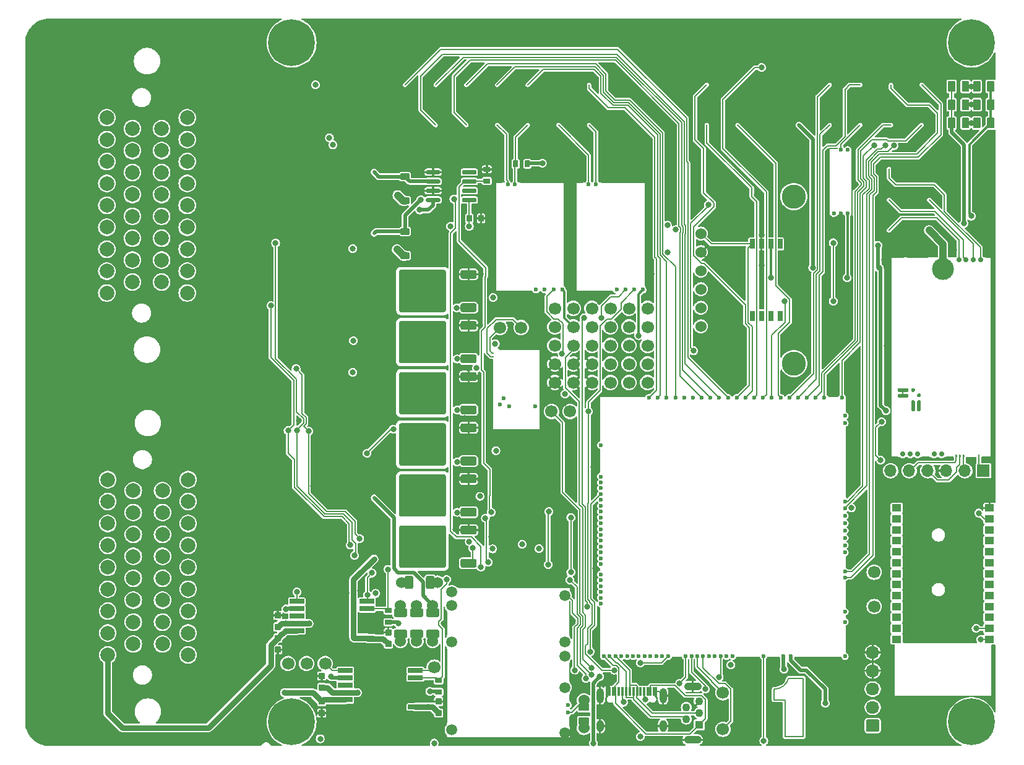
<source format=gtl>
G04 #@! TF.GenerationSoftware,KiCad,Pcbnew,8.0.9-8.0.9-0~ubuntu24.04.1*
G04 #@! TF.CreationDate,2025-10-13T13:55:59+00:00*
G04 #@! TF.ProjectId,uaefi,75616566-692e-46b6-9963-61645f706362,E*
G04 #@! TF.SameCoordinates,Original*
G04 #@! TF.FileFunction,Copper,L1,Top*
G04 #@! TF.FilePolarity,Positive*
%FSLAX46Y46*%
G04 Gerber Fmt 4.6, Leading zero omitted, Abs format (unit mm)*
G04 Created by KiCad (PCBNEW 8.0.9-8.0.9-0~ubuntu24.04.1) date 2025-10-13 13:55:59*
%MOMM*%
%LPD*%
G01*
G04 APERTURE LIST*
G04 #@! TA.AperFunction,EtchedComponent*
%ADD10C,0.200000*%
G04 #@! TD*
G04 #@! TA.AperFunction,ComponentPad*
%ADD11C,1.700000*%
G04 #@! TD*
G04 #@! TA.AperFunction,ComponentPad*
%ADD12C,0.700000*%
G04 #@! TD*
G04 #@! TA.AperFunction,SMDPad,CuDef*
%ADD13C,3.000000*%
G04 #@! TD*
G04 #@! TA.AperFunction,SMDPad,CuDef*
%ADD14R,3.000000X0.250000*%
G04 #@! TD*
G04 #@! TA.AperFunction,SMDPad,CuDef*
%ADD15R,1.100000X0.250000*%
G04 #@! TD*
G04 #@! TA.AperFunction,SMDPad,CuDef*
%ADD16R,0.980000X0.250000*%
G04 #@! TD*
G04 #@! TA.AperFunction,SMDPad,CuDef*
%ADD17R,1.450000X0.250000*%
G04 #@! TD*
G04 #@! TA.AperFunction,SMDPad,CuDef*
%ADD18R,0.250000X27.600000*%
G04 #@! TD*
G04 #@! TA.AperFunction,SMDPad,CuDef*
%ADD19R,1.950000X0.250000*%
G04 #@! TD*
G04 #@! TA.AperFunction,SMDPad,CuDef*
%ADD20R,0.950000X0.250000*%
G04 #@! TD*
G04 #@! TA.AperFunction,ComponentPad*
%ADD21C,2.000000*%
G04 #@! TD*
G04 #@! TA.AperFunction,ComponentPad*
%ADD22C,0.800000*%
G04 #@! TD*
G04 #@! TA.AperFunction,ComponentPad*
%ADD23C,6.400000*%
G04 #@! TD*
G04 #@! TA.AperFunction,ComponentPad*
%ADD24C,1.524000*%
G04 #@! TD*
G04 #@! TA.AperFunction,ComponentPad*
%ADD25O,1.850000X1.700000*%
G04 #@! TD*
G04 #@! TA.AperFunction,ComponentPad*
%ADD26C,0.600000*%
G04 #@! TD*
G04 #@! TA.AperFunction,SMDPad,CuDef*
%ADD27R,6.185000X0.250000*%
G04 #@! TD*
G04 #@! TA.AperFunction,SMDPad,CuDef*
%ADD28R,1.115000X0.250000*%
G04 #@! TD*
G04 #@! TA.AperFunction,SMDPad,CuDef*
%ADD29R,0.250000X14.275000*%
G04 #@! TD*
G04 #@! TA.AperFunction,SMDPad,CuDef*
%ADD30R,0.250000X15.100000*%
G04 #@! TD*
G04 #@! TA.AperFunction,SMDPad,CuDef*
%ADD31R,5.175000X0.250000*%
G04 #@! TD*
G04 #@! TA.AperFunction,ComponentPad*
%ADD32R,1.100000X1.100000*%
G04 #@! TD*
G04 #@! TA.AperFunction,ComponentPad*
%ADD33C,1.100000*%
G04 #@! TD*
G04 #@! TA.AperFunction,ComponentPad*
%ADD34O,2.400000X1.100000*%
G04 #@! TD*
G04 #@! TA.AperFunction,SMDPad,CuDef*
%ADD35O,1.225000X0.200000*%
G04 #@! TD*
G04 #@! TA.AperFunction,SMDPad,CuDef*
%ADD36O,0.200000X9.300000*%
G04 #@! TD*
G04 #@! TA.AperFunction,ComponentPad*
%ADD37C,1.500000*%
G04 #@! TD*
G04 #@! TA.AperFunction,SMDPad,CuDef*
%ADD38O,0.200000X3.300000*%
G04 #@! TD*
G04 #@! TA.AperFunction,SMDPad,CuDef*
%ADD39O,0.200000X10.200000*%
G04 #@! TD*
G04 #@! TA.AperFunction,SMDPad,CuDef*
%ADD40O,0.200000X0.300000*%
G04 #@! TD*
G04 #@! TA.AperFunction,SMDPad,CuDef*
%ADD41O,17.000000X0.200000*%
G04 #@! TD*
G04 #@! TA.AperFunction,SMDPad,CuDef*
%ADD42O,15.400000X0.200000*%
G04 #@! TD*
G04 #@! TA.AperFunction,SMDPad,CuDef*
%ADD43O,0.200000X4.800000*%
G04 #@! TD*
G04 #@! TA.AperFunction,SMDPad,CuDef*
%ADD44O,0.200000X2.600000*%
G04 #@! TD*
G04 #@! TA.AperFunction,SMDPad,CuDef*
%ADD45O,0.200000X1.000000*%
G04 #@! TD*
G04 #@! TA.AperFunction,SMDPad,CuDef*
%ADD46O,0.200000X1.500000*%
G04 #@! TD*
G04 #@! TA.AperFunction,SMDPad,CuDef*
%ADD47O,5.669999X0.200000*%
G04 #@! TD*
G04 #@! TA.AperFunction,SMDPad,CuDef*
%ADD48O,0.200000X11.100001*%
G04 #@! TD*
G04 #@! TA.AperFunction,SMDPad,CuDef*
%ADD49O,0.399999X9.800001*%
G04 #@! TD*
G04 #@! TA.AperFunction,SMDPad,CuDef*
%ADD50O,0.250000X0.499999*%
G04 #@! TD*
G04 #@! TA.AperFunction,SMDPad,CuDef*
%ADD51O,6.799999X0.200000*%
G04 #@! TD*
G04 #@! TA.AperFunction,SMDPad,CuDef*
%ADD52O,0.499999X0.250000*%
G04 #@! TD*
G04 #@! TA.AperFunction,ComponentPad*
%ADD53C,0.599999*%
G04 #@! TD*
G04 #@! TA.AperFunction,SMDPad,CuDef*
%ADD54R,1.300000X1.000000*%
G04 #@! TD*
G04 #@! TA.AperFunction,SMDPad,CuDef*
%ADD55R,2.000000X0.650000*%
G04 #@! TD*
G04 #@! TA.AperFunction,SMDPad,CuDef*
%ADD56R,4.500000X8.100000*%
G04 #@! TD*
G04 #@! TA.AperFunction,SMDPad,CuDef*
%ADD57R,0.200000X3.700000*%
G04 #@! TD*
G04 #@! TA.AperFunction,SMDPad,CuDef*
%ADD58R,0.200000X0.400000*%
G04 #@! TD*
G04 #@! TA.AperFunction,SMDPad,CuDef*
%ADD59R,0.200000X1.600000*%
G04 #@! TD*
G04 #@! TA.AperFunction,SMDPad,CuDef*
%ADD60R,0.200000X9.700000*%
G04 #@! TD*
G04 #@! TA.AperFunction,SMDPad,CuDef*
%ADD61R,0.200000X2.300000*%
G04 #@! TD*
G04 #@! TA.AperFunction,SMDPad,CuDef*
%ADD62R,1.400000X0.200000*%
G04 #@! TD*
G04 #@! TA.AperFunction,SMDPad,CuDef*
%ADD63R,6.400000X0.200000*%
G04 #@! TD*
G04 #@! TA.AperFunction,SMDPad,CuDef*
%ADD64R,1.700000X0.200000*%
G04 #@! TD*
G04 #@! TA.AperFunction,SMDPad,CuDef*
%ADD65R,3.300000X0.200000*%
G04 #@! TD*
G04 #@! TA.AperFunction,SMDPad,CuDef*
%ADD66R,0.200000X7.000000*%
G04 #@! TD*
G04 #@! TA.AperFunction,SMDPad,CuDef*
%ADD67R,0.200000X3.300000*%
G04 #@! TD*
G04 #@! TA.AperFunction,SMDPad,CuDef*
%ADD68R,0.200000X6.300000*%
G04 #@! TD*
G04 #@! TA.AperFunction,SMDPad,CuDef*
%ADD69R,0.300000X1.150000*%
G04 #@! TD*
G04 #@! TA.AperFunction,ComponentPad*
%ADD70O,1.000000X2.100000*%
G04 #@! TD*
G04 #@! TA.AperFunction,ComponentPad*
%ADD71O,1.000000X1.600000*%
G04 #@! TD*
G04 #@! TA.AperFunction,ComponentPad*
%ADD72R,1.700000X1.700000*%
G04 #@! TD*
G04 #@! TA.AperFunction,ComponentPad*
%ADD73O,1.700000X1.700000*%
G04 #@! TD*
G04 #@! TA.AperFunction,ComponentPad*
%ADD74C,3.302000*%
G04 #@! TD*
G04 #@! TA.AperFunction,SMDPad,CuDef*
%ADD75R,0.690000X1.350000*%
G04 #@! TD*
G04 #@! TA.AperFunction,ViaPad*
%ADD76C,0.800000*%
G04 #@! TD*
G04 #@! TA.AperFunction,ViaPad*
%ADD77C,3.300000*%
G04 #@! TD*
G04 #@! TA.AperFunction,Conductor*
%ADD78C,0.200000*%
G04 #@! TD*
G04 #@! TA.AperFunction,Conductor*
%ADD79C,0.800000*%
G04 #@! TD*
G04 #@! TA.AperFunction,Conductor*
%ADD80C,0.300000*%
G04 #@! TD*
G04 #@! TA.AperFunction,Conductor*
%ADD81C,1.000000*%
G04 #@! TD*
G04 #@! TA.AperFunction,Conductor*
%ADD82C,0.500000*%
G04 #@! TD*
G04 #@! TA.AperFunction,Conductor*
%ADD83C,0.150000*%
G04 #@! TD*
G04 APERTURE END LIST*
D10*
G04 #@! TO.C,G2*
X69500000Y6500000D02*
X69500000Y8000000D01*
X69500000Y6500000D02*
X71000000Y6500000D01*
X71000000Y6500000D02*
X71000000Y1500000D01*
X71000000Y1500000D02*
X73500000Y1500000D01*
X73500000Y9500000D02*
X71500000Y9500000D01*
X73500000Y1500000D02*
X73500000Y9500000D01*
X71500000Y9500000D02*
G75*
G02*
X69500000Y8000000I-1921601J478801D01*
G01*
G04 #@! TD*
G04 #@! TO.P,R40,1*
G04 #@! TO.N,/IN_BUTTON3*
G04 #@! TA.AperFunction,SMDPad,CuDef*
G36*
G01*
X96749999Y84875000D02*
X96749999Y86125000D01*
G75*
G02*
X96849999Y86225000I100000J0D01*
G01*
X97649999Y86225000D01*
G75*
G02*
X97749999Y86125000I0J-100000D01*
G01*
X97749999Y84875000D01*
G75*
G02*
X97649999Y84775000I-100000J0D01*
G01*
X96849999Y84775000D01*
G75*
G02*
X96749999Y84875000I0J100000D01*
G01*
G37*
G04 #@! TD.AperFunction*
G04 #@! TO.P,R40,2*
G04 #@! TO.N,+5VA*
G04 #@! TA.AperFunction,SMDPad,CuDef*
G36*
G01*
X98650021Y84875000D02*
X98650021Y86125000D01*
G75*
G02*
X98750021Y86225000I100000J0D01*
G01*
X99550021Y86225000D01*
G75*
G02*
X99650021Y86125000I0J-100000D01*
G01*
X99650021Y84875000D01*
G75*
G02*
X99550021Y84775000I-100000J0D01*
G01*
X98750021Y84775000D01*
G75*
G02*
X98650021Y84875000I0J100000D01*
G01*
G37*
G04 #@! TD.AperFunction*
G04 #@! TD*
G04 #@! TO.P,U7,1,IN1*
G04 #@! TO.N,/LS1*
G04 #@! TA.AperFunction,SMDPad,CuDef*
G36*
G01*
X28775000Y75110000D02*
X28775000Y74810000D01*
G75*
G02*
X28625000Y74660000I-150000J0D01*
G01*
X26975000Y74660000D01*
G75*
G02*
X26825000Y74810000I0J150000D01*
G01*
X26825000Y75110000D01*
G75*
G02*
X26975000Y75260000I150000J0D01*
G01*
X28625000Y75260000D01*
G75*
G02*
X28775000Y75110000I0J-150000D01*
G01*
G37*
G04 #@! TD.AperFunction*
G04 #@! TO.P,U7,2,STATUS1*
G04 #@! TO.N,unconnected-(U7-STATUS1-Pad2)*
G04 #@! TA.AperFunction,SMDPad,CuDef*
G36*
G01*
X28775000Y76380000D02*
X28775000Y76080000D01*
G75*
G02*
X28625000Y75930000I-150000J0D01*
G01*
X26975000Y75930000D01*
G75*
G02*
X26825000Y76080000I0J150000D01*
G01*
X26825000Y76380000D01*
G75*
G02*
X26975000Y76530000I150000J0D01*
G01*
X28625000Y76530000D01*
G75*
G02*
X28775000Y76380000I0J-150000D01*
G01*
G37*
G04 #@! TD.AperFunction*
G04 #@! TO.P,U7,3,IN2*
G04 #@! TO.N,/LS2*
G04 #@! TA.AperFunction,SMDPad,CuDef*
G36*
G01*
X28775000Y77650000D02*
X28775000Y77350000D01*
G75*
G02*
X28625000Y77200000I-150000J0D01*
G01*
X26975000Y77200000D01*
G75*
G02*
X26825000Y77350000I0J150000D01*
G01*
X26825000Y77650000D01*
G75*
G02*
X26975000Y77800000I150000J0D01*
G01*
X28625000Y77800000D01*
G75*
G02*
X28775000Y77650000I0J-150000D01*
G01*
G37*
G04 #@! TD.AperFunction*
G04 #@! TO.P,U7,4,STATUS2*
G04 #@! TO.N,unconnected-(U7-STATUS2-Pad4)*
G04 #@! TA.AperFunction,SMDPad,CuDef*
G36*
G01*
X28775000Y78920000D02*
X28775000Y78620000D01*
G75*
G02*
X28625000Y78470000I-150000J0D01*
G01*
X26975000Y78470000D01*
G75*
G02*
X26825000Y78620000I0J150000D01*
G01*
X26825000Y78920000D01*
G75*
G02*
X26975000Y79070000I150000J0D01*
G01*
X28625000Y79070000D01*
G75*
G02*
X28775000Y78920000I0J-150000D01*
G01*
G37*
G04 #@! TD.AperFunction*
G04 #@! TO.P,U7,5,S2*
G04 #@! TO.N,GND*
G04 #@! TA.AperFunction,SMDPad,CuDef*
G36*
G01*
X23825000Y78920000D02*
X23825000Y78620000D01*
G75*
G02*
X23675000Y78470000I-150000J0D01*
G01*
X22025000Y78470000D01*
G75*
G02*
X21875000Y78620000I0J150000D01*
G01*
X21875000Y78920000D01*
G75*
G02*
X22025000Y79070000I150000J0D01*
G01*
X23675000Y79070000D01*
G75*
G02*
X23825000Y78920000I0J-150000D01*
G01*
G37*
G04 #@! TD.AperFunction*
G04 #@! TO.P,U7,6,D2*
G04 #@! TO.N,/OUT_LS2*
G04 #@! TA.AperFunction,SMDPad,CuDef*
G36*
G01*
X23825000Y77650000D02*
X23825000Y77350000D01*
G75*
G02*
X23675000Y77200000I-150000J0D01*
G01*
X22025000Y77200000D01*
G75*
G02*
X21875000Y77350000I0J150000D01*
G01*
X21875000Y77650000D01*
G75*
G02*
X22025000Y77800000I150000J0D01*
G01*
X23675000Y77800000D01*
G75*
G02*
X23825000Y77650000I0J-150000D01*
G01*
G37*
G04 #@! TD.AperFunction*
G04 #@! TO.P,U7,7,S1*
G04 #@! TO.N,GND*
G04 #@! TA.AperFunction,SMDPad,CuDef*
G36*
G01*
X23825000Y76380000D02*
X23825000Y76080000D01*
G75*
G02*
X23675000Y75930000I-150000J0D01*
G01*
X22025000Y75930000D01*
G75*
G02*
X21875000Y76080000I0J150000D01*
G01*
X21875000Y76380000D01*
G75*
G02*
X22025000Y76530000I150000J0D01*
G01*
X23675000Y76530000D01*
G75*
G02*
X23825000Y76380000I0J-150000D01*
G01*
G37*
G04 #@! TD.AperFunction*
G04 #@! TO.P,U7,8,D1*
G04 #@! TO.N,/OUT_LS1*
G04 #@! TA.AperFunction,SMDPad,CuDef*
G36*
G01*
X23825000Y75110000D02*
X23825000Y74810000D01*
G75*
G02*
X23675000Y74660000I-150000J0D01*
G01*
X22025000Y74660000D01*
G75*
G02*
X21875000Y74810000I0J150000D01*
G01*
X21875000Y75110000D01*
G75*
G02*
X22025000Y75260000I150000J0D01*
G01*
X23675000Y75260000D01*
G75*
G02*
X23825000Y75110000I0J-150000D01*
G01*
G37*
G04 #@! TD.AperFunction*
G04 #@! TD*
G04 #@! TO.P,C24,1*
G04 #@! TO.N,GND*
G04 #@! TA.AperFunction,SMDPad,CuDef*
G36*
G01*
X7260000Y10215001D02*
X7940000Y10215001D01*
G75*
G02*
X8025000Y10130001I0J-85000D01*
G01*
X8025000Y9450001D01*
G75*
G02*
X7940000Y9365001I-85000J0D01*
G01*
X7260000Y9365001D01*
G75*
G02*
X7175000Y9450001I0J85000D01*
G01*
X7175000Y10130001D01*
G75*
G02*
X7260000Y10215001I85000J0D01*
G01*
G37*
G04 #@! TD.AperFunction*
G04 #@! TO.P,C24,2*
G04 #@! TO.N,/DC Driver 2/PWR*
G04 #@! TA.AperFunction,SMDPad,CuDef*
G36*
G01*
X7260000Y8634999D02*
X7940000Y8634999D01*
G75*
G02*
X8025000Y8549999I0J-85000D01*
G01*
X8025000Y7869999D01*
G75*
G02*
X7940000Y7784999I-85000J0D01*
G01*
X7260000Y7784999D01*
G75*
G02*
X7175000Y7869999I0J85000D01*
G01*
X7175000Y8549999D01*
G75*
G02*
X7260000Y8634999I85000J0D01*
G01*
G37*
G04 #@! TD.AperFunction*
G04 #@! TD*
G04 #@! TO.P,R39,1*
G04 #@! TO.N,/IN_BUTTON2*
G04 #@! TA.AperFunction,SMDPad,CuDef*
G36*
G01*
X96749999Y87375000D02*
X96749999Y88625000D01*
G75*
G02*
X96849999Y88725000I100000J0D01*
G01*
X97649999Y88725000D01*
G75*
G02*
X97749999Y88625000I0J-100000D01*
G01*
X97749999Y87375000D01*
G75*
G02*
X97649999Y87275000I-100000J0D01*
G01*
X96849999Y87275000D01*
G75*
G02*
X96749999Y87375000I0J100000D01*
G01*
G37*
G04 #@! TD.AperFunction*
G04 #@! TO.P,R39,2*
G04 #@! TO.N,+5VA*
G04 #@! TA.AperFunction,SMDPad,CuDef*
G36*
G01*
X98650021Y87375000D02*
X98650021Y88625000D01*
G75*
G02*
X98750021Y88725000I100000J0D01*
G01*
X99550021Y88725000D01*
G75*
G02*
X99650021Y88625000I0J-100000D01*
G01*
X99650021Y87375000D01*
G75*
G02*
X99550021Y87275000I-100000J0D01*
G01*
X98750021Y87275000D01*
G75*
G02*
X98650021Y87375000I0J100000D01*
G01*
G37*
G04 #@! TD.AperFunction*
G04 #@! TD*
G04 #@! TO.P,Q10,1,G*
G04 #@! TO.N,Net-(Q10-G)*
G04 #@! TA.AperFunction,SMDPad,CuDef*
G36*
G01*
X28800000Y39570000D02*
X28800000Y38870000D01*
G75*
G02*
X28550000Y38620000I-250000J0D01*
G01*
X26850000Y38620000D01*
G75*
G02*
X26600000Y38870000I0J250000D01*
G01*
X26600000Y39570000D01*
G75*
G02*
X26850000Y39820000I250000J0D01*
G01*
X28550000Y39820000D01*
G75*
G02*
X28800000Y39570000I0J-250000D01*
G01*
G37*
G04 #@! TD.AperFunction*
G04 #@! TO.P,Q10,2,C*
G04 #@! TO.N,/OUT_IGN4*
G04 #@! TA.AperFunction,SMDPad,CuDef*
G36*
G01*
X24600000Y41100000D02*
X24600000Y38850000D01*
G75*
G02*
X24350000Y38600000I-250000J0D01*
G01*
X21800000Y38600000D01*
G75*
G02*
X21550000Y38850000I0J250000D01*
G01*
X21550000Y41100000D01*
G75*
G02*
X21800000Y41350000I250000J0D01*
G01*
X24350000Y41350000D01*
G75*
G02*
X24600000Y41100000I0J-250000D01*
G01*
G37*
G04 #@! TD.AperFunction*
G04 #@! TA.AperFunction,SMDPad,CuDef*
G36*
G01*
X24600000Y44150000D02*
X24600000Y41900000D01*
G75*
G02*
X24350000Y41650000I-250000J0D01*
G01*
X21800000Y41650000D01*
G75*
G02*
X21550000Y41900000I0J250000D01*
G01*
X21550000Y44150000D01*
G75*
G02*
X21800000Y44400000I250000J0D01*
G01*
X24350000Y44400000D01*
G75*
G02*
X24600000Y44150000I0J-250000D01*
G01*
G37*
G04 #@! TD.AperFunction*
G04 #@! TA.AperFunction,SMDPad,CuDef*
G36*
G01*
X24600000Y44150003D02*
X24600000Y38849997D01*
G75*
G02*
X24350003Y38600000I-249997J0D01*
G01*
X18449997Y38600000D01*
G75*
G02*
X18200000Y38849997I0J249997D01*
G01*
X18200000Y44150003D01*
G75*
G02*
X18449997Y44400000I249997J0D01*
G01*
X24350003Y44400000D01*
G75*
G02*
X24600000Y44150003I0J-249997D01*
G01*
G37*
G04 #@! TD.AperFunction*
G04 #@! TA.AperFunction,SMDPad,CuDef*
G36*
G01*
X21250000Y41100000D02*
X21250000Y38850000D01*
G75*
G02*
X21000000Y38600000I-250000J0D01*
G01*
X18450000Y38600000D01*
G75*
G02*
X18200000Y38850000I0J250000D01*
G01*
X18200000Y41100000D01*
G75*
G02*
X18450000Y41350000I250000J0D01*
G01*
X21000000Y41350000D01*
G75*
G02*
X21250000Y41100000I0J-250000D01*
G01*
G37*
G04 #@! TD.AperFunction*
G04 #@! TA.AperFunction,SMDPad,CuDef*
G36*
G01*
X21250000Y44150000D02*
X21250000Y41900000D01*
G75*
G02*
X21000000Y41650000I-250000J0D01*
G01*
X18450000Y41650000D01*
G75*
G02*
X18200000Y41900000I0J250000D01*
G01*
X18200000Y44150000D01*
G75*
G02*
X18450000Y44400000I250000J0D01*
G01*
X21000000Y44400000D01*
G75*
G02*
X21250000Y44150000I0J-250000D01*
G01*
G37*
G04 #@! TD.AperFunction*
G04 #@! TO.P,Q10,3,E*
G04 #@! TO.N,GND*
G04 #@! TA.AperFunction,SMDPad,CuDef*
G36*
G01*
X28800000Y44130000D02*
X28800000Y43430000D01*
G75*
G02*
X28550000Y43180000I-250000J0D01*
G01*
X26850000Y43180000D01*
G75*
G02*
X26600000Y43430000I0J250000D01*
G01*
X26600000Y44130000D01*
G75*
G02*
X26850000Y44380000I250000J0D01*
G01*
X28550000Y44380000D01*
G75*
G02*
X28800000Y44130000I0J-250000D01*
G01*
G37*
G04 #@! TD.AperFunction*
G04 #@! TD*
D11*
G04 #@! TO.P,P8,1,Pin_1*
G04 #@! TO.N,Net-(M6-UART2_TX_(PD5))*
X83200000Y19300000D03*
G04 #@! TD*
D12*
G04 #@! TO.P,M5,E1,LSU_Un*
G04 #@! TO.N,/WBO_Un*
X97775000Y66750000D03*
G04 #@! TO.P,M5,E2,LSU_Vm*
G04 #@! TO.N,/WBO_Vm*
X94775000Y66750000D03*
G04 #@! TO.P,M5,E3,LSU_Ip*
G04 #@! TO.N,/WBO_Ip*
X95775000Y66750000D03*
G04 #@! TO.P,M5,E4,LSU_Rtrim*
G04 #@! TO.N,/WBO_Rtrim*
X96775000Y66750000D03*
D13*
G04 #@! TO.P,M5,E5,LSU_H+*
G04 #@! TO.N,/WBO_Heater*
X92625000Y65500000D03*
D14*
G04 #@! TO.P,M5,E6,LSU_H-*
G04 #@! TO.N,GND*
X89125000Y67125000D03*
D15*
G04 #@! TO.P,M5,G,GND*
X85925000Y39775000D03*
D16*
X90265000Y39775000D03*
X93565000Y39775000D03*
D17*
X98650000Y39775000D03*
D18*
X85500000Y53450000D03*
X99250000Y53450000D03*
D19*
X86350000Y67125000D03*
D20*
X98900000Y67125000D03*
G04 #@! TO.P,M5,J1,SEL1*
G04 #@! TO.N,Net-(M5-PULL_DOWN1)*
G04 #@! TA.AperFunction,SMDPad,CuDef*
G36*
G01*
X86525000Y49200000D02*
X87775000Y49200000D01*
G75*
G02*
X87900000Y49075000I0J-125000D01*
G01*
X87900000Y48825000D01*
G75*
G02*
X87775000Y48700000I-125000J0D01*
G01*
X86525000Y48700000D01*
G75*
G02*
X86400000Y48825000I0J125000D01*
G01*
X86400000Y49075000D01*
G75*
G02*
X86525000Y49200000I125000J0D01*
G01*
G37*
G04 #@! TD.AperFunction*
G04 #@! TO.P,M5,J2,SEL2*
G04 #@! TO.N,unconnected-(M5-SEL2-PadJ2)*
G04 #@! TA.AperFunction,SMDPad,CuDef*
G36*
G01*
X89200000Y47525000D02*
X89450000Y47525000D01*
G75*
G02*
X89575000Y47400000I0J-125000D01*
G01*
X89575000Y46150000D01*
G75*
G02*
X89450000Y46025000I-125000J0D01*
G01*
X89200000Y46025000D01*
G75*
G02*
X89075000Y46150000I0J125000D01*
G01*
X89075000Y47400000D01*
G75*
G02*
X89200000Y47525000I125000J0D01*
G01*
G37*
G04 #@! TD.AperFunction*
G04 #@! TO.P,M5,J_GND1,PULL_DOWN1*
G04 #@! TO.N,Net-(M5-PULL_DOWN1)*
G04 #@! TA.AperFunction,SMDPad,CuDef*
G36*
G01*
X86525000Y48400000D02*
X87775000Y48400000D01*
G75*
G02*
X87900000Y48275000I0J-125000D01*
G01*
X87900000Y48025000D01*
G75*
G02*
X87775000Y47900000I-125000J0D01*
G01*
X86525000Y47900000D01*
G75*
G02*
X86400000Y48025000I0J125000D01*
G01*
X86400000Y48275000D01*
G75*
G02*
X86525000Y48400000I125000J0D01*
G01*
G37*
G04 #@! TD.AperFunction*
G04 #@! TO.P,M5,J_GND2,PULL_DOWN2*
G04 #@! TO.N,unconnected-(M5-PULL_DOWN2-PadJ_GND2)*
G04 #@! TA.AperFunction,SMDPad,CuDef*
G36*
G01*
X89075000Y48075000D02*
X89075000Y48325000D01*
G75*
G02*
X89200000Y48450000I125000J0D01*
G01*
X89450000Y48450000D01*
G75*
G02*
X89575000Y48325000I0J-125000D01*
G01*
X89575000Y48075000D01*
G75*
G02*
X89450000Y47950000I-125000J0D01*
G01*
X89200000Y47950000D01*
G75*
G02*
X89075000Y48075000I0J125000D01*
G01*
G37*
G04 #@! TD.AperFunction*
G04 #@! TO.P,M5,J_VCC1,PULL_UP1*
G04 #@! TO.N,unconnected-(M5-PULL_UP1-PadJ_VCC1)*
G04 #@! TA.AperFunction,SMDPad,CuDef*
G36*
G01*
X88400000Y49200000D02*
X88650000Y49200000D01*
G75*
G02*
X88775000Y49075000I0J-125000D01*
G01*
X88775000Y48825000D01*
G75*
G02*
X88650000Y48700000I-125000J0D01*
G01*
X88400000Y48700000D01*
G75*
G02*
X88275000Y48825000I0J125000D01*
G01*
X88275000Y49075000D01*
G75*
G02*
X88400000Y49200000I125000J0D01*
G01*
G37*
G04 #@! TD.AperFunction*
G04 #@! TO.P,M5,J_VCC2,PULL_UP2*
G04 #@! TO.N,unconnected-(M5-PULL_UP2-PadJ_VCC2)*
G04 #@! TA.AperFunction,SMDPad,CuDef*
G36*
G01*
X88400000Y47525000D02*
X88650000Y47525000D01*
G75*
G02*
X88775000Y47400000I0J-125000D01*
G01*
X88775000Y46150000D01*
G75*
G02*
X88650000Y46025000I-125000J0D01*
G01*
X88400000Y46025000D01*
G75*
G02*
X88275000Y46150000I0J125000D01*
G01*
X88275000Y47400000D01*
G75*
G02*
X88400000Y47525000I125000J0D01*
G01*
G37*
G04 #@! TD.AperFunction*
D12*
G04 #@! TO.P,M5,W1,V5_IN*
G04 #@! TO.N,+5VA*
X88125000Y40158800D03*
G04 #@! TO.P,M5,W2,CAN_VIO*
G04 #@! TO.N,unconnected-(M5-CAN_VIO-PadW2)*
X89125000Y40158800D03*
G04 #@! TO.P,M5,W3,CANL*
G04 #@! TO.N,/CAN-*
X92421000Y40158800D03*
G04 #@! TO.P,M5,W4,CANH*
G04 #@! TO.N,/CAN+*
X91405000Y40158800D03*
G04 #@! TO.P,M5,W5,nReset*
G04 #@! TO.N,Net-(J6-Pin_5)*
G04 #@! TA.AperFunction,SMDPad,CuDef*
G36*
G01*
X94425000Y39650000D02*
X94425000Y39650000D01*
G75*
G02*
X94300000Y39775000I0J125000D01*
G01*
X94300000Y40025000D01*
G75*
G02*
X94425000Y40150000I125000J0D01*
G01*
X94425000Y40150000D01*
G75*
G02*
X94550000Y40025000I0J-125000D01*
G01*
X94550000Y39775000D01*
G75*
G02*
X94425000Y39650000I-125000J0D01*
G01*
G37*
G04 #@! TD.AperFunction*
G04 #@! TO.P,M5,W6,SWDIO*
G04 #@! TO.N,Net-(J6-Pin_4)*
G04 #@! TA.AperFunction,SMDPad,CuDef*
G36*
G01*
X94925000Y39650000D02*
X94925000Y39650000D01*
G75*
G02*
X94800000Y39775000I0J125000D01*
G01*
X94800000Y40025000D01*
G75*
G02*
X94925000Y40150000I125000J0D01*
G01*
X94925000Y40150000D01*
G75*
G02*
X95050000Y40025000I0J-125000D01*
G01*
X95050000Y39775000D01*
G75*
G02*
X94925000Y39650000I-125000J0D01*
G01*
G37*
G04 #@! TD.AperFunction*
G04 #@! TO.P,M5,W7,SWCLK*
G04 #@! TO.N,Net-(J6-Pin_2)*
G04 #@! TA.AperFunction,SMDPad,CuDef*
G36*
G01*
X95425000Y39650000D02*
X95425000Y39650000D01*
G75*
G02*
X95300000Y39775000I0J125000D01*
G01*
X95300000Y40025000D01*
G75*
G02*
X95425000Y40150000I125000J0D01*
G01*
X95425000Y40150000D01*
G75*
G02*
X95550000Y40025000I0J-125000D01*
G01*
X95550000Y39775000D01*
G75*
G02*
X95425000Y39650000I-125000J0D01*
G01*
G37*
G04 #@! TD.AperFunction*
G04 #@! TO.P,M5,W8,V33_OUT*
G04 #@! TO.N,Net-(J6-Pin_1)*
G04 #@! TA.AperFunction,SMDPad,CuDef*
G36*
G01*
X97525000Y39650000D02*
X97525000Y39650000D01*
G75*
G02*
X97400000Y39775000I0J125000D01*
G01*
X97400000Y40025000D01*
G75*
G02*
X97525000Y40150000I125000J0D01*
G01*
X97525000Y40150000D01*
G75*
G02*
X97650000Y40025000I0J-125000D01*
G01*
X97650000Y39775000D01*
G75*
G02*
X97525000Y39650000I-125000J0D01*
G01*
G37*
G04 #@! TD.AperFunction*
G04 #@! TO.P,M5,W9,VDDA*
G04 #@! TO.N,unconnected-(M5-VDDA-PadW9)*
X87125000Y40158800D03*
G04 #@! TD*
D11*
G04 #@! TO.P,P5,1,Pin_1*
G04 #@! TO.N,/VR_DISCRETE*
X41600000Y46000000D03*
G04 #@! TD*
G04 #@! TO.P,Q7,1,G*
G04 #@! TO.N,Net-(Q7-G)*
G04 #@! TA.AperFunction,SMDPad,CuDef*
G36*
G01*
X28800000Y60570000D02*
X28800000Y59870000D01*
G75*
G02*
X28550000Y59620000I-250000J0D01*
G01*
X26850000Y59620000D01*
G75*
G02*
X26600000Y59870000I0J250000D01*
G01*
X26600000Y60570000D01*
G75*
G02*
X26850000Y60820000I250000J0D01*
G01*
X28550000Y60820000D01*
G75*
G02*
X28800000Y60570000I0J-250000D01*
G01*
G37*
G04 #@! TD.AperFunction*
G04 #@! TO.P,Q7,2,C*
G04 #@! TO.N,/OUT_IGN1*
G04 #@! TA.AperFunction,SMDPad,CuDef*
G36*
G01*
X24600000Y62100000D02*
X24600000Y59850000D01*
G75*
G02*
X24350000Y59600000I-250000J0D01*
G01*
X21800000Y59600000D01*
G75*
G02*
X21550000Y59850000I0J250000D01*
G01*
X21550000Y62100000D01*
G75*
G02*
X21800000Y62350000I250000J0D01*
G01*
X24350000Y62350000D01*
G75*
G02*
X24600000Y62100000I0J-250000D01*
G01*
G37*
G04 #@! TD.AperFunction*
G04 #@! TA.AperFunction,SMDPad,CuDef*
G36*
G01*
X24600000Y65150000D02*
X24600000Y62900000D01*
G75*
G02*
X24350000Y62650000I-250000J0D01*
G01*
X21800000Y62650000D01*
G75*
G02*
X21550000Y62900000I0J250000D01*
G01*
X21550000Y65150000D01*
G75*
G02*
X21800000Y65400000I250000J0D01*
G01*
X24350000Y65400000D01*
G75*
G02*
X24600000Y65150000I0J-250000D01*
G01*
G37*
G04 #@! TD.AperFunction*
G04 #@! TA.AperFunction,SMDPad,CuDef*
G36*
G01*
X24600000Y65150003D02*
X24600000Y59849997D01*
G75*
G02*
X24350003Y59600000I-249997J0D01*
G01*
X18449997Y59600000D01*
G75*
G02*
X18200000Y59849997I0J249997D01*
G01*
X18200000Y65150003D01*
G75*
G02*
X18449997Y65400000I249997J0D01*
G01*
X24350003Y65400000D01*
G75*
G02*
X24600000Y65150003I0J-249997D01*
G01*
G37*
G04 #@! TD.AperFunction*
G04 #@! TA.AperFunction,SMDPad,CuDef*
G36*
G01*
X21250000Y62100000D02*
X21250000Y59850000D01*
G75*
G02*
X21000000Y59600000I-250000J0D01*
G01*
X18450000Y59600000D01*
G75*
G02*
X18200000Y59850000I0J250000D01*
G01*
X18200000Y62100000D01*
G75*
G02*
X18450000Y62350000I250000J0D01*
G01*
X21000000Y62350000D01*
G75*
G02*
X21250000Y62100000I0J-250000D01*
G01*
G37*
G04 #@! TD.AperFunction*
G04 #@! TA.AperFunction,SMDPad,CuDef*
G36*
G01*
X21250000Y65150000D02*
X21250000Y62900000D01*
G75*
G02*
X21000000Y62650000I-250000J0D01*
G01*
X18450000Y62650000D01*
G75*
G02*
X18200000Y62900000I0J250000D01*
G01*
X18200000Y65150000D01*
G75*
G02*
X18450000Y65400000I250000J0D01*
G01*
X21000000Y65400000D01*
G75*
G02*
X21250000Y65150000I0J-250000D01*
G01*
G37*
G04 #@! TD.AperFunction*
G04 #@! TO.P,Q7,3,E*
G04 #@! TO.N,GND*
G04 #@! TA.AperFunction,SMDPad,CuDef*
G36*
G01*
X28800000Y65130000D02*
X28800000Y64430000D01*
G75*
G02*
X28550000Y64180000I-250000J0D01*
G01*
X26850000Y64180000D01*
G75*
G02*
X26600000Y64430000I0J250000D01*
G01*
X26600000Y65130000D01*
G75*
G02*
X26850000Y65380000I250000J0D01*
G01*
X28550000Y65380000D01*
G75*
G02*
X28800000Y65130000I0J-250000D01*
G01*
G37*
G04 #@! TD.AperFunction*
G04 #@! TD*
G04 #@! TO.P,Q8,1,G*
G04 #@! TO.N,Net-(Q8-G)*
G04 #@! TA.AperFunction,SMDPad,CuDef*
G36*
G01*
X28800000Y53570000D02*
X28800000Y52870000D01*
G75*
G02*
X28550000Y52620000I-250000J0D01*
G01*
X26850000Y52620000D01*
G75*
G02*
X26600000Y52870000I0J250000D01*
G01*
X26600000Y53570000D01*
G75*
G02*
X26850000Y53820000I250000J0D01*
G01*
X28550000Y53820000D01*
G75*
G02*
X28800000Y53570000I0J-250000D01*
G01*
G37*
G04 #@! TD.AperFunction*
G04 #@! TO.P,Q8,2,C*
G04 #@! TO.N,/OUT_IGN2*
G04 #@! TA.AperFunction,SMDPad,CuDef*
G36*
G01*
X24600000Y55100000D02*
X24600000Y52850000D01*
G75*
G02*
X24350000Y52600000I-250000J0D01*
G01*
X21800000Y52600000D01*
G75*
G02*
X21550000Y52850000I0J250000D01*
G01*
X21550000Y55100000D01*
G75*
G02*
X21800000Y55350000I250000J0D01*
G01*
X24350000Y55350000D01*
G75*
G02*
X24600000Y55100000I0J-250000D01*
G01*
G37*
G04 #@! TD.AperFunction*
G04 #@! TA.AperFunction,SMDPad,CuDef*
G36*
G01*
X24600000Y58150000D02*
X24600000Y55900000D01*
G75*
G02*
X24350000Y55650000I-250000J0D01*
G01*
X21800000Y55650000D01*
G75*
G02*
X21550000Y55900000I0J250000D01*
G01*
X21550000Y58150000D01*
G75*
G02*
X21800000Y58400000I250000J0D01*
G01*
X24350000Y58400000D01*
G75*
G02*
X24600000Y58150000I0J-250000D01*
G01*
G37*
G04 #@! TD.AperFunction*
G04 #@! TA.AperFunction,SMDPad,CuDef*
G36*
G01*
X24600000Y58150003D02*
X24600000Y52849997D01*
G75*
G02*
X24350003Y52600000I-249997J0D01*
G01*
X18449997Y52600000D01*
G75*
G02*
X18200000Y52849997I0J249997D01*
G01*
X18200000Y58150003D01*
G75*
G02*
X18449997Y58400000I249997J0D01*
G01*
X24350003Y58400000D01*
G75*
G02*
X24600000Y58150003I0J-249997D01*
G01*
G37*
G04 #@! TD.AperFunction*
G04 #@! TA.AperFunction,SMDPad,CuDef*
G36*
G01*
X21250000Y55100000D02*
X21250000Y52850000D01*
G75*
G02*
X21000000Y52600000I-250000J0D01*
G01*
X18450000Y52600000D01*
G75*
G02*
X18200000Y52850000I0J250000D01*
G01*
X18200000Y55100000D01*
G75*
G02*
X18450000Y55350000I250000J0D01*
G01*
X21000000Y55350000D01*
G75*
G02*
X21250000Y55100000I0J-250000D01*
G01*
G37*
G04 #@! TD.AperFunction*
G04 #@! TA.AperFunction,SMDPad,CuDef*
G36*
G01*
X21250000Y58150000D02*
X21250000Y55900000D01*
G75*
G02*
X21000000Y55650000I-250000J0D01*
G01*
X18450000Y55650000D01*
G75*
G02*
X18200000Y55900000I0J250000D01*
G01*
X18200000Y58150000D01*
G75*
G02*
X18450000Y58400000I250000J0D01*
G01*
X21000000Y58400000D01*
G75*
G02*
X21250000Y58150000I0J-250000D01*
G01*
G37*
G04 #@! TD.AperFunction*
G04 #@! TO.P,Q8,3,E*
G04 #@! TO.N,GND*
G04 #@! TA.AperFunction,SMDPad,CuDef*
G36*
G01*
X28800000Y58130000D02*
X28800000Y57430000D01*
G75*
G02*
X28550000Y57180000I-250000J0D01*
G01*
X26850000Y57180000D01*
G75*
G02*
X26600000Y57430000I0J250000D01*
G01*
X26600000Y58130000D01*
G75*
G02*
X26850000Y58380000I250000J0D01*
G01*
X28550000Y58380000D01*
G75*
G02*
X28800000Y58130000I0J-250000D01*
G01*
G37*
G04 #@! TD.AperFunction*
G04 #@! TD*
G04 #@! TO.P,P1,1,Pin_1*
G04 #@! TO.N,Net-(M7-CANL)*
X32000000Y57500000D03*
G04 #@! TD*
G04 #@! TO.P,C26,1*
G04 #@! TO.N,GND*
G04 #@! TA.AperFunction,SMDPad,CuDef*
G36*
G01*
X23260000Y6715001D02*
X23940000Y6715001D01*
G75*
G02*
X24025000Y6630001I0J-85000D01*
G01*
X24025000Y5950001D01*
G75*
G02*
X23940000Y5865001I-85000J0D01*
G01*
X23260000Y5865001D01*
G75*
G02*
X23175000Y5950001I0J85000D01*
G01*
X23175000Y6630001D01*
G75*
G02*
X23260000Y6715001I85000J0D01*
G01*
G37*
G04 #@! TD.AperFunction*
G04 #@! TO.P,C26,2*
G04 #@! TO.N,/OUT_DC2+*
G04 #@! TA.AperFunction,SMDPad,CuDef*
G36*
G01*
X23260000Y5134999D02*
X23940000Y5134999D01*
G75*
G02*
X24025000Y5049999I0J-85000D01*
G01*
X24025000Y4369999D01*
G75*
G02*
X23940000Y4284999I-85000J0D01*
G01*
X23260000Y4284999D01*
G75*
G02*
X23175000Y4369999I0J85000D01*
G01*
X23175000Y5049999D01*
G75*
G02*
X23260000Y5134999I85000J0D01*
G01*
G37*
G04 #@! TD.AperFunction*
G04 #@! TD*
G04 #@! TO.P,R1,1*
G04 #@! TO.N,+5VP*
G04 #@! TA.AperFunction,SMDPad,CuDef*
G36*
G01*
X36082497Y80315000D02*
X36082497Y79535000D01*
G75*
G02*
X36012497Y79465000I-70000J0D01*
G01*
X35452497Y79465000D01*
G75*
G02*
X35382497Y79535000I0J70000D01*
G01*
X35382497Y80315000D01*
G75*
G02*
X35452497Y80385000I70000J0D01*
G01*
X36012497Y80385000D01*
G75*
G02*
X36082497Y80315000I0J-70000D01*
G01*
G37*
G04 #@! TD.AperFunction*
G04 #@! TO.P,R1,2*
G04 #@! TO.N,/VR_MAX9924-*
G04 #@! TA.AperFunction,SMDPad,CuDef*
G36*
G01*
X34482497Y80315000D02*
X34482497Y79535000D01*
G75*
G02*
X34412497Y79465000I-70000J0D01*
G01*
X33852497Y79465000D01*
G75*
G02*
X33782497Y79535000I0J70000D01*
G01*
X33782497Y80315000D01*
G75*
G02*
X33852497Y80385000I70000J0D01*
G01*
X34412497Y80385000D01*
G75*
G02*
X34482497Y80315000I0J-70000D01*
G01*
G37*
G04 #@! TD.AperFunction*
G04 #@! TD*
D21*
G04 #@! TO.P,J25,1,1*
G04 #@! TO.N,unconnected-(J25-Pad1)*
X-10800000Y86225000D03*
G04 #@! TO.P,J25,2,2*
G04 #@! TO.N,unconnected-(J25-Pad2)*
X-10800000Y83225000D03*
G04 #@! TO.P,J25,3,3*
G04 #@! TO.N,unconnected-(J25-Pad3)*
X-10800000Y80225000D03*
G04 #@! TO.P,J25,4,4*
G04 #@! TO.N,unconnected-(J25-Pad4)*
X-10800000Y77225000D03*
G04 #@! TO.P,J25,5,5*
G04 #@! TO.N,unconnected-(J25-Pad5)*
X-10800000Y74225000D03*
G04 #@! TO.P,J25,6,6*
G04 #@! TO.N,unconnected-(J25-Pad6)*
X-10800000Y71225000D03*
G04 #@! TO.P,J25,7,7*
G04 #@! TO.N,unconnected-(J25-Pad7)*
X-10800000Y68225000D03*
G04 #@! TO.P,J25,8,8*
G04 #@! TO.N,unconnected-(J25-Pad8)*
X-10800000Y65225000D03*
G04 #@! TO.P,J25,9,9*
G04 #@! TO.N,unconnected-(J25-Pad9)*
X-10800000Y62225000D03*
G04 #@! TO.P,J25,10,10*
G04 #@! TO.N,unconnected-(J25-Pad10)*
X-14300000Y84725000D03*
G04 #@! TO.P,J25,11,11*
G04 #@! TO.N,unconnected-(J25-Pad11)*
X-14300000Y81725000D03*
G04 #@! TO.P,J25,12,12*
G04 #@! TO.N,unconnected-(J25-Pad12)*
X-14300000Y78725000D03*
G04 #@! TO.P,J25,13,13*
G04 #@! TO.N,unconnected-(J25-Pad13)*
X-14300000Y75725000D03*
G04 #@! TO.P,J25,14,14*
G04 #@! TO.N,unconnected-(J25-Pad14)*
X-14300000Y72725000D03*
G04 #@! TO.P,J25,15,15*
G04 #@! TO.N,unconnected-(J25-Pad15)*
X-14300000Y69725000D03*
G04 #@! TO.P,J25,16,16*
G04 #@! TO.N,unconnected-(J25-Pad16)*
X-14300000Y66725000D03*
G04 #@! TO.P,J25,17,17*
G04 #@! TO.N,unconnected-(J25-Pad17)*
X-14300000Y63725000D03*
G04 #@! TO.P,J25,18,18*
G04 #@! TO.N,unconnected-(J25-Pad18)*
X-18300000Y84725000D03*
G04 #@! TO.P,J25,19,19*
G04 #@! TO.N,unconnected-(J25-Pad19)*
X-18300000Y81725000D03*
G04 #@! TO.P,J25,20,20*
G04 #@! TO.N,unconnected-(J25-Pad20)*
X-18300000Y78725000D03*
G04 #@! TO.P,J25,21,21*
G04 #@! TO.N,unconnected-(J25-Pad21)*
X-18300000Y75725000D03*
G04 #@! TO.P,J25,22,22*
G04 #@! TO.N,unconnected-(J25-Pad22)*
X-18300000Y72725000D03*
G04 #@! TO.P,J25,23,23*
G04 #@! TO.N,unconnected-(J25-Pad23)*
X-18300000Y69725000D03*
G04 #@! TO.P,J25,24,24*
G04 #@! TO.N,unconnected-(J25-Pad24)*
X-18300000Y66725000D03*
G04 #@! TO.P,J25,25,25*
G04 #@! TO.N,unconnected-(J25-Pad25)*
X-18300000Y63725000D03*
G04 #@! TO.P,J25,26,26*
G04 #@! TO.N,unconnected-(J25-Pad26)*
X-21800000Y86225000D03*
G04 #@! TO.P,J25,27,27*
G04 #@! TO.N,unconnected-(J25-Pad27)*
X-21800000Y83225000D03*
G04 #@! TO.P,J25,28,28*
G04 #@! TO.N,unconnected-(J25-Pad28)*
X-21800000Y80225000D03*
G04 #@! TO.P,J25,29,29*
G04 #@! TO.N,unconnected-(J25-Pad29)*
X-21800000Y77225000D03*
G04 #@! TO.P,J25,30,30*
G04 #@! TO.N,unconnected-(J25-Pad30)*
X-21800000Y74225000D03*
G04 #@! TO.P,J25,31,31*
G04 #@! TO.N,unconnected-(J25-Pad31)*
X-21800000Y71225000D03*
G04 #@! TO.P,J25,32,32*
G04 #@! TO.N,unconnected-(J25-Pad32)*
X-21800000Y68225000D03*
G04 #@! TO.P,J25,33,33*
G04 #@! TO.N,unconnected-(J25-Pad33)*
X-21800000Y65225000D03*
G04 #@! TO.P,J25,34,34*
G04 #@! TO.N,unconnected-(J25-Pad34)*
X-21800000Y62225000D03*
G04 #@! TD*
D11*
G04 #@! TO.P,P2,1,Pin_1*
G04 #@! TO.N,Net-(M7-CANH)*
X34900000Y57500000D03*
G04 #@! TD*
G04 #@! TO.P,C13,1*
G04 #@! TO.N,GND*
G04 #@! TA.AperFunction,SMDPad,CuDef*
G36*
G01*
X16385000Y16175001D02*
X17065000Y16175001D01*
G75*
G02*
X17150000Y16090001I0J-85000D01*
G01*
X17150000Y15410001D01*
G75*
G02*
X17065000Y15325001I-85000J0D01*
G01*
X16385000Y15325001D01*
G75*
G02*
X16300000Y15410001I0J85000D01*
G01*
X16300000Y16090001D01*
G75*
G02*
X16385000Y16175001I85000J0D01*
G01*
G37*
G04 #@! TD.AperFunction*
G04 #@! TO.P,C13,2*
G04 #@! TO.N,/OUT_DC1+*
G04 #@! TA.AperFunction,SMDPad,CuDef*
G36*
G01*
X16385000Y14594999D02*
X17065000Y14594999D01*
G75*
G02*
X17150000Y14509999I0J-85000D01*
G01*
X17150000Y13829999D01*
G75*
G02*
X17065000Y13744999I-85000J0D01*
G01*
X16385000Y13744999D01*
G75*
G02*
X16300000Y13829999I0J85000D01*
G01*
X16300000Y14509999D01*
G75*
G02*
X16385000Y14594999I85000J0D01*
G01*
G37*
G04 #@! TD.AperFunction*
G04 #@! TD*
G04 #@! TO.P,P15,1,Pin_1*
G04 #@! TO.N,/DC1_DIR*
X5540000Y11500000D03*
G04 #@! TD*
D22*
G04 #@! TO.P,H1,1*
G04 #@! TO.N,N/C*
X1100000Y96500000D03*
X1802944Y98197056D03*
X1802944Y94802944D03*
X3500000Y98900000D03*
D23*
X3500000Y96500000D03*
D22*
X3500000Y94100000D03*
X5197056Y98197056D03*
X5197056Y94802944D03*
X5900000Y96500000D03*
G04 #@! TD*
G04 #@! TO.P,H4,1*
G04 #@! TO.N,N/C*
X94100000Y96500000D03*
X94802944Y98197056D03*
X94802944Y94802944D03*
X96500000Y98900000D03*
D23*
X96500000Y96500000D03*
D22*
X96500000Y94100000D03*
X98197056Y98197056D03*
X98197056Y94802944D03*
X98900000Y96500000D03*
G04 #@! TD*
D24*
G04 #@! TO.P,F4,1,1*
G04 #@! TO.N,+12V*
X18400000Y19450000D03*
G04 #@! TA.AperFunction,SMDPad,CuDef*
G36*
G01*
X17500000Y18105010D02*
X17500000Y18795010D01*
G75*
G02*
X17730000Y19025010I230000J0D01*
G01*
X19070000Y19025010D01*
G75*
G02*
X19300000Y18795010I0J-230000D01*
G01*
X19300000Y18105010D01*
G75*
G02*
X19070000Y17875010I-230000J0D01*
G01*
X17730000Y17875010D01*
G75*
G02*
X17500000Y18105010I0J230000D01*
G01*
G37*
G04 #@! TD.AperFunction*
G04 #@! TO.P,F4,2,2*
G04 #@! TO.N,/DC Driver 1/PWR*
G04 #@! TA.AperFunction,SMDPad,CuDef*
G36*
G01*
X17500000Y15204990D02*
X17500000Y15894990D01*
G75*
G02*
X17730000Y16124990I230000J0D01*
G01*
X19070000Y16124990D01*
G75*
G02*
X19300000Y15894990I0J-230000D01*
G01*
X19300000Y15204990D01*
G75*
G02*
X19070000Y14974990I-230000J0D01*
G01*
X17730000Y14974990D01*
G75*
G02*
X17500000Y15204990I0J230000D01*
G01*
G37*
G04 #@! TD.AperFunction*
X18400000Y14550000D03*
G04 #@! TD*
G04 #@! TO.P,R37,1*
G04 #@! TO.N,GNDA*
G04 #@! TA.AperFunction,SMDPad,CuDef*
G36*
G01*
X93299999Y84875000D02*
X93299999Y86125000D01*
G75*
G02*
X93399999Y86225000I100000J0D01*
G01*
X94199999Y86225000D01*
G75*
G02*
X94299999Y86125000I0J-100000D01*
G01*
X94299999Y84875000D01*
G75*
G02*
X94199999Y84775000I-100000J0D01*
G01*
X93399999Y84775000D01*
G75*
G02*
X93299999Y84875000I0J100000D01*
G01*
G37*
G04 #@! TD.AperFunction*
G04 #@! TO.P,R37,2*
G04 #@! TO.N,/IN_BUTTON3*
G04 #@! TA.AperFunction,SMDPad,CuDef*
G36*
G01*
X95200021Y84875000D02*
X95200021Y86125000D01*
G75*
G02*
X95300021Y86225000I100000J0D01*
G01*
X96100021Y86225000D01*
G75*
G02*
X96200021Y86125000I0J-100000D01*
G01*
X96200021Y84875000D01*
G75*
G02*
X96100021Y84775000I-100000J0D01*
G01*
X95300021Y84775000D01*
G75*
G02*
X95200021Y84875000I0J100000D01*
G01*
G37*
G04 #@! TD.AperFunction*
G04 #@! TD*
G04 #@! TO.P,C11,1*
G04 #@! TO.N,GND*
G04 #@! TA.AperFunction,SMDPad,CuDef*
G36*
G01*
X1260000Y18515001D02*
X1940000Y18515001D01*
G75*
G02*
X2025000Y18430001I0J-85000D01*
G01*
X2025000Y17750001D01*
G75*
G02*
X1940000Y17665001I-85000J0D01*
G01*
X1260000Y17665001D01*
G75*
G02*
X1175000Y17750001I0J85000D01*
G01*
X1175000Y18430001D01*
G75*
G02*
X1260000Y18515001I85000J0D01*
G01*
G37*
G04 #@! TD.AperFunction*
G04 #@! TO.P,C11,2*
G04 #@! TO.N,/DC Driver 1/PWR*
G04 #@! TA.AperFunction,SMDPad,CuDef*
G36*
G01*
X1260000Y16934999D02*
X1940000Y16934999D01*
G75*
G02*
X2025000Y16849999I0J-85000D01*
G01*
X2025000Y16169999D01*
G75*
G02*
X1940000Y16084999I-85000J0D01*
G01*
X1260000Y16084999D01*
G75*
G02*
X1175000Y16169999I0J85000D01*
G01*
X1175000Y16849999D01*
G75*
G02*
X1260000Y16934999I85000J0D01*
G01*
G37*
G04 #@! TD.AperFunction*
G04 #@! TD*
G04 #@! TO.P,J7,1,Pin_1*
G04 #@! TO.N,/VBUS*
G04 #@! TA.AperFunction,ComponentPad*
G36*
G01*
X83675000Y2150000D02*
X82325000Y2150000D01*
G75*
G02*
X82075000Y2400000I0J250000D01*
G01*
X82075000Y3600000D01*
G75*
G02*
X82325000Y3850000I250000J0D01*
G01*
X83675000Y3850000D01*
G75*
G02*
X83925000Y3600000I0J-250000D01*
G01*
X83925000Y2400000D01*
G75*
G02*
X83675000Y2150000I-250000J0D01*
G01*
G37*
G04 #@! TD.AperFunction*
D25*
G04 #@! TO.P,J7,2,Pin_2*
G04 #@! TO.N,/USB-*
X83000000Y5500000D03*
G04 #@! TO.P,J7,3,Pin_3*
G04 #@! TO.N,/USB+*
X83000000Y8000000D03*
G04 #@! TO.P,J7,4,Pin_4*
G04 #@! TO.N,GND*
X83000000Y10500000D03*
G04 #@! TO.P,J7,5,Pin_5*
X83000000Y13000000D03*
G04 #@! TD*
D11*
G04 #@! TO.P,P4,1,Pin_1*
G04 #@! TO.N,Net-(M6-LED_GREEN)*
X62500000Y7500000D03*
G04 #@! TD*
D22*
G04 #@! TO.P,H2,1*
G04 #@! TO.N,N/C*
X1100000Y3500000D03*
X1802944Y5197056D03*
X1802944Y1802944D03*
X3500000Y5900000D03*
D23*
X3500000Y3500000D03*
D22*
X3500000Y1100000D03*
X5197056Y5197056D03*
X5197056Y1802944D03*
X5900000Y3500000D03*
G04 #@! TD*
D26*
G04 #@! TO.P,M3,E1,Thresh_IN*
G04 #@! TO.N,/VR_DISCRETE_THR*
X49175000Y62675000D03*
G04 #@! TO.P,M3,E2,OUT_A*
G04 #@! TO.N,/VR_DISCRETE_A*
X47975000Y62675000D03*
G04 #@! TO.P,M3,E3,OUT*
G04 #@! TO.N,/VR_DISCRETE*
X50375000Y62675000D03*
G04 #@! TO.P,M3,E4,V5_IN*
G04 #@! TO.N,+5VA*
X51575000Y62675000D03*
D27*
G04 #@! TO.P,M3,G,GND*
G04 #@! TO.N,GND*
X48907500Y77325000D03*
D28*
X42857500Y77325000D03*
D29*
X51875000Y70312500D03*
D30*
X42425000Y69900000D03*
D31*
X44887500Y62475000D03*
D26*
G04 #@! TO.P,M3,W1,VR-*
G04 #@! TO.N,/VR_DISCRETE-*
X45115000Y77100000D03*
G04 #@! TO.P,M3,W2,VR+*
G04 #@! TO.N,/VR_DISCRETE+*
X44115000Y77100000D03*
G04 #@! TD*
G04 #@! TO.P,R10,1*
G04 #@! TO.N,GND*
G04 #@! TA.AperFunction,SMDPad,CuDef*
G36*
G01*
X29750000Y72840000D02*
X29750000Y72060000D01*
G75*
G02*
X29680000Y71990000I-70000J0D01*
G01*
X29120000Y71990000D01*
G75*
G02*
X29050000Y72060000I0J70000D01*
G01*
X29050000Y72840000D01*
G75*
G02*
X29120000Y72910000I70000J0D01*
G01*
X29680000Y72910000D01*
G75*
G02*
X29750000Y72840000I0J-70000D01*
G01*
G37*
G04 #@! TD.AperFunction*
G04 #@! TO.P,R10,2*
G04 #@! TO.N,/LS1*
G04 #@! TA.AperFunction,SMDPad,CuDef*
G36*
G01*
X28150000Y72840000D02*
X28150000Y72060000D01*
G75*
G02*
X28080000Y71990000I-70000J0D01*
G01*
X27520000Y71990000D01*
G75*
G02*
X27450000Y72060000I0J70000D01*
G01*
X27450000Y72840000D01*
G75*
G02*
X27520000Y72910000I70000J0D01*
G01*
X28080000Y72910000D01*
G75*
G02*
X28150000Y72840000I0J-70000D01*
G01*
G37*
G04 #@! TD.AperFunction*
G04 #@! TD*
D11*
G04 #@! TO.P,P17,1,Pin_1*
G04 #@! TO.N,/DC1_PWM*
X3000000Y11500000D03*
G04 #@! TD*
D32*
G04 #@! TO.P,J8,1,VBUS*
G04 #@! TO.N,/VBUS*
X59250000Y3100000D03*
D33*
G04 #@! TO.P,J8,2,D-*
G04 #@! TO.N,/USB-*
X57500000Y3900000D03*
G04 #@! TO.P,J8,3,D+*
G04 #@! TO.N,/USB+*
X59250000Y4700000D03*
G04 #@! TO.P,J8,4,ID*
G04 #@! TO.N,unconnected-(J8-ID-Pad4)*
X57500000Y5500000D03*
G04 #@! TO.P,J8,5,GND*
G04 #@! TO.N,GND*
X59250000Y6300000D03*
D34*
G04 #@! TO.P,J8,6,Shield*
X58375000Y1050000D03*
X58375000Y8350000D03*
G04 #@! TD*
D24*
G04 #@! TO.P,F3,1,1*
G04 #@! TO.N,+12V*
X20600000Y19450000D03*
G04 #@! TA.AperFunction,SMDPad,CuDef*
G36*
G01*
X19700000Y18105010D02*
X19700000Y18795010D01*
G75*
G02*
X19930000Y19025010I230000J0D01*
G01*
X21270000Y19025010D01*
G75*
G02*
X21500000Y18795010I0J-230000D01*
G01*
X21500000Y18105010D01*
G75*
G02*
X21270000Y17875010I-230000J0D01*
G01*
X19930000Y17875010D01*
G75*
G02*
X19700000Y18105010I0J230000D01*
G01*
G37*
G04 #@! TD.AperFunction*
G04 #@! TO.P,F3,2,2*
G04 #@! TO.N,/DC Driver 2/PWR*
G04 #@! TA.AperFunction,SMDPad,CuDef*
G36*
G01*
X19700000Y15204990D02*
X19700000Y15894990D01*
G75*
G02*
X19930000Y16124990I230000J0D01*
G01*
X21270000Y16124990D01*
G75*
G02*
X21500000Y15894990I0J-230000D01*
G01*
X21500000Y15204990D01*
G75*
G02*
X21270000Y14974990I-230000J0D01*
G01*
X19930000Y14974990D01*
G75*
G02*
X19700000Y15204990I0J230000D01*
G01*
G37*
G04 #@! TD.AperFunction*
X20600000Y14550000D03*
G04 #@! TD*
D26*
G04 #@! TO.P,M2,E1,V5A*
G04 #@! TO.N,+5VA*
X79574999Y73125000D03*
D35*
G04 #@! TO.P,M2,E2,GND*
G04 #@! TO.N,GND*
X77599999Y82025000D03*
D36*
X80174999Y77475000D03*
X77074999Y77475000D03*
D26*
X78624999Y73125000D03*
G04 #@! TO.P,M2,E3,OUT_KNOCK*
G04 #@! TO.N,/IN_KNOCK*
X77675001Y73125000D03*
G04 #@! TO.P,M2,W1,IN_KNOCK*
G04 #@! TO.N,/IN_KNOCK_RAW*
X78674999Y81825000D03*
G04 #@! TO.P,M2,W2,VREF*
G04 #@! TO.N,/VREF1*
X79574999Y81825000D03*
G04 #@! TD*
G04 #@! TO.P,C25,1*
G04 #@! TO.N,GND*
G04 #@! TA.AperFunction,SMDPad,CuDef*
G36*
G01*
X7940000Y4284999D02*
X7260000Y4284999D01*
G75*
G02*
X7175000Y4369999I0J85000D01*
G01*
X7175000Y5049999D01*
G75*
G02*
X7260000Y5134999I85000J0D01*
G01*
X7940000Y5134999D01*
G75*
G02*
X8025000Y5049999I0J-85000D01*
G01*
X8025000Y4369999D01*
G75*
G02*
X7940000Y4284999I-85000J0D01*
G01*
G37*
G04 #@! TD.AperFunction*
G04 #@! TO.P,C25,2*
G04 #@! TO.N,/OUT_DC2-*
G04 #@! TA.AperFunction,SMDPad,CuDef*
G36*
G01*
X7940000Y5865001D02*
X7260000Y5865001D01*
G75*
G02*
X7175000Y5950001I0J85000D01*
G01*
X7175000Y6630001D01*
G75*
G02*
X7260000Y6715001I85000J0D01*
G01*
X7940000Y6715001D01*
G75*
G02*
X8025000Y6630001I0J-85000D01*
G01*
X8025000Y5950001D01*
G75*
G02*
X7940000Y5865001I-85000J0D01*
G01*
G37*
G04 #@! TD.AperFunction*
G04 #@! TD*
D11*
G04 #@! TO.P,P18,1,Pin_1*
G04 #@! TO.N,/DC2_PWM*
X23000000Y11000000D03*
G04 #@! TD*
D21*
G04 #@! TO.P,J23,1,1*
G04 #@! TO.N,unconnected-(J23-Pad1)*
X-10675000Y36675000D03*
G04 #@! TO.P,J23,2,2*
G04 #@! TO.N,unconnected-(J23-Pad2)*
X-10675000Y33675000D03*
G04 #@! TO.P,J23,3,3*
G04 #@! TO.N,unconnected-(J23-Pad3)*
X-10675000Y30675000D03*
G04 #@! TO.P,J23,4,4*
G04 #@! TO.N,unconnected-(J23-Pad4)*
X-10675000Y27675000D03*
G04 #@! TO.P,J23,5,5*
G04 #@! TO.N,unconnected-(J23-Pad5)*
X-10675000Y24675000D03*
G04 #@! TO.P,J23,6,6*
G04 #@! TO.N,unconnected-(J23-Pad6)*
X-10675000Y21675000D03*
G04 #@! TO.P,J23,7,7*
G04 #@! TO.N,unconnected-(J23-Pad7)*
X-10675000Y18675000D03*
G04 #@! TO.P,J23,8,8*
G04 #@! TO.N,unconnected-(J23-Pad8)*
X-10675000Y15675000D03*
G04 #@! TO.P,J23,9,9*
G04 #@! TO.N,unconnected-(J23-Pad9)*
X-10675000Y12675000D03*
G04 #@! TO.P,J23,10,10*
G04 #@! TO.N,unconnected-(J23-Pad10)*
X-14175000Y35175000D03*
G04 #@! TO.P,J23,11,11*
G04 #@! TO.N,unconnected-(J23-Pad11)*
X-14175000Y32175000D03*
G04 #@! TO.P,J23,12,12*
G04 #@! TO.N,unconnected-(J23-Pad12)*
X-14175000Y29175000D03*
G04 #@! TO.P,J23,13,13*
G04 #@! TO.N,unconnected-(J23-Pad13)*
X-14175000Y26175000D03*
G04 #@! TO.P,J23,14,14*
G04 #@! TO.N,unconnected-(J23-Pad14)*
X-14175000Y23175000D03*
G04 #@! TO.P,J23,15,15*
G04 #@! TO.N,unconnected-(J23-Pad15)*
X-14175000Y20175000D03*
G04 #@! TO.P,J23,16,16*
G04 #@! TO.N,unconnected-(J23-Pad16)*
X-14175000Y17175000D03*
G04 #@! TO.P,J23,17,17*
G04 #@! TO.N,unconnected-(J23-Pad17)*
X-14175000Y14175000D03*
G04 #@! TO.P,J23,18,18*
G04 #@! TO.N,unconnected-(J23-Pad18)*
X-18175000Y35175000D03*
G04 #@! TO.P,J23,19,19*
G04 #@! TO.N,unconnected-(J23-Pad19)*
X-18175000Y32175000D03*
G04 #@! TO.P,J23,20,20*
G04 #@! TO.N,unconnected-(J23-Pad20)*
X-18175000Y29175000D03*
G04 #@! TO.P,J23,21,21*
G04 #@! TO.N,unconnected-(J23-Pad21)*
X-18175000Y26175000D03*
G04 #@! TO.P,J23,22,22*
G04 #@! TO.N,unconnected-(J23-Pad22)*
X-18175000Y23175000D03*
G04 #@! TO.P,J23,23,23*
G04 #@! TO.N,unconnected-(J23-Pad23)*
X-18175000Y20175000D03*
G04 #@! TO.P,J23,24,24*
G04 #@! TO.N,unconnected-(J23-Pad24)*
X-18175000Y17175000D03*
G04 #@! TO.P,J23,25,25*
G04 #@! TO.N,unconnected-(J23-Pad25)*
X-18175000Y14175000D03*
G04 #@! TO.P,J23,26,26*
G04 #@! TO.N,unconnected-(J23-Pad26)*
X-21675000Y36675000D03*
G04 #@! TO.P,J23,27,27*
G04 #@! TO.N,unconnected-(J23-Pad27)*
X-21675000Y33675000D03*
G04 #@! TO.P,J23,28,28*
G04 #@! TO.N,unconnected-(J23-Pad28)*
X-21675000Y30675000D03*
G04 #@! TO.P,J23,29,29*
G04 #@! TO.N,unconnected-(J23-Pad29)*
X-21675000Y27675000D03*
G04 #@! TO.P,J23,30,30*
G04 #@! TO.N,unconnected-(J23-Pad30)*
X-21675000Y24675000D03*
G04 #@! TO.P,J23,31,31*
G04 #@! TO.N,unconnected-(J23-Pad31)*
X-21675000Y21675000D03*
G04 #@! TO.P,J23,32,32*
G04 #@! TO.N,unconnected-(J23-Pad32)*
X-21675000Y18675000D03*
G04 #@! TO.P,J23,33,33*
G04 #@! TO.N,unconnected-(J23-Pad33)*
X-21675000Y15675000D03*
G04 #@! TO.P,J23,34,34*
G04 #@! TO.N,/OUT_DC1-*
X-21675000Y12675000D03*
G04 #@! TD*
D37*
G04 #@! TO.P,M1,E1,VBAT*
G04 #@! TO.N,/VBAT*
X40874995Y20824999D03*
G04 #@! TO.P,M1,E2,V12*
G04 #@! TO.N,unconnected-(M1-V12-PadE2)*
X40874995Y14425002D03*
G04 #@! TO.P,M1,E3,VIGN*
G04 #@! TO.N,/VIGN*
X40874995Y12524999D03*
G04 #@! TO.P,M1,E4,V5*
G04 #@! TO.N,+5V*
X40874995Y8224999D03*
D26*
G04 #@! TO.P,M1,E5,EN_5VP*
G04 #@! TO.N,/PWR_EN*
X41324994Y5825002D03*
G04 #@! TO.P,M1,E6,PG_5VP*
G04 #@! TO.N,Net-(M1-PG_5VP)*
X41324994Y4825001D03*
D38*
G04 #@! TO.P,M1,S1,GND*
G04 #@! TO.N,GND*
X24724999Y16974999D03*
D39*
X24724999Y8475001D03*
D40*
X24724999Y1374999D03*
D41*
X33124997Y1324999D03*
D42*
X33924998Y21924999D03*
D37*
X40874995Y1974999D03*
D40*
X41524996Y21874999D03*
D43*
X41524996Y17675001D03*
D44*
X41524996Y10324999D03*
D45*
X41524996Y6825002D03*
D46*
X41524996Y3525001D03*
D37*
G04 #@! TO.P,M1,V1,V12_PERM*
G04 #@! TO.N,+12V_RAW*
X25374998Y21275001D03*
G04 #@! TO.P,M1,V2,IN_VIGN*
G04 #@! TO.N,/IN_VIGN*
X25374998Y19425002D03*
G04 #@! TO.P,M1,V3,V12_RAW*
G04 #@! TO.N,+12V_RAW*
X25374998Y14474999D03*
G04 #@! TO.P,M1,V4,5VP*
G04 #@! TO.N,+5VP*
X25374998Y2425001D03*
G04 #@! TD*
G04 #@! TO.P,Q12,1,G*
G04 #@! TO.N,Net-(Q12-G)*
G04 #@! TA.AperFunction,SMDPad,CuDef*
G36*
G01*
X28800000Y25570000D02*
X28800000Y24870000D01*
G75*
G02*
X28550000Y24620000I-250000J0D01*
G01*
X26850000Y24620000D01*
G75*
G02*
X26600000Y24870000I0J250000D01*
G01*
X26600000Y25570000D01*
G75*
G02*
X26850000Y25820000I250000J0D01*
G01*
X28550000Y25820000D01*
G75*
G02*
X28800000Y25570000I0J-250000D01*
G01*
G37*
G04 #@! TD.AperFunction*
G04 #@! TO.P,Q12,2,C*
G04 #@! TO.N,/OUT_IGN6*
G04 #@! TA.AperFunction,SMDPad,CuDef*
G36*
G01*
X24600000Y27100000D02*
X24600000Y24850000D01*
G75*
G02*
X24350000Y24600000I-250000J0D01*
G01*
X21800000Y24600000D01*
G75*
G02*
X21550000Y24850000I0J250000D01*
G01*
X21550000Y27100000D01*
G75*
G02*
X21800000Y27350000I250000J0D01*
G01*
X24350000Y27350000D01*
G75*
G02*
X24600000Y27100000I0J-250000D01*
G01*
G37*
G04 #@! TD.AperFunction*
G04 #@! TA.AperFunction,SMDPad,CuDef*
G36*
G01*
X24600000Y30150000D02*
X24600000Y27900000D01*
G75*
G02*
X24350000Y27650000I-250000J0D01*
G01*
X21800000Y27650000D01*
G75*
G02*
X21550000Y27900000I0J250000D01*
G01*
X21550000Y30150000D01*
G75*
G02*
X21800000Y30400000I250000J0D01*
G01*
X24350000Y30400000D01*
G75*
G02*
X24600000Y30150000I0J-250000D01*
G01*
G37*
G04 #@! TD.AperFunction*
G04 #@! TA.AperFunction,SMDPad,CuDef*
G36*
G01*
X24600000Y30150003D02*
X24600000Y24849997D01*
G75*
G02*
X24350003Y24600000I-249997J0D01*
G01*
X18449997Y24600000D01*
G75*
G02*
X18200000Y24849997I0J249997D01*
G01*
X18200000Y30150003D01*
G75*
G02*
X18449997Y30400000I249997J0D01*
G01*
X24350003Y30400000D01*
G75*
G02*
X24600000Y30150003I0J-249997D01*
G01*
G37*
G04 #@! TD.AperFunction*
G04 #@! TA.AperFunction,SMDPad,CuDef*
G36*
G01*
X21250000Y27100000D02*
X21250000Y24850000D01*
G75*
G02*
X21000000Y24600000I-250000J0D01*
G01*
X18450000Y24600000D01*
G75*
G02*
X18200000Y24850000I0J250000D01*
G01*
X18200000Y27100000D01*
G75*
G02*
X18450000Y27350000I250000J0D01*
G01*
X21000000Y27350000D01*
G75*
G02*
X21250000Y27100000I0J-250000D01*
G01*
G37*
G04 #@! TD.AperFunction*
G04 #@! TA.AperFunction,SMDPad,CuDef*
G36*
G01*
X21250000Y30150000D02*
X21250000Y27900000D01*
G75*
G02*
X21000000Y27650000I-250000J0D01*
G01*
X18450000Y27650000D01*
G75*
G02*
X18200000Y27900000I0J250000D01*
G01*
X18200000Y30150000D01*
G75*
G02*
X18450000Y30400000I250000J0D01*
G01*
X21000000Y30400000D01*
G75*
G02*
X21250000Y30150000I0J-250000D01*
G01*
G37*
G04 #@! TD.AperFunction*
G04 #@! TO.P,Q12,3,E*
G04 #@! TO.N,GND*
G04 #@! TA.AperFunction,SMDPad,CuDef*
G36*
G01*
X28800000Y30130000D02*
X28800000Y29430000D01*
G75*
G02*
X28550000Y29180000I-250000J0D01*
G01*
X26850000Y29180000D01*
G75*
G02*
X26600000Y29430000I0J250000D01*
G01*
X26600000Y30130000D01*
G75*
G02*
X26850000Y30380000I250000J0D01*
G01*
X28550000Y30380000D01*
G75*
G02*
X28800000Y30130000I0J-250000D01*
G01*
G37*
G04 #@! TD.AperFunction*
G04 #@! TD*
D11*
G04 #@! TO.P,P6,1,Pin_1*
G04 #@! TO.N,/VR_MAX9924*
X39060000Y46000000D03*
G04 #@! TD*
D47*
G04 #@! TO.P,M7,E1,GND*
G04 #@! TO.N,GND*
X34762500Y54475001D03*
D48*
X37500000Y49000000D03*
D49*
X30900003Y48299999D03*
D50*
X30900003Y43675005D03*
D51*
X34162501Y43500001D03*
D52*
G04 #@! TO.P,M7,S1,CANL*
G04 #@! TO.N,Net-(M7-CANL)*
X30950001Y54024999D03*
G04 #@! TO.P,M7,S2,CANH*
G04 #@! TO.N,Net-(M7-CANH)*
X30950001Y53524998D03*
D53*
G04 #@! TO.P,M7,V1,V5*
G04 #@! TO.N,+5VA*
X31999999Y46975001D03*
G04 #@! TO.P,M7,V2,CAN_VIO*
G04 #@! TO.N,+3.3VA*
X32524999Y47850003D03*
G04 #@! TO.P,M7,V5,CAN_TX*
G04 #@! TO.N,Net-(M6-SPI2_SCK_{slash}_CAN2_TX_(PB13))*
X33274997Y46674999D03*
G04 #@! TO.P,M7,V6,CAN_RX*
G04 #@! TO.N,Net-(M6-SPI2_CS_{slash}_CAN2_RX_(PB12))*
X36824998Y46750002D03*
G04 #@! TD*
G04 #@! TO.P,R9,1*
G04 #@! TO.N,/DC1_DIS*
G04 #@! TA.AperFunction,SMDPad,CuDef*
G36*
G01*
X16335000Y19110000D02*
X17115000Y19110000D01*
G75*
G02*
X17185000Y19040000I0J-70000D01*
G01*
X17185000Y18480000D01*
G75*
G02*
X17115000Y18410000I-70000J0D01*
G01*
X16335000Y18410000D01*
G75*
G02*
X16265000Y18480000I0J70000D01*
G01*
X16265000Y19040000D01*
G75*
G02*
X16335000Y19110000I70000J0D01*
G01*
G37*
G04 #@! TD.AperFunction*
G04 #@! TO.P,R9,2*
G04 #@! TO.N,+3.3V*
G04 #@! TA.AperFunction,SMDPad,CuDef*
G36*
G01*
X16335000Y17510000D02*
X17115000Y17510000D01*
G75*
G02*
X17185000Y17440000I0J-70000D01*
G01*
X17185000Y16880000D01*
G75*
G02*
X17115000Y16810000I-70000J0D01*
G01*
X16335000Y16810000D01*
G75*
G02*
X16265000Y16880000I0J70000D01*
G01*
X16265000Y17440000D01*
G75*
G02*
X16335000Y17510000I70000J0D01*
G01*
G37*
G04 #@! TD.AperFunction*
G04 #@! TD*
G04 #@! TO.P,Q9,1,G*
G04 #@! TO.N,Net-(Q9-G)*
G04 #@! TA.AperFunction,SMDPad,CuDef*
G36*
G01*
X28800000Y46570000D02*
X28800000Y45870000D01*
G75*
G02*
X28550000Y45620000I-250000J0D01*
G01*
X26850000Y45620000D01*
G75*
G02*
X26600000Y45870000I0J250000D01*
G01*
X26600000Y46570000D01*
G75*
G02*
X26850000Y46820000I250000J0D01*
G01*
X28550000Y46820000D01*
G75*
G02*
X28800000Y46570000I0J-250000D01*
G01*
G37*
G04 #@! TD.AperFunction*
G04 #@! TO.P,Q9,2,C*
G04 #@! TO.N,/OUT_IGN3*
G04 #@! TA.AperFunction,SMDPad,CuDef*
G36*
G01*
X24600000Y48100000D02*
X24600000Y45850000D01*
G75*
G02*
X24350000Y45600000I-250000J0D01*
G01*
X21800000Y45600000D01*
G75*
G02*
X21550000Y45850000I0J250000D01*
G01*
X21550000Y48100000D01*
G75*
G02*
X21800000Y48350000I250000J0D01*
G01*
X24350000Y48350000D01*
G75*
G02*
X24600000Y48100000I0J-250000D01*
G01*
G37*
G04 #@! TD.AperFunction*
G04 #@! TA.AperFunction,SMDPad,CuDef*
G36*
G01*
X24600000Y51150000D02*
X24600000Y48900000D01*
G75*
G02*
X24350000Y48650000I-250000J0D01*
G01*
X21800000Y48650000D01*
G75*
G02*
X21550000Y48900000I0J250000D01*
G01*
X21550000Y51150000D01*
G75*
G02*
X21800000Y51400000I250000J0D01*
G01*
X24350000Y51400000D01*
G75*
G02*
X24600000Y51150000I0J-250000D01*
G01*
G37*
G04 #@! TD.AperFunction*
G04 #@! TA.AperFunction,SMDPad,CuDef*
G36*
G01*
X24600000Y51150003D02*
X24600000Y45849997D01*
G75*
G02*
X24350003Y45600000I-249997J0D01*
G01*
X18449997Y45600000D01*
G75*
G02*
X18200000Y45849997I0J249997D01*
G01*
X18200000Y51150003D01*
G75*
G02*
X18449997Y51400000I249997J0D01*
G01*
X24350003Y51400000D01*
G75*
G02*
X24600000Y51150003I0J-249997D01*
G01*
G37*
G04 #@! TD.AperFunction*
G04 #@! TA.AperFunction,SMDPad,CuDef*
G36*
G01*
X21250000Y48100000D02*
X21250000Y45850000D01*
G75*
G02*
X21000000Y45600000I-250000J0D01*
G01*
X18450000Y45600000D01*
G75*
G02*
X18200000Y45850000I0J250000D01*
G01*
X18200000Y48100000D01*
G75*
G02*
X18450000Y48350000I250000J0D01*
G01*
X21000000Y48350000D01*
G75*
G02*
X21250000Y48100000I0J-250000D01*
G01*
G37*
G04 #@! TD.AperFunction*
G04 #@! TA.AperFunction,SMDPad,CuDef*
G36*
G01*
X21250000Y51150000D02*
X21250000Y48900000D01*
G75*
G02*
X21000000Y48650000I-250000J0D01*
G01*
X18450000Y48650000D01*
G75*
G02*
X18200000Y48900000I0J250000D01*
G01*
X18200000Y51150000D01*
G75*
G02*
X18450000Y51400000I250000J0D01*
G01*
X21000000Y51400000D01*
G75*
G02*
X21250000Y51150000I0J-250000D01*
G01*
G37*
G04 #@! TD.AperFunction*
G04 #@! TO.P,Q9,3,E*
G04 #@! TO.N,GND*
G04 #@! TA.AperFunction,SMDPad,CuDef*
G36*
G01*
X28800000Y51130000D02*
X28800000Y50430000D01*
G75*
G02*
X28550000Y50180000I-250000J0D01*
G01*
X26850000Y50180000D01*
G75*
G02*
X26600000Y50430000I0J250000D01*
G01*
X26600000Y51130000D01*
G75*
G02*
X26850000Y51380000I250000J0D01*
G01*
X28550000Y51380000D01*
G75*
G02*
X28800000Y51130000I0J-250000D01*
G01*
G37*
G04 #@! TD.AperFunction*
G04 #@! TD*
D54*
G04 #@! TO.P,U5,1,TXD*
G04 #@! TO.N,Net-(M6-UART2_RX_(PD6))*
X99000000Y14800000D03*
G04 #@! TO.P,U5,2,RXD*
G04 #@! TO.N,Net-(M6-UART2_TX_(PD5))*
X99000000Y16300000D03*
G04 #@! TO.P,U5,3*
G04 #@! TO.N,N/C*
X99000000Y17800000D03*
G04 #@! TO.P,U5,4*
X99000000Y19300000D03*
G04 #@! TO.P,U5,5,IO1*
G04 #@! TO.N,unconnected-(U5-IO1-Pad5)*
X99000000Y20800000D03*
G04 #@! TO.P,U5,6,IO2*
G04 #@! TO.N,unconnected-(U5-IO2-Pad6)*
X99000000Y22300000D03*
G04 #@! TO.P,U5,7*
G04 #@! TO.N,N/C*
X99000000Y23800000D03*
G04 #@! TO.P,U5,8*
X99000000Y25300000D03*
G04 #@! TO.P,U5,9*
X99000000Y26800000D03*
G04 #@! TO.P,U5,10*
X99000000Y28300000D03*
G04 #@! TO.P,U5,11*
X99000000Y29800000D03*
G04 #@! TO.P,U5,12,3V3*
G04 #@! TO.N,+3.3VA*
X99000000Y31300000D03*
G04 #@! TO.P,U5,13,GND*
G04 #@! TO.N,GND*
X99000000Y32800000D03*
G04 #@! TO.P,U5,14*
G04 #@! TO.N,N/C*
X86300000Y32800000D03*
G04 #@! TO.P,U5,15,EN*
G04 #@! TO.N,unconnected-(U5-EN-Pad15)*
X86300000Y31300000D03*
G04 #@! TO.P,U5,16,ALED*
G04 #@! TO.N,unconnected-(U5-ALED-Pad16)*
X86300000Y29800000D03*
G04 #@! TO.P,U5,17,STAT*
G04 #@! TO.N,unconnected-(U5-STAT-Pad17)*
X86300000Y28300000D03*
G04 #@! TO.P,U5,18*
G04 #@! TO.N,N/C*
X86300000Y26800000D03*
G04 #@! TO.P,U5,19*
X86300000Y25300000D03*
G04 #@! TO.P,U5,20*
X86300000Y23800000D03*
G04 #@! TO.P,U5,21*
X86300000Y22300000D03*
G04 #@! TO.P,U5,22*
X86300000Y20800000D03*
G04 #@! TO.P,U5,23*
X86300000Y19300000D03*
G04 #@! TO.P,U5,24*
X86300000Y17800000D03*
G04 #@! TO.P,U5,25*
X86300000Y16300000D03*
G04 #@! TO.P,U5,26*
X86300000Y14800000D03*
G04 #@! TD*
G04 #@! TO.P,R35,1*
G04 #@! TO.N,GNDA*
G04 #@! TA.AperFunction,SMDPad,CuDef*
G36*
G01*
X93299999Y89875000D02*
X93299999Y91125000D01*
G75*
G02*
X93399999Y91225000I100000J0D01*
G01*
X94199999Y91225000D01*
G75*
G02*
X94299999Y91125000I0J-100000D01*
G01*
X94299999Y89875000D01*
G75*
G02*
X94199999Y89775000I-100000J0D01*
G01*
X93399999Y89775000D01*
G75*
G02*
X93299999Y89875000I0J100000D01*
G01*
G37*
G04 #@! TD.AperFunction*
G04 #@! TO.P,R35,2*
G04 #@! TO.N,/IN_BUTTON1*
G04 #@! TA.AperFunction,SMDPad,CuDef*
G36*
G01*
X95200021Y89875000D02*
X95200021Y91125000D01*
G75*
G02*
X95300021Y91225000I100000J0D01*
G01*
X96100021Y91225000D01*
G75*
G02*
X96200021Y91125000I0J-100000D01*
G01*
X96200021Y89875000D01*
G75*
G02*
X96100021Y89775000I-100000J0D01*
G01*
X95300021Y89775000D01*
G75*
G02*
X95200021Y89875000I0J100000D01*
G01*
G37*
G04 #@! TD.AperFunction*
G04 #@! TD*
D24*
G04 #@! TO.P,F1,1,1*
G04 #@! TO.N,/12V_KEY*
X22800000Y19450000D03*
G04 #@! TA.AperFunction,SMDPad,CuDef*
G36*
G01*
X21900000Y18105010D02*
X21900000Y18795010D01*
G75*
G02*
X22130000Y19025010I230000J0D01*
G01*
X23470000Y19025010D01*
G75*
G02*
X23700000Y18795010I0J-230000D01*
G01*
X23700000Y18105010D01*
G75*
G02*
X23470000Y17875010I-230000J0D01*
G01*
X22130000Y17875010D01*
G75*
G02*
X21900000Y18105010I0J230000D01*
G01*
G37*
G04 #@! TD.AperFunction*
G04 #@! TO.P,F1,2,2*
G04 #@! TO.N,/IN_VIGN*
G04 #@! TA.AperFunction,SMDPad,CuDef*
G36*
G01*
X21900000Y15204990D02*
X21900000Y15894990D01*
G75*
G02*
X22130000Y16124990I230000J0D01*
G01*
X23470000Y16124990D01*
G75*
G02*
X23700000Y15894990I0J-230000D01*
G01*
X23700000Y15204990D01*
G75*
G02*
X23470000Y14974990I-230000J0D01*
G01*
X22130000Y14974990D01*
G75*
G02*
X21900000Y15204990I0J230000D01*
G01*
G37*
G04 #@! TD.AperFunction*
X22800000Y14550000D03*
G04 #@! TD*
D11*
G04 #@! TO.P,G3,1*
G04 #@! TO.N,GND*
X39500000Y49960000D03*
G04 #@! TO.P,G3,2*
X39500000Y52500000D03*
G04 #@! TO.P,G3,3*
G04 #@! TO.N,+3.3VA*
X39500000Y55040000D03*
G04 #@! TO.P,G3,4*
G04 #@! TO.N,+5VA*
X39500000Y57580000D03*
G04 #@! TO.P,G3,5*
G04 #@! TO.N,+12V_RAW*
X39500000Y60120000D03*
G04 #@! TO.P,G3,6*
G04 #@! TO.N,GND*
X42040000Y49960000D03*
G04 #@! TO.P,G3,7*
X42040000Y52500000D03*
G04 #@! TO.P,G3,8*
G04 #@! TO.N,+3.3VA*
X42040000Y55040000D03*
G04 #@! TO.P,G3,9*
G04 #@! TO.N,+5VA*
X42040000Y57580000D03*
G04 #@! TO.P,G3,10*
G04 #@! TO.N,+12V_RAW*
X42040000Y60120000D03*
G04 #@! TO.P,G3,11*
G04 #@! TO.N,GND*
X44580000Y49960000D03*
G04 #@! TO.P,G3,12*
X44580000Y52500000D03*
G04 #@! TO.P,G3,13*
G04 #@! TO.N,+3.3VA*
X44580000Y55040000D03*
G04 #@! TO.P,G3,14*
G04 #@! TO.N,+5VA*
X44580000Y57580000D03*
G04 #@! TO.P,G3,15*
G04 #@! TO.N,+12V_RAW*
X44580000Y60120000D03*
G04 #@! TD*
G04 #@! TO.P,P3,1,Pin_1*
G04 #@! TO.N,Net-(M6-LED_YELLOW)*
X62500000Y2500000D03*
G04 #@! TD*
D24*
G04 #@! TO.P,R4,1,1*
G04 #@! TO.N,Net-(M1-PG_5VP)*
X43474609Y6474609D03*
G04 #@! TA.AperFunction,SMDPad,CuDef*
G36*
G01*
X42849609Y6019610D02*
X44099609Y6019610D01*
G75*
G02*
X44199609Y5919610I0J-100000D01*
G01*
X44199609Y5119610D01*
G75*
G02*
X44099609Y5019610I-100000J0D01*
G01*
X42849609Y5019610D01*
G75*
G02*
X42749609Y5119610I0J100000D01*
G01*
X42749609Y5919610D01*
G75*
G02*
X42849609Y6019610I100000J0D01*
G01*
G37*
G04 #@! TD.AperFunction*
G04 #@! TO.P,R4,2,2*
G04 #@! TO.N,/PG_5VP*
G04 #@! TA.AperFunction,SMDPad,CuDef*
G36*
G01*
X42849609Y4119588D02*
X44099609Y4119588D01*
G75*
G02*
X44199609Y4019588I0J-100000D01*
G01*
X44199609Y3219588D01*
G75*
G02*
X44099609Y3119588I-100000J0D01*
G01*
X42849609Y3119588D01*
G75*
G02*
X42749609Y3219588I0J100000D01*
G01*
X42749609Y4019588D01*
G75*
G02*
X42849609Y4119588I100000J0D01*
G01*
G37*
G04 #@! TD.AperFunction*
X43474609Y2664609D03*
G04 #@! TD*
G04 #@! TO.P,R11,1*
G04 #@! TO.N,GND*
G04 #@! TA.AperFunction,SMDPad,CuDef*
G36*
G01*
X29810000Y79500000D02*
X30590000Y79500000D01*
G75*
G02*
X30660000Y79430000I0J-70000D01*
G01*
X30660000Y78870000D01*
G75*
G02*
X30590000Y78800000I-70000J0D01*
G01*
X29810000Y78800000D01*
G75*
G02*
X29740000Y78870000I0J70000D01*
G01*
X29740000Y79430000D01*
G75*
G02*
X29810000Y79500000I70000J0D01*
G01*
G37*
G04 #@! TD.AperFunction*
G04 #@! TO.P,R11,2*
G04 #@! TO.N,/LS2*
G04 #@! TA.AperFunction,SMDPad,CuDef*
G36*
G01*
X29810000Y77900000D02*
X30590000Y77900000D01*
G75*
G02*
X30660000Y77830000I0J-70000D01*
G01*
X30660000Y77270000D01*
G75*
G02*
X30590000Y77200000I-70000J0D01*
G01*
X29810000Y77200000D01*
G75*
G02*
X29740000Y77270000I0J70000D01*
G01*
X29740000Y77830000D01*
G75*
G02*
X29810000Y77900000I70000J0D01*
G01*
G37*
G04 #@! TD.AperFunction*
G04 #@! TD*
G04 #@! TO.P,D3,1,K*
G04 #@! TO.N,+12V_RAW*
G04 #@! TA.AperFunction,SMDPad,CuDef*
G36*
G01*
X19510000Y74400000D02*
X18490000Y74400000D01*
G75*
G02*
X18400000Y74490000I0J90000D01*
G01*
X18400000Y75210000D01*
G75*
G02*
X18490000Y75300000I90000J0D01*
G01*
X19510000Y75300000D01*
G75*
G02*
X19600000Y75210000I0J-90000D01*
G01*
X19600000Y74490000D01*
G75*
G02*
X19510000Y74400000I-90000J0D01*
G01*
G37*
G04 #@! TD.AperFunction*
G04 #@! TO.P,D3,2,A*
G04 #@! TO.N,/OUT_LS2*
G04 #@! TA.AperFunction,SMDPad,CuDef*
G36*
G01*
X19510000Y77700000D02*
X18490000Y77700000D01*
G75*
G02*
X18400000Y77790000I0J90000D01*
G01*
X18400000Y78510000D01*
G75*
G02*
X18490000Y78600000I90000J0D01*
G01*
X19510000Y78600000D01*
G75*
G02*
X19600000Y78510000I0J-90000D01*
G01*
X19600000Y77790000D01*
G75*
G02*
X19510000Y77700000I-90000J0D01*
G01*
G37*
G04 #@! TD.AperFunction*
G04 #@! TD*
G04 #@! TO.P,R38,1*
G04 #@! TO.N,/IN_BUTTON1*
G04 #@! TA.AperFunction,SMDPad,CuDef*
G36*
G01*
X96749999Y89875000D02*
X96749999Y91125000D01*
G75*
G02*
X96849999Y91225000I100000J0D01*
G01*
X97649999Y91225000D01*
G75*
G02*
X97749999Y91125000I0J-100000D01*
G01*
X97749999Y89875000D01*
G75*
G02*
X97649999Y89775000I-100000J0D01*
G01*
X96849999Y89775000D01*
G75*
G02*
X96749999Y89875000I0J100000D01*
G01*
G37*
G04 #@! TD.AperFunction*
G04 #@! TO.P,R38,2*
G04 #@! TO.N,+5VA*
G04 #@! TA.AperFunction,SMDPad,CuDef*
G36*
G01*
X98650021Y89875000D02*
X98650021Y91125000D01*
G75*
G02*
X98750021Y91225000I100000J0D01*
G01*
X99550021Y91225000D01*
G75*
G02*
X99650021Y91125000I0J-100000D01*
G01*
X99650021Y89875000D01*
G75*
G02*
X99550021Y89775000I-100000J0D01*
G01*
X98750021Y89775000D01*
G75*
G02*
X98650021Y89875000I0J100000D01*
G01*
G37*
G04 #@! TD.AperFunction*
G04 #@! TD*
G04 #@! TO.P,R36,1*
G04 #@! TO.N,GNDA*
G04 #@! TA.AperFunction,SMDPad,CuDef*
G36*
G01*
X93299999Y87375000D02*
X93299999Y88625000D01*
G75*
G02*
X93399999Y88725000I100000J0D01*
G01*
X94199999Y88725000D01*
G75*
G02*
X94299999Y88625000I0J-100000D01*
G01*
X94299999Y87375000D01*
G75*
G02*
X94199999Y87275000I-100000J0D01*
G01*
X93399999Y87275000D01*
G75*
G02*
X93299999Y87375000I0J100000D01*
G01*
G37*
G04 #@! TD.AperFunction*
G04 #@! TO.P,R36,2*
G04 #@! TO.N,/IN_BUTTON2*
G04 #@! TA.AperFunction,SMDPad,CuDef*
G36*
G01*
X95200021Y87375000D02*
X95200021Y88625000D01*
G75*
G02*
X95300021Y88725000I100000J0D01*
G01*
X96100021Y88725000D01*
G75*
G02*
X96200021Y88625000I0J-100000D01*
G01*
X96200021Y87375000D01*
G75*
G02*
X96100021Y87275000I-100000J0D01*
G01*
X95300021Y87275000D01*
G75*
G02*
X95200021Y87375000I0J100000D01*
G01*
G37*
G04 #@! TD.AperFunction*
G04 #@! TD*
D55*
G04 #@! TO.P,U1,1,DIR*
G04 #@! TO.N,/DC1_DIR*
X4200000Y20000000D03*
G04 #@! TO.P,U1,2,VSO*
G04 #@! TO.N,+3.3V*
X4200000Y19000000D03*
G04 #@! TO.P,U1,3,SO*
G04 #@! TO.N,unconnected-(U1-SO-Pad3)*
X4200000Y18000000D03*
G04 #@! TO.P,U1,4,VS*
G04 #@! TO.N,/DC Driver 1/PWR*
X4200000Y17000000D03*
G04 #@! TO.P,U1,5,OUT1*
G04 #@! TO.N,/OUT_DC1-*
X4200000Y16000000D03*
G04 #@! TO.P,U1,6,GND*
G04 #@! TO.N,GND*
X4200000Y15000000D03*
G04 #@! TO.P,U1,7,OUT2*
G04 #@! TO.N,/OUT_DC1+*
X13800000Y15000000D03*
G04 #@! TO.P,U1,8,SI*
G04 #@! TO.N,GND*
X13800000Y16000000D03*
G04 #@! TO.P,U1,9,CSN*
X13800000Y17000000D03*
G04 #@! TO.P,U1,10,SCK*
X13800000Y18000000D03*
G04 #@! TO.P,U1,11,DIS*
G04 #@! TO.N,/DC1_DIS*
X13800000Y19000000D03*
G04 #@! TO.P,U1,12,PWM*
G04 #@! TO.N,/DC1_PWM*
X13800000Y20000000D03*
D56*
G04 #@! TO.P,U1,13,GND*
G04 #@! TO.N,GND*
X9000000Y17500000D03*
G04 #@! TD*
D55*
G04 #@! TO.P,U2,1,DIR*
G04 #@! TO.N,/DC2_DIR*
X10825000Y10540000D03*
G04 #@! TO.P,U2,2,VSO*
G04 #@! TO.N,+3.3V*
X10825000Y9540000D03*
G04 #@! TO.P,U2,3,SO*
G04 #@! TO.N,unconnected-(U2-SO-Pad3)*
X10825000Y8540000D03*
G04 #@! TO.P,U2,4,VS*
G04 #@! TO.N,/DC Driver 2/PWR*
X10825000Y7540000D03*
G04 #@! TO.P,U2,5,OUT1*
G04 #@! TO.N,/OUT_DC2-*
X10825000Y6540000D03*
G04 #@! TO.P,U2,6,GND*
G04 #@! TO.N,GND*
X10825000Y5540000D03*
G04 #@! TO.P,U2,7,OUT2*
G04 #@! TO.N,/OUT_DC2+*
X20425000Y5540000D03*
G04 #@! TO.P,U2,8,SI*
G04 #@! TO.N,GND*
X20425000Y6540000D03*
G04 #@! TO.P,U2,9,CSN*
X20425000Y7540000D03*
G04 #@! TO.P,U2,10,SCK*
X20425000Y8540000D03*
G04 #@! TO.P,U2,11,DIS*
G04 #@! TO.N,/DC2_DIS*
X20425000Y9540000D03*
G04 #@! TO.P,U2,12,PWM*
G04 #@! TO.N,/DC2_PWM*
X20425000Y10540000D03*
D56*
G04 #@! TO.P,U2,13,GND*
G04 #@! TO.N,GND*
X15625000Y8040000D03*
G04 #@! TD*
D11*
G04 #@! TO.P,P7,1,Pin_1*
G04 #@! TO.N,Net-(M6-UART2_RX_(PD6))*
X83200000Y24000000D03*
G04 #@! TD*
D26*
G04 #@! TO.P,M6,E1,V5A_SWITCHABLE*
G04 #@! TO.N,+5VA*
X45800010Y41400000D03*
G04 #@! TO.P,M6,E2,GNDA*
G04 #@! TO.N,unconnected-(M6-GNDA-PadE2)*
X45800000Y37100000D03*
G04 #@! TO.P,M6,E3,I2C_SCL_(PB10)*
G04 #@! TO.N,unconnected-(M6-I2C_SCL_(PB10)-PadE3)*
X45800000Y36300010D03*
G04 #@! TO.P,M6,E4,I2C_SDA_(PB11)*
G04 #@! TO.N,unconnected-(M6-I2C_SDA_(PB11)-PadE4)*
X45800000Y35500000D03*
G04 #@! TO.P,M6,E5,IN_VIGN_(PA5)*
G04 #@! TO.N,/VIGN*
X45800000Y34700000D03*
G04 #@! TO.P,M6,E6,SPI2_CS_/_CAN2_RX_(PB12)*
G04 #@! TO.N,Net-(M6-SPI2_CS_{slash}_CAN2_RX_(PB12))*
X45800000Y33900000D03*
G04 #@! TO.P,M6,E7,SPI2_SCK_/_CAN2_TX_(PB13)*
G04 #@! TO.N,Net-(M6-SPI2_SCK_{slash}_CAN2_TX_(PB13))*
X45800000Y33100000D03*
G04 #@! TO.P,M6,E8,SPI2_MISO_(PB14)*
G04 #@! TO.N,/DC1_DIS*
X45800000Y32300000D03*
G04 #@! TO.P,M6,E9,SPI2_MOSI_(PB15)*
G04 #@! TO.N,/DC2_DIR*
X45800000Y31500000D03*
G04 #@! TO.P,M6,E10,OUT_INJ8_(PD12)*
G04 #@! TO.N,/LS2*
X45800000Y30700000D03*
G04 #@! TO.P,M6,E11,OUT_INJ7_(PD15)*
G04 #@! TO.N,/LS1*
X45800000Y29900000D03*
G04 #@! TO.P,M6,E12,OUT_INJ6_(PA8)*
G04 #@! TO.N,/INJ6*
X45800000Y29100000D03*
G04 #@! TO.P,M6,E13,OUT_INJ5_(PD2)*
G04 #@! TO.N,/INJ5*
X45800000Y28300000D03*
G04 #@! TO.P,M6,E14,OUT_INJ4_(PD10)*
G04 #@! TO.N,/INJ4*
X45800000Y27500000D03*
G04 #@! TO.P,M6,E15,OUT_INJ3_(PD11)*
G04 #@! TO.N,/INJ3*
X45800000Y26700000D03*
G04 #@! TO.P,M6,E16,OUT_INJ2_(PA9)*
G04 #@! TO.N,/INJ2*
X45800010Y25900010D03*
G04 #@! TO.P,M6,E17,OUT_INJ1_(PD3)*
G04 #@! TO.N,/INJ1*
X45800000Y25100000D03*
G04 #@! TO.P,M6,E18,OUT_PWM1_(PD13)*
G04 #@! TO.N,/LS3*
X45800000Y23700000D03*
G04 #@! TO.P,M6,E19,OUT_PWM2_(PC6)*
G04 #@! TO.N,/LS4*
X45800000Y22900010D03*
G04 #@! TO.P,M6,E20,OUT_PWM3_(PC7)*
G04 #@! TO.N,/DC1_PWM*
X45800000Y22100010D03*
G04 #@! TO.P,M6,E21,OUT_PWM4_(PC8)*
G04 #@! TO.N,/DC1_DIR*
X45800000Y21300010D03*
G04 #@! TO.P,M6,E22,OUT_PWM5_(PC9)*
G04 #@! TO.N,/DC2_PWM*
X45800000Y20500010D03*
G04 #@! TO.P,M6,E23,OUT_PWM6_(PD14)*
G04 #@! TO.N,/VR_DISCRETE_THR*
X45800000Y19700000D03*
D57*
G04 #@! TO.P,M6,G,GND*
G04 #@! TO.N,GND*
X79400010Y14850010D03*
D58*
X79400010Y17900000D03*
D57*
X79400010Y20950010D03*
D59*
X79400010Y25400000D03*
D60*
X79400010Y39050000D03*
D61*
X79400010Y47050000D03*
D62*
X77600000Y48100010D03*
D63*
X75500010Y12300010D03*
D64*
X69450010Y12300010D03*
D65*
X65950010Y12300010D03*
D62*
X56200010Y12300010D03*
D63*
X48700010Y48100010D03*
D66*
X45600000Y15699990D03*
D58*
X45600000Y24400010D03*
D67*
X45600000Y39250010D03*
D68*
X45600000Y45050010D03*
D26*
G04 #@! TO.P,M6,N1,VBUS*
G04 #@! TO.N,/VBUS*
X46200000Y12500000D03*
G04 #@! TO.P,M6,N2,USBM_(PA11)*
G04 #@! TO.N,/USB-*
X47000000Y12500000D03*
G04 #@! TO.P,M6,N3,USBP_(PA12)*
G04 #@! TO.N,/USB+*
X47800000Y12500000D03*
G04 #@! TO.P,M6,N4,USBID_(PA10)*
G04 #@! TO.N,/DC2_DIS*
X48600010Y12500000D03*
G04 #@! TO.P,M6,N5,SWDIO_(PA13)*
G04 #@! TO.N,unconnected-(M6-SWDIO_(PA13)-PadN5)*
X49400000Y12500000D03*
G04 #@! TO.P,M6,N6,SWCLK_(PA14)*
G04 #@! TO.N,unconnected-(M6-SWCLK_(PA14)-PadN6)*
X50200000Y12500000D03*
G04 #@! TO.P,M6,N7,nReset*
G04 #@! TO.N,unconnected-(M6-nReset-PadN7)*
X51000000Y12500000D03*
G04 #@! TO.P,M6,N8,SWO_(PB3)*
G04 #@! TO.N,unconnected-(M6-SWO_(PB3)-PadN8)*
X51800010Y12500000D03*
G04 #@! TO.P,M6,N9,SPI3_CS_(PA15)*
G04 #@! TO.N,/EGT/SPI_CS*
X52600000Y12500010D03*
G04 #@! TO.P,M6,N10,SPI3_SCK_(PC10)*
G04 #@! TO.N,/SCK3*
X53400000Y12500010D03*
G04 #@! TO.P,M6,N11,SPI3_MISO_(PC11)*
G04 #@! TO.N,/MISO3*
X54200000Y12500010D03*
G04 #@! TO.P,M6,N12,SPI3_MOSI_(PC12)*
G04 #@! TO.N,/PG_5VP*
X55000000Y12500010D03*
G04 #@! TO.P,M6,N13,UART2_TX_(PD5)*
G04 #@! TO.N,Net-(M6-UART2_TX_(PD5))*
X57400010Y12500010D03*
G04 #@! TO.P,M6,N14,UART2_RX_(PD6)*
G04 #@! TO.N,Net-(M6-UART2_RX_(PD6))*
X58200010Y12500010D03*
G04 #@! TO.P,M6,N14a,LED_GREEN*
G04 #@! TO.N,Net-(M6-LED_GREEN)*
X59000000Y12500000D03*
G04 #@! TO.P,M6,N14b,LED_YELLOW*
G04 #@! TO.N,Net-(M6-LED_YELLOW)*
X59800010Y12500000D03*
G04 #@! TO.P,M6,N15,V33_SWITCHABLE*
G04 #@! TO.N,+3.3VA*
X60600010Y12500000D03*
G04 #@! TO.P,M6,N16,BOOT0*
G04 #@! TO.N,unconnected-(M6-BOOT0-PadN16)*
X61400010Y12500000D03*
G04 #@! TO.P,M6,N17,VBAT*
G04 #@! TO.N,/VBAT*
X62200010Y12500000D03*
G04 #@! TO.P,M6,N18,UART8_RX_(PE0)*
G04 #@! TO.N,/VR_DISCRETE*
X63000010Y12500010D03*
G04 #@! TO.P,M6,N19,UART8_TX_(PE1)*
G04 #@! TO.N,/VR_MAX9924*
X63800010Y12500010D03*
G04 #@! TO.P,M6,N20,OUT_PWR_EN_(PE10)*
G04 #@! TO.N,/PWR_EN*
X68100010Y12500010D03*
G04 #@! TO.P,M6,N21,V33*
G04 #@! TO.N,+3.3V*
X70800010Y12500010D03*
G04 #@! TO.P,M6,N22,VCC*
G04 #@! TO.N,+5V*
X71800000Y12500010D03*
G04 #@! TO.P,M6,N23,V33*
G04 #@! TO.N,unconnected-(M6-V33-PadN23)*
X79200010Y12500010D03*
G04 #@! TO.P,M6,S1,IN_D4_(PE15)*
G04 #@! TO.N,/IN_BUTTON3*
X52399990Y47900010D03*
G04 #@! TO.P,M6,S2,IN_D3_(PE14)*
G04 #@! TO.N,/IN_HALL3*
X53600000Y47900010D03*
G04 #@! TO.P,M6,S3,IN_D2_(PE13)*
G04 #@! TO.N,/IN_HALL2*
X54800000Y47900010D03*
G04 #@! TO.P,M6,S4,IN_D1_(PE12)*
G04 #@! TO.N,/IN_HALL1*
X56000000Y47900010D03*
G04 #@! TO.P,M6,S5,VREF2*
G04 #@! TO.N,unconnected-(M6-VREF2-PadS5)*
X57200000Y47900010D03*
G04 #@! TO.P,M6,S6,IN_AUX4_(PC5)*
G04 #@! TO.N,/IN_VMAIN*
X58400000Y47900010D03*
G04 #@! TO.P,M6,S7,IN_AUX3_(PA7)*
G04 #@! TO.N,/IN_AUX3*
X59600000Y47900010D03*
G04 #@! TO.P,M6,S8,IN_AUX2_(PC4/PE9)*
G04 #@! TO.N,/IN_PPS2*
X60800000Y47900010D03*
G04 #@! TO.P,M6,S9,IN_AUX1_(PB0)*
G04 #@! TO.N,/IN_TPS2*
X62000000Y47900010D03*
G04 #@! TO.P,M6,S10,IN_O2S2_(PA1)*
G04 #@! TO.N,/IN_AUX2*
X63200000Y47900010D03*
G04 #@! TO.P,M6,S11,IN_O2S_/_CAN_WAKEUP_(PA0)*
G04 #@! TO.N,/IN_AUX1*
X64400000Y47900010D03*
G04 #@! TO.P,M6,S12,IN_MAP2_(PC1)*
G04 #@! TO.N,/INTERNAL_MAP*
X65600000Y47900010D03*
G04 #@! TO.P,M6,S13,IN_MAP1_(PC0)*
G04 #@! TO.N,/IN_MAP*
X66800000Y47900010D03*
G04 #@! TO.P,M6,S14,IN_CRANK_(PB1)*
G04 #@! TO.N,/IN_BUTTON1*
X68000000Y47900010D03*
G04 #@! TO.P,M6,S15,IN_KNOCK_(PA2)*
G04 #@! TO.N,/ADC3*
X69200000Y47900010D03*
G04 #@! TO.P,M6,S16,IN_CAM_(PA6)*
G04 #@! TO.N,/IN_BUTTON2*
X70400000Y47900010D03*
G04 #@! TO.P,M6,S17,IN_VSS_(PE11)*
G04 #@! TO.N,/IN_FLEX*
X71600000Y47900010D03*
G04 #@! TO.P,M6,S18,IN_TPS_(PA4)*
G04 #@! TO.N,/IN_TPS1*
X72800010Y47900010D03*
G04 #@! TO.P,M6,S19,IN_PPS_(PA3)*
G04 #@! TO.N,/IN_PPS1*
X74000010Y47900010D03*
G04 #@! TO.P,M6,S20,IN_IAT_(PC3)*
G04 #@! TO.N,/IN_IAT*
X75200010Y47900010D03*
G04 #@! TO.P,M6,S21,IN_CLT_(PC2)*
G04 #@! TO.N,/IN_CLT*
X76400010Y47900010D03*
G04 #@! TO.P,M6,S22,VREF1*
G04 #@! TO.N,/VREF1*
X78800010Y47900010D03*
G04 #@! TO.P,M6,W1,GNDA*
G04 #@! TO.N,GNDA*
X79200010Y45400000D03*
G04 #@! TO.P,M6,W2,V5A_SWITCHABLE*
G04 #@! TO.N,+5VA*
X79200010Y44400000D03*
G04 #@! TO.P,M6,W3,IGN8_(PE6)*
G04 #@! TO.N,/LS_HOT2*
X79200010Y33700010D03*
G04 #@! TO.P,M6,W4,IGN7_(PB9)*
G04 #@! TO.N,/LS_HOT1*
X79200010Y32700000D03*
G04 #@! TO.P,M6,W5,IGN6_(PB8)*
G04 #@! TO.N,/IGN6*
X79200010Y31700010D03*
G04 #@! TO.P,M6,W6,IGN5_(PE2)*
G04 #@! TO.N,/IGN5*
X79200010Y30700010D03*
G04 #@! TO.P,M6,W7,IGN4_(PE3)*
G04 #@! TO.N,/IGN4*
X79200010Y29700010D03*
G04 #@! TO.P,M6,W8,IGN3_(PE4)*
G04 #@! TO.N,/IGN3*
X79200010Y28700010D03*
G04 #@! TO.P,M6,W9,IGN2_(PE5)*
G04 #@! TO.N,/IGN2*
X79200010Y27700010D03*
G04 #@! TO.P,M6,W10,IGN1_(PC13)*
G04 #@! TO.N,/IGN1*
X79200010Y26700010D03*
G04 #@! TO.P,M6,W11,CANH*
G04 #@! TO.N,/CAN+*
X79200010Y24100010D03*
G04 #@! TO.P,M6,W12,CANL*
G04 #@! TO.N,/CAN-*
X79200010Y23300010D03*
G04 #@! TO.P,M6,W13,V33_REF*
G04 #@! TO.N,unconnected-(M6-V33_REF-PadW13)*
X79200010Y18600000D03*
G04 #@! TO.P,M6,W14,V5A_SWITCHABLE*
G04 #@! TO.N,unconnected-(M6-V5A_SWITCHABLE-PadW14)*
X79200010Y17200010D03*
G04 #@! TD*
G04 #@! TO.P,Q11,1,G*
G04 #@! TO.N,Net-(Q11-G)*
G04 #@! TA.AperFunction,SMDPad,CuDef*
G36*
G01*
X28800000Y32570000D02*
X28800000Y31870000D01*
G75*
G02*
X28550000Y31620000I-250000J0D01*
G01*
X26850000Y31620000D01*
G75*
G02*
X26600000Y31870000I0J250000D01*
G01*
X26600000Y32570000D01*
G75*
G02*
X26850000Y32820000I250000J0D01*
G01*
X28550000Y32820000D01*
G75*
G02*
X28800000Y32570000I0J-250000D01*
G01*
G37*
G04 #@! TD.AperFunction*
G04 #@! TO.P,Q11,2,C*
G04 #@! TO.N,/OUT_IGN5*
G04 #@! TA.AperFunction,SMDPad,CuDef*
G36*
G01*
X24600000Y34100000D02*
X24600000Y31850000D01*
G75*
G02*
X24350000Y31600000I-250000J0D01*
G01*
X21800000Y31600000D01*
G75*
G02*
X21550000Y31850000I0J250000D01*
G01*
X21550000Y34100000D01*
G75*
G02*
X21800000Y34350000I250000J0D01*
G01*
X24350000Y34350000D01*
G75*
G02*
X24600000Y34100000I0J-250000D01*
G01*
G37*
G04 #@! TD.AperFunction*
G04 #@! TA.AperFunction,SMDPad,CuDef*
G36*
G01*
X24600000Y37150000D02*
X24600000Y34900000D01*
G75*
G02*
X24350000Y34650000I-250000J0D01*
G01*
X21800000Y34650000D01*
G75*
G02*
X21550000Y34900000I0J250000D01*
G01*
X21550000Y37150000D01*
G75*
G02*
X21800000Y37400000I250000J0D01*
G01*
X24350000Y37400000D01*
G75*
G02*
X24600000Y37150000I0J-250000D01*
G01*
G37*
G04 #@! TD.AperFunction*
G04 #@! TA.AperFunction,SMDPad,CuDef*
G36*
G01*
X24600000Y37150003D02*
X24600000Y31849997D01*
G75*
G02*
X24350003Y31600000I-249997J0D01*
G01*
X18449997Y31600000D01*
G75*
G02*
X18200000Y31849997I0J249997D01*
G01*
X18200000Y37150003D01*
G75*
G02*
X18449997Y37400000I249997J0D01*
G01*
X24350003Y37400000D01*
G75*
G02*
X24600000Y37150003I0J-249997D01*
G01*
G37*
G04 #@! TD.AperFunction*
G04 #@! TA.AperFunction,SMDPad,CuDef*
G36*
G01*
X21250000Y34100000D02*
X21250000Y31850000D01*
G75*
G02*
X21000000Y31600000I-250000J0D01*
G01*
X18450000Y31600000D01*
G75*
G02*
X18200000Y31850000I0J250000D01*
G01*
X18200000Y34100000D01*
G75*
G02*
X18450000Y34350000I250000J0D01*
G01*
X21000000Y34350000D01*
G75*
G02*
X21250000Y34100000I0J-250000D01*
G01*
G37*
G04 #@! TD.AperFunction*
G04 #@! TA.AperFunction,SMDPad,CuDef*
G36*
G01*
X21250000Y37150000D02*
X21250000Y34900000D01*
G75*
G02*
X21000000Y34650000I-250000J0D01*
G01*
X18450000Y34650000D01*
G75*
G02*
X18200000Y34900000I0J250000D01*
G01*
X18200000Y37150000D01*
G75*
G02*
X18450000Y37400000I250000J0D01*
G01*
X21000000Y37400000D01*
G75*
G02*
X21250000Y37150000I0J-250000D01*
G01*
G37*
G04 #@! TD.AperFunction*
G04 #@! TO.P,Q11,3,E*
G04 #@! TO.N,GND*
G04 #@! TA.AperFunction,SMDPad,CuDef*
G36*
G01*
X28800000Y37130000D02*
X28800000Y36430000D01*
G75*
G02*
X28550000Y36180000I-250000J0D01*
G01*
X26850000Y36180000D01*
G75*
G02*
X26600000Y36430000I0J250000D01*
G01*
X26600000Y37130000D01*
G75*
G02*
X26850000Y37380000I250000J0D01*
G01*
X28550000Y37380000D01*
G75*
G02*
X28800000Y37130000I0J-250000D01*
G01*
G37*
G04 #@! TD.AperFunction*
G04 #@! TD*
D69*
G04 #@! TO.P,J9,A1,GND*
G04 #@! TO.N,GND*
X46650000Y7670000D03*
G04 #@! TO.P,J9,A4,VBUS*
G04 #@! TO.N,/VBUS*
X47450000Y7670000D03*
G04 #@! TO.P,J9,A5,CC1*
G04 #@! TO.N,Net-(J9-CC1)*
X48750000Y7670000D03*
G04 #@! TO.P,J9,A6,D+*
G04 #@! TO.N,/USB+*
X49750000Y7670000D03*
G04 #@! TO.P,J9,A7,D-*
G04 #@! TO.N,/USB-*
X50250000Y7670000D03*
G04 #@! TO.P,J9,A8,SBU1*
G04 #@! TO.N,unconnected-(J9-SBU1-PadA8)*
X51250000Y7670000D03*
G04 #@! TO.P,J9,A9,VBUS*
G04 #@! TO.N,/VBUS*
X52550000Y7670000D03*
G04 #@! TO.P,J9,A12,GND*
G04 #@! TO.N,GND*
X53350000Y7670000D03*
G04 #@! TO.P,J9,B1,GND*
X53050000Y7670000D03*
G04 #@! TO.P,J9,B4,VBUS*
G04 #@! TO.N,/VBUS*
X52250000Y7670000D03*
G04 #@! TO.P,J9,B5,CC2*
G04 #@! TO.N,Net-(J9-CC2)*
X51750000Y7670000D03*
G04 #@! TO.P,J9,B6,D+*
G04 #@! TO.N,/USB+*
X50750000Y7670000D03*
G04 #@! TO.P,J9,B7,D-*
G04 #@! TO.N,/USB-*
X49250000Y7670000D03*
G04 #@! TO.P,J9,B8,SBU2*
G04 #@! TO.N,unconnected-(J9-SBU2-PadB8)*
X48250000Y7670000D03*
G04 #@! TO.P,J9,B9,VBUS*
G04 #@! TO.N,/VBUS*
X47750000Y7670000D03*
G04 #@! TO.P,J9,B12,GND*
G04 #@! TO.N,GND*
X46950000Y7670000D03*
D70*
G04 #@! TO.P,J9,S1,SHIELD*
X45680000Y7105000D03*
D71*
X45680000Y2925000D03*
D70*
X54320000Y7105000D03*
D71*
X54320000Y2925000D03*
G04 #@! TD*
D22*
G04 #@! TO.P,H3,1*
G04 #@! TO.N,N/C*
X94100000Y3500000D03*
X94802944Y5197056D03*
X94802944Y1802944D03*
X96500000Y5900000D03*
D23*
X96500000Y3500000D03*
D22*
X96500000Y1100000D03*
X98197056Y5197056D03*
X98197056Y1802944D03*
X98900000Y3500000D03*
G04 #@! TD*
D26*
G04 #@! TO.P,M4,E1,NC*
G04 #@! TO.N,unconnected-(M4-NC-PadE1)*
X38125000Y62675000D03*
G04 #@! TO.P,M4,E2,NC*
G04 #@! TO.N,unconnected-(M4-NC-PadE2)*
X36925000Y62675000D03*
G04 #@! TO.P,M4,E3,OUT*
G04 #@! TO.N,/VR_MAX9924*
X39325000Y62675000D03*
G04 #@! TO.P,M4,E4,V5_IN*
G04 #@! TO.N,+5VA*
X40525000Y62675000D03*
D27*
G04 #@! TO.P,M4,G,GND*
G04 #@! TO.N,GND*
X37857500Y77325000D03*
D28*
X31807500Y77325000D03*
D29*
X40825000Y70312500D03*
D30*
X31375000Y69900000D03*
D31*
X33837500Y62475000D03*
D26*
G04 #@! TO.P,M4,W1,VR-*
G04 #@! TO.N,/VR_MAX9924-*
X34065000Y77100000D03*
G04 #@! TO.P,M4,W2,VR+*
G04 #@! TO.N,/VR_MAX9924+*
X33065000Y77100000D03*
G04 #@! TD*
D24*
G04 #@! TO.P,F2,1,1*
G04 #@! TO.N,+12V*
X18550000Y22600000D03*
G04 #@! TA.AperFunction,SMDPad,CuDef*
G36*
G01*
X19894990Y21700000D02*
X19204990Y21700000D01*
G75*
G02*
X18974990Y21930000I0J230000D01*
G01*
X18974990Y23270000D01*
G75*
G02*
X19204990Y23500000I230000J0D01*
G01*
X19894990Y23500000D01*
G75*
G02*
X20124990Y23270000I0J-230000D01*
G01*
X20124990Y21930000D01*
G75*
G02*
X19894990Y21700000I-230000J0D01*
G01*
G37*
G04 #@! TD.AperFunction*
G04 #@! TO.P,F2,2,2*
G04 #@! TO.N,+12V_RAW*
G04 #@! TA.AperFunction,SMDPad,CuDef*
G36*
G01*
X22795010Y21700000D02*
X22105010Y21700000D01*
G75*
G02*
X21875010Y21930000I0J230000D01*
G01*
X21875010Y23270000D01*
G75*
G02*
X22105010Y23500000I230000J0D01*
G01*
X22795010Y23500000D01*
G75*
G02*
X23025010Y23270000I0J-230000D01*
G01*
X23025010Y21930000D01*
G75*
G02*
X22795010Y21700000I-230000J0D01*
G01*
G37*
G04 #@! TD.AperFunction*
X23450000Y22600000D03*
G04 #@! TD*
G04 #@! TO.P,D5,1,K*
G04 #@! TO.N,+12V_RAW*
G04 #@! TA.AperFunction,SMDPad,CuDef*
G36*
G01*
X19510000Y66900000D02*
X18490000Y66900000D01*
G75*
G02*
X18400000Y66990000I0J90000D01*
G01*
X18400000Y67710000D01*
G75*
G02*
X18490000Y67800000I90000J0D01*
G01*
X19510000Y67800000D01*
G75*
G02*
X19600000Y67710000I0J-90000D01*
G01*
X19600000Y66990000D01*
G75*
G02*
X19510000Y66900000I-90000J0D01*
G01*
G37*
G04 #@! TD.AperFunction*
G04 #@! TO.P,D5,2,A*
G04 #@! TO.N,/OUT_LS4*
G04 #@! TA.AperFunction,SMDPad,CuDef*
G36*
G01*
X19510000Y70200000D02*
X18490000Y70200000D01*
G75*
G02*
X18400000Y70290000I0J90000D01*
G01*
X18400000Y71010000D01*
G75*
G02*
X18490000Y71100000I90000J0D01*
G01*
X19510000Y71100000D01*
G75*
G02*
X19600000Y71010000I0J-90000D01*
G01*
X19600000Y70290000D01*
G75*
G02*
X19510000Y70200000I-90000J0D01*
G01*
G37*
G04 #@! TD.AperFunction*
G04 #@! TD*
D72*
G04 #@! TO.P,J6,1,Pin_1*
G04 #@! TO.N,Net-(J6-Pin_1)*
X98150000Y37900000D03*
D73*
G04 #@! TO.P,J6,2,Pin_2*
G04 #@! TO.N,Net-(J6-Pin_2)*
X95610000Y37900000D03*
G04 #@! TO.P,J6,3,Pin_3*
G04 #@! TO.N,GND*
X93070000Y37900000D03*
G04 #@! TO.P,J6,4,Pin_4*
G04 #@! TO.N,Net-(J6-Pin_4)*
X90530000Y37900000D03*
G04 #@! TO.P,J6,5,Pin_5*
G04 #@! TO.N,Net-(J6-Pin_5)*
X87990000Y37900000D03*
G04 #@! TO.P,J6,6,Pin_6*
G04 #@! TO.N,unconnected-(J6-Pin_6-Pad6)*
X85450000Y37900000D03*
G04 #@! TD*
G04 #@! TO.P,R14,1*
G04 #@! TO.N,/DC2_DIS*
G04 #@! TA.AperFunction,SMDPad,CuDef*
G36*
G01*
X23210000Y9550000D02*
X23990000Y9550000D01*
G75*
G02*
X24060000Y9480000I0J-70000D01*
G01*
X24060000Y8920000D01*
G75*
G02*
X23990000Y8850000I-70000J0D01*
G01*
X23210000Y8850000D01*
G75*
G02*
X23140000Y8920000I0J70000D01*
G01*
X23140000Y9480000D01*
G75*
G02*
X23210000Y9550000I70000J0D01*
G01*
G37*
G04 #@! TD.AperFunction*
G04 #@! TO.P,R14,2*
G04 #@! TO.N,+3.3V*
G04 #@! TA.AperFunction,SMDPad,CuDef*
G36*
G01*
X23210000Y7950000D02*
X23990000Y7950000D01*
G75*
G02*
X24060000Y7880000I0J-70000D01*
G01*
X24060000Y7320000D01*
G75*
G02*
X23990000Y7250000I-70000J0D01*
G01*
X23210000Y7250000D01*
G75*
G02*
X23140000Y7320000I0J70000D01*
G01*
X23140000Y7880000D01*
G75*
G02*
X23210000Y7950000I70000J0D01*
G01*
G37*
G04 #@! TD.AperFunction*
G04 #@! TD*
D74*
G04 #@! TO.P,U3,*
G04 #@! TO.N,*
X72203250Y75430000D03*
X72203250Y52570000D03*
D75*
G04 #@! TO.P,U3,0*
G04 #@! TO.N,N/C*
X70323250Y68942500D03*
X70323250Y59100000D03*
X69053250Y59100000D03*
X67783250Y59100000D03*
X66513250Y59100000D03*
D24*
G04 #@! TO.P,U3,1,VOUT*
G04 #@! TO.N,/INTERNAL_MAP*
X59503250Y70350000D03*
D75*
X66513250Y68942500D03*
G04 #@! TO.P,U3,2,GND*
G04 #@! TO.N,GND*
X67783250Y68942500D03*
D24*
X59503250Y67810000D03*
D75*
G04 #@! TO.P,U3,3,VCC*
G04 #@! TO.N,+5VA*
X69053250Y68942500D03*
D24*
X59503250Y65270000D03*
G04 #@! TO.P,U3,4,V1*
G04 #@! TO.N,unconnected-(U3-V1-Pad4)*
X59503250Y62730000D03*
G04 #@! TO.P,U3,5,V2*
G04 #@! TO.N,unconnected-(U3-V2-Pad5)*
X59503250Y60190000D03*
G04 #@! TO.P,U3,6,V_EX*
G04 #@! TO.N,unconnected-(U3-V_EX-Pad6)*
X59503250Y57650000D03*
G04 #@! TD*
D11*
G04 #@! TO.P,P16,1,Pin_1*
G04 #@! TO.N,/DC2_DIR*
X8080000Y11500000D03*
G04 #@! TD*
G04 #@! TO.P,C12,1*
G04 #@! TO.N,GND*
G04 #@! TA.AperFunction,SMDPad,CuDef*
G36*
G01*
X1940000Y12984999D02*
X1260000Y12984999D01*
G75*
G02*
X1175000Y13069999I0J85000D01*
G01*
X1175000Y13749999D01*
G75*
G02*
X1260000Y13834999I85000J0D01*
G01*
X1940000Y13834999D01*
G75*
G02*
X2025000Y13749999I0J-85000D01*
G01*
X2025000Y13069999D01*
G75*
G02*
X1940000Y12984999I-85000J0D01*
G01*
G37*
G04 #@! TD.AperFunction*
G04 #@! TO.P,C12,2*
G04 #@! TO.N,/OUT_DC1-*
G04 #@! TA.AperFunction,SMDPad,CuDef*
G36*
G01*
X1940000Y14565001D02*
X1260000Y14565001D01*
G75*
G02*
X1175000Y14650001I0J85000D01*
G01*
X1175000Y15330001D01*
G75*
G02*
X1260000Y15415001I85000J0D01*
G01*
X1940000Y15415001D01*
G75*
G02*
X2025000Y15330001I0J-85000D01*
G01*
X2025000Y14650001D01*
G75*
G02*
X1940000Y14565001I-85000J0D01*
G01*
G37*
G04 #@! TD.AperFunction*
G04 #@! TD*
G04 #@! TO.P,G4,1*
G04 #@! TO.N,Net-(G4-Pad1)*
X47120000Y49960000D03*
G04 #@! TO.P,G4,2*
G04 #@! TO.N,Net-(G4-Pad12)*
X47120000Y52500000D03*
G04 #@! TO.P,G4,3*
G04 #@! TO.N,Net-(G4-Pad13)*
X47120000Y55040000D03*
G04 #@! TO.P,G4,4*
G04 #@! TO.N,Net-(G4-Pad14)*
X47120000Y57580000D03*
G04 #@! TO.P,G4,5*
G04 #@! TO.N,Net-(G4-Pad10)*
X47120000Y60120000D03*
G04 #@! TO.P,G4,6*
G04 #@! TO.N,Net-(G4-Pad1)*
X49660000Y49960000D03*
G04 #@! TO.P,G4,7*
G04 #@! TO.N,Net-(G4-Pad12)*
X49660000Y52500000D03*
G04 #@! TO.P,G4,8*
G04 #@! TO.N,Net-(G4-Pad13)*
X49660000Y55040000D03*
G04 #@! TO.P,G4,9*
G04 #@! TO.N,Net-(G4-Pad14)*
X49660000Y57580000D03*
G04 #@! TO.P,G4,10*
G04 #@! TO.N,Net-(G4-Pad10)*
X49660000Y60120000D03*
G04 #@! TO.P,G4,11*
G04 #@! TO.N,Net-(G4-Pad1)*
X52200000Y49960000D03*
G04 #@! TO.P,G4,12*
G04 #@! TO.N,Net-(G4-Pad12)*
X52200000Y52500000D03*
G04 #@! TO.P,G4,13*
G04 #@! TO.N,Net-(G4-Pad13)*
X52200000Y55040000D03*
G04 #@! TO.P,G4,14*
G04 #@! TO.N,Net-(G4-Pad14)*
X52200000Y57580000D03*
G04 #@! TO.P,G4,15*
G04 #@! TO.N,Net-(G4-Pad10)*
X52200000Y60120000D03*
G04 #@! TD*
D76*
G04 #@! TO.N,GND*
X22900000Y81700000D03*
X64200000Y81500000D03*
X35600000Y55300000D03*
X76900000Y56900000D03*
X24550000Y76250000D03*
X39600000Y24200000D03*
X15600000Y11700000D03*
X9100000Y21000000D03*
X36400000Y78400000D03*
X23900000Y3400000D03*
X41350000Y88850000D03*
X9000000Y5200002D03*
X3200000Y83750000D03*
X12300000Y11800000D03*
X99400000Y68000000D03*
X80300000Y52100000D03*
X1786207Y33538086D03*
X7484470Y14920757D03*
X7000000Y12600000D03*
X65600000Y11700000D03*
X80000000Y25400000D03*
X2390000Y67430939D03*
X15600000Y5500000D03*
X36612639Y36217956D03*
X33100000Y61700000D03*
X92500000Y1000000D03*
X21800000Y71900000D03*
X6300000Y700000D03*
X51200000Y78300000D03*
X2493627Y49814892D03*
X52600000Y3400000D03*
X13800000Y11600000D03*
X42700000Y78400000D03*
X79000000Y60500000D03*
X65949489Y88760000D03*
X31600000Y36300000D03*
X98900000Y92000000D03*
X6800000Y80250000D03*
X53000000Y1000000D03*
X27600000Y59000000D03*
X6660831Y77960831D03*
X7200000Y21000000D03*
X29300000Y57800000D03*
X78800000Y1000000D03*
D77*
X64120136Y56799999D03*
D76*
X25200000Y98400000D03*
X13600000Y5500000D03*
X44900000Y45000000D03*
X98200000Y74700000D03*
X77509373Y51000001D03*
X48300000Y700000D03*
X41700000Y40200000D03*
X42200000Y9600000D03*
X49400000Y81600000D03*
X67100000Y75700000D03*
X83557179Y88042821D03*
X28992930Y50692430D03*
X30350000Y71300000D03*
X5650000Y67450000D03*
X1600000Y91800000D03*
X5722757Y55672757D03*
X46500000Y5400000D03*
X58700000Y73400000D03*
X2440000Y55100000D03*
X31400000Y42600000D03*
X99400000Y39200000D03*
X80200000Y16100000D03*
X5700000Y64200000D03*
X25900000Y29900000D03*
X16931302Y73510000D03*
X13600000Y3300000D03*
X87900000Y67900000D03*
X26000000Y57800000D03*
X9100000Y14900000D03*
X24300000Y17000000D03*
X30300000Y75100000D03*
X86100000Y1100000D03*
X77600000Y48650000D03*
X96100000Y24100000D03*
X31800000Y78700000D03*
X17600000Y5500000D03*
X45058863Y24560376D03*
X20800000Y68700000D03*
X80100000Y8500000D03*
X34950000Y25350000D03*
X57100000Y90000000D03*
X69000000Y98400000D03*
X22100000Y6600000D03*
X21000000Y76200000D03*
X17800000Y81000000D03*
X62400000Y72700000D03*
X24800000Y79700000D03*
X12900000Y21500000D03*
X29460554Y29390822D03*
X8300000Y2100000D03*
X47500000Y3400000D03*
X2508711Y19940000D03*
X42100000Y3700000D03*
X10980000Y21109535D03*
X38500000Y34300000D03*
X41600000Y69100000D03*
X671177Y7971177D03*
X48300000Y51500000D03*
X73300000Y81200000D03*
X39700000Y33800000D03*
X6465802Y35793481D03*
X33500000Y88760000D03*
X50899998Y51600000D03*
X26500000Y66450000D03*
X5700000Y49850000D03*
X5725000Y46800000D03*
X67799998Y66000000D03*
X55700000Y11800000D03*
X15600000Y3300000D03*
X55500000Y80200000D03*
X38047175Y47960536D03*
X10616691Y11683309D03*
X36950000Y32000000D03*
X41700000Y62800000D03*
X2800000Y14000000D03*
X80000000Y35100000D03*
X14820000Y68420000D03*
X27600000Y37900000D03*
X27200000Y45070500D03*
X60800000Y53900000D03*
X84900000Y98700000D03*
X96700000Y39000000D03*
X21550000Y80050000D03*
X13900000Y13700000D03*
X61500000Y62500000D03*
X67783250Y70200000D03*
X5650000Y58550000D03*
X79900000Y46800000D03*
X17900000Y88100000D03*
X1038395Y41899032D03*
X25950000Y50690000D03*
X96900000Y35800000D03*
X6749430Y41070076D03*
X55600000Y6100000D03*
X84300000Y27300000D03*
X45000000Y15700000D03*
X90000000Y20800000D03*
X26000000Y45100000D03*
X26000000Y43700000D03*
X4460000Y44730514D03*
X52400000Y81600000D03*
X79900000Y43200000D03*
X29200000Y36700000D03*
X94100000Y33500000D03*
X1100000Y81600000D03*
X85600000Y67800000D03*
X52700000Y64800000D03*
X84600000Y66800000D03*
X5800000Y21100000D03*
X55800000Y700000D03*
X2390000Y63750000D03*
X84700000Y43200000D03*
X30200000Y66900000D03*
X90600000Y67900000D03*
X39200000Y42300000D03*
X8250000Y36350000D03*
X47300000Y78400000D03*
X88550000Y39250000D03*
X27700000Y30900000D03*
X13647690Y94842161D03*
X62400000Y58400000D03*
X24000000Y1500000D03*
X12100000Y64100000D03*
X89300000Y67900000D03*
X33709448Y42548637D03*
X84600000Y32600000D03*
X19000000Y11900000D03*
X94100000Y68100000D03*
X2390000Y58550000D03*
X54700000Y98200000D03*
X39400000Y78300000D03*
X90300000Y33600000D03*
X52400000Y74300000D03*
X11000000Y14900000D03*
X40600000Y81100000D03*
X43695157Y98088669D03*
X80100000Y22200000D03*
X84900000Y55000000D03*
X9581066Y13014448D03*
X17500000Y3300000D03*
X98340000Y86708711D03*
X58400000Y81600000D03*
X83400000Y21800000D03*
X26000000Y64850000D03*
X78000000Y54900000D03*
X41700000Y35500000D03*
X41600000Y75000000D03*
X11700000Y76700000D03*
X27700000Y51900000D03*
X77100000Y11600000D03*
D77*
X64500000Y71800000D03*
D76*
X42136337Y6814691D03*
X22800000Y12900000D03*
X89100000Y29400000D03*
X6300000Y83400000D03*
X63000000Y65900000D03*
X72200000Y56500000D03*
X26200000Y36800000D03*
X15650000Y16150000D03*
X6400000Y9800000D03*
X61500000Y79900000D03*
X80100000Y19800000D03*
X42000000Y17300000D03*
X72800000Y69900000D03*
X44800000Y38400000D03*
X50900000Y89600000D03*
X14500000Y98200000D03*
X80665646Y77115647D03*
X80200000Y17900000D03*
X20200000Y4300000D03*
X11200000Y3300000D03*
X99000000Y34000000D03*
X8069430Y41142512D03*
X30800000Y28850000D03*
X600000Y75800000D03*
X41994698Y44240000D03*
X21310803Y982907D03*
X32800000Y55300000D03*
X22650000Y70100000D03*
X69400000Y11600000D03*
X32850000Y29750000D03*
X8659566Y42123938D03*
X29400000Y64850000D03*
X83600000Y900000D03*
G04 #@! TO.N,/DC Driver 1/PWR*
X2700000Y17000000D03*
X5875000Y16960000D03*
G04 #@! TO.N,/DC Driver 2/PWR*
X12500000Y7500000D03*
X9000000Y7600000D03*
G04 #@! TO.N,/OUT_DC2-*
X2500000Y7500000D03*
G04 #@! TO.N,/OUT_DC2+*
X22200000Y5556893D03*
G04 #@! TO.N,+5VA*
X50973231Y56404576D03*
X96500000Y72750000D03*
X69100000Y64300000D03*
X84100000Y39333467D03*
X84213469Y44608087D03*
X79500000Y64300000D03*
G04 #@! TO.N,+3.3VA*
X44548933Y10912921D03*
X58500000Y54300000D03*
X60500000Y74290001D03*
X63600000Y11300000D03*
X97500000Y32100000D03*
G04 #@! TO.N,/VBAT*
X42249994Y10600000D03*
X61991346Y9650000D03*
G04 #@! TO.N,+12V_RAW*
X17900000Y68200000D03*
X18000000Y75600000D03*
G04 #@! TO.N,/OUT_LS1*
X21000000Y73600000D03*
G04 #@! TO.N,/OUT_LS4*
X21164621Y74998466D03*
G04 #@! TO.N,+5VP*
X7400000Y1200000D03*
X37800000Y80000000D03*
X6750000Y90725000D03*
G04 #@! TO.N,GNDA*
X83750000Y68750000D03*
X83899970Y65700000D03*
X74800000Y65700000D03*
X95500000Y71750000D03*
X84825498Y46100000D03*
G04 #@! TO.N,/IN_BUTTON2*
X96500000Y88000000D03*
G04 #@! TO.N,/IN_BUTTON1*
X67800000Y93100000D03*
X96500000Y90500000D03*
G04 #@! TO.N,/IN_BUTTON3*
X96500000Y85500000D03*
G04 #@! TO.N,/OUT_IGN6*
X21959047Y27480868D03*
X19910661Y27510661D03*
G04 #@! TO.N,/OUT_IGN5*
X23400000Y35700000D03*
X22100000Y34400000D03*
G04 #@! TO.N,/OUT_IGN4*
X19800000Y43500000D03*
X19800000Y41800000D03*
G04 #@! TO.N,/OUT_IGN3*
X19800000Y48400000D03*
X18897485Y49925000D03*
G04 #@! TO.N,/OUT_IGN2*
X18750000Y57450000D03*
X19850000Y56350000D03*
G04 #@! TO.N,/OUT_IGN1*
X19900000Y63500000D03*
X18900064Y64500000D03*
G04 #@! TO.N,Net-(J9-CC1)*
X48900000Y6200000D03*
G04 #@! TO.N,Net-(J9-CC2)*
X51894147Y6585514D03*
G04 #@! TO.N,/VIGN*
X44350000Y13129930D03*
G04 #@! TO.N,+5V*
X76500000Y6100000D03*
G04 #@! TO.N,/PWR_EN*
X68100000Y900000D03*
G04 #@! TO.N,/VR_DISCRETE_THR*
X45860000Y58850000D03*
X43950000Y19300000D03*
X43500000Y58800000D03*
G04 #@! TO.N,/DC2_DIS*
X24692650Y23023286D03*
X43750000Y9450000D03*
X41567413Y22949501D03*
G04 #@! TO.N,/DC2_DIR*
X41700000Y24000000D03*
X41699998Y31500000D03*
G04 #@! TO.N,/DC1_DIS*
X38700000Y32300000D03*
X38618404Y25060308D03*
X16700000Y24400000D03*
G04 #@! TO.N,/LS2*
X30800000Y32200000D03*
G04 #@! TO.N,/LS1*
X27800000Y71350000D03*
X25250000Y71350000D03*
G04 #@! TO.N,/INJ6*
X12800000Y28600000D03*
X5805802Y43291030D03*
X4100000Y51850000D03*
G04 #@! TO.N,/INJ5*
X31000000Y27200000D03*
X11862576Y51373610D03*
G04 #@! TO.N,/INJ4*
X11950000Y55700000D03*
X35026422Y27823578D03*
G04 #@! TO.N,/INJ3*
X11527897Y27716540D03*
X3000000Y43400000D03*
X650000Y60500000D03*
G04 #@! TO.N,/INJ2*
X11850000Y68300000D03*
X37358268Y27213366D03*
G04 #@! TO.N,/INJ1*
X4185802Y43450000D03*
X12100000Y26300000D03*
X1300000Y69050000D03*
G04 #@! TO.N,/LS3*
X30000000Y31400000D03*
X30400000Y25400000D03*
G04 #@! TO.N,/LS4*
X25690000Y75095576D03*
X29400000Y24700000D03*
G04 #@! TO.N,/DC1_PWM*
X13850000Y20900000D03*
X14500000Y23900500D03*
G04 #@! TO.N,/DC1_DIR*
X4200000Y21299998D03*
G04 #@! TO.N,/EGT/SPI_CS*
X54900000Y71500000D03*
G04 #@! TO.N,/SCK3*
X56034620Y70884620D03*
G04 #@! TO.N,/MISO3*
X54957284Y67793497D03*
G04 #@! TO.N,+3.3V*
X44800000Y600000D03*
X23000000Y600000D03*
X70877571Y10720711D03*
X18100000Y17000000D03*
X2706284Y18971751D03*
X45649432Y9705006D03*
X8900000Y9700000D03*
X22400000Y7700000D03*
G04 #@! TO.N,/IN_VMAIN*
X15000000Y21100000D03*
X17390455Y43567885D03*
X13800000Y40300000D03*
X40899999Y48400000D03*
G04 #@! TO.N,/ADC3*
X77600000Y69100000D03*
X70900000Y61100000D03*
X77600006Y61100000D03*
G04 #@! TO.N,/IGN5*
X29250000Y34400000D03*
G04 #@! TO.N,/IGN4*
X31450000Y40650000D03*
G04 #@! TO.N,/IGN3*
X28800000Y51950000D03*
G04 #@! TO.N,/IGN2*
X31350000Y55300000D03*
G04 #@! TO.N,/IGN1*
X31050000Y61600000D03*
G04 #@! TO.N,Net-(Q7-G)*
X26100000Y60200000D03*
G04 #@! TO.N,Net-(Q8-G)*
X26149963Y53193046D03*
G04 #@! TO.N,Net-(Q9-G)*
X26150000Y46190337D03*
G04 #@! TO.N,Net-(Q10-G)*
X26150000Y39094452D03*
G04 #@! TO.N,Net-(Q11-G)*
X26150000Y32190337D03*
G04 #@! TO.N,Net-(Q12-G)*
X28300000Y27300500D03*
G04 #@! TO.N,Net-(M6-UART2_TX_(PD5))*
X56588477Y8800173D03*
X97150000Y16300000D03*
G04 #@! TO.N,Net-(M6-UART2_RX_(PD6))*
X60100000Y8000000D03*
X97800000Y14800000D03*
G04 #@! TO.N,/VREF1*
X83198182Y82465000D03*
G04 #@! TO.N,/PG_5VP*
X51200000Y1500000D03*
X51200000Y11600000D03*
G04 #@! TO.N,Net-(F10-Pad1)*
X27800000Y28200000D03*
X80100000Y32800000D03*
G04 #@! TO.N,/LS_HOT2*
X8660000Y83484462D03*
X84700000Y82465000D03*
G04 #@! TO.N,/LS_HOT1*
X9150000Y82499559D03*
X85900000Y82400000D03*
G04 #@! TO.N,/VR_DISCRETE*
X47624579Y10594662D03*
X44100000Y46000000D03*
G04 #@! TO.N,/VR_MAX9924*
X40500000Y53900000D03*
X44549637Y9962919D03*
G04 #@! TD*
D78*
G04 #@! TO.N,GND*
X53755000Y7670000D02*
X54320000Y7105000D01*
X53050000Y7670000D02*
X53755000Y7670000D01*
D79*
G04 #@! TO.N,/DC Driver 1/PWR*
X1600000Y16509999D02*
X2090001Y17000000D01*
X5835000Y17000000D02*
X5875000Y16960000D01*
X4200000Y17000000D02*
X2700000Y17000000D01*
X2090001Y17000000D02*
X2700000Y17000000D01*
X4200000Y17000000D02*
X5835000Y17000000D01*
G04 #@! TO.N,/OUT_DC1-*
X4200000Y16000000D02*
X2575001Y16000000D01*
X-21675000Y4705000D02*
X-21675000Y12675000D01*
X2575001Y15904618D02*
X2205381Y15534998D01*
X2575001Y16000000D02*
X2575001Y15904618D01*
X624999Y14015000D02*
X624999Y11224999D01*
X2205381Y15534998D02*
X2144997Y15534998D01*
X2144997Y15534998D02*
X1600000Y14990001D01*
X-19685000Y2715000D02*
X-21675000Y4705000D01*
X1600000Y14990001D02*
X624999Y14015000D01*
X624999Y11224999D02*
X-7885000Y2715000D01*
X-7885000Y2715000D02*
X-19685000Y2715000D01*
G04 #@! TO.N,/OUT_DC1+*
X12000000Y15000000D02*
X11940000Y15060000D01*
X11940000Y22965000D02*
X14775000Y25800000D01*
X13800000Y15000000D02*
X13900000Y14900000D01*
X13800000Y15000000D02*
X12000000Y15000000D01*
X13900000Y14900000D02*
X15994999Y14900000D01*
X11940000Y15060000D02*
X11940000Y22965000D01*
X15994999Y14900000D02*
X16725000Y14169999D01*
G04 #@! TO.N,/DC Driver 2/PWR*
X8390001Y8209999D02*
X9000000Y7600000D01*
X10825000Y7540000D02*
X12460000Y7540000D01*
X7600000Y8209999D02*
X8390001Y8209999D01*
X9060000Y7540000D02*
X9000000Y7600000D01*
X12460000Y7540000D02*
X12500000Y7500000D01*
X10825000Y7540000D02*
X9060000Y7540000D01*
G04 #@! TO.N,/OUT_DC2-*
X6390001Y7500000D02*
X2500000Y7500000D01*
X7849999Y6540000D02*
X7600000Y6290001D01*
X10825000Y6540000D02*
X7849999Y6540000D01*
X7600000Y6290001D02*
X6390001Y7500000D01*
G04 #@! TO.N,/OUT_DC2+*
X22183107Y5540000D02*
X22200000Y5556893D01*
X22753106Y5556893D02*
X22200000Y5556893D01*
X20425000Y5540000D02*
X22183107Y5540000D01*
X23600000Y4709999D02*
X22753106Y5556893D01*
D80*
G04 #@! TO.N,+5VA*
X99150021Y85500000D02*
X99150021Y90500000D01*
X96215000Y82564979D02*
X99150021Y85500000D01*
X40825000Y62375000D02*
X40825000Y58795000D01*
X96500000Y72750000D02*
X96215000Y73035000D01*
D78*
X83400000Y43794618D02*
X84213469Y44608087D01*
X83400000Y40033467D02*
X83400000Y43794618D01*
D80*
X40825000Y58795000D02*
X42040000Y57580000D01*
X79574999Y73125000D02*
X79574999Y64374999D01*
X40525000Y62675000D02*
X40825000Y62375000D01*
X69053250Y64346750D02*
X69053250Y68942500D01*
D78*
X84100000Y39333467D02*
X83400000Y40033467D01*
D80*
X79574999Y64374999D02*
X79500000Y64300000D01*
X51575000Y62675000D02*
X50973231Y62073231D01*
X50973231Y62073231D02*
X50973231Y56404576D01*
X96215000Y73035000D02*
X96215000Y82564979D01*
X69100000Y64300000D02*
X69053250Y64346750D01*
D78*
G04 #@! TO.N,+3.3VA*
X43300000Y32794974D02*
X43300000Y18504163D01*
X60500000Y74149136D02*
X58084620Y71733756D01*
X43700000Y16495839D02*
X43350000Y16145839D01*
X99000000Y31300000D02*
X98300000Y31300000D01*
X58084620Y54715380D02*
X58500000Y54300000D01*
X42850000Y47369239D02*
X42850000Y33244974D01*
X43350000Y12111854D02*
X44548933Y10912921D01*
X42040000Y55040000D02*
X42040000Y54520761D01*
X43300000Y18504163D02*
X43700000Y18104163D01*
X40940000Y53420761D02*
X40940000Y49279239D01*
X42850000Y33244974D02*
X43300000Y32794974D01*
X40940000Y49279239D02*
X42850000Y47369239D01*
X98300000Y31300000D02*
X97500000Y32100000D01*
X43350000Y16145839D02*
X43350000Y12111854D01*
X58084620Y71733756D02*
X58084620Y54715380D01*
X43700000Y18104163D02*
X43700000Y16495839D01*
X60500000Y74290001D02*
X60500000Y74149136D01*
X42040000Y54520761D02*
X40940000Y53420761D01*
G04 #@! TO.N,/VBAT*
X40874995Y20824999D02*
X41190077Y20824999D01*
X42174162Y10689792D02*
X42249994Y10613960D01*
X41899996Y20115080D02*
X41899996Y18419243D01*
X42174162Y16454923D02*
X42174162Y10689792D01*
X62200010Y9858664D02*
X61991346Y9650000D01*
X41190077Y20824999D02*
X41899996Y20115080D01*
X42650000Y17669239D02*
X42650000Y16930761D01*
X42249994Y10613960D02*
X42249994Y10600000D01*
X42650000Y16930761D02*
X42174162Y16454923D01*
X62200010Y12500000D02*
X62200010Y9858664D01*
X41899996Y18419243D02*
X42650000Y17669239D01*
D81*
G04 #@! TO.N,+12V_RAW*
X18750000Y74850000D02*
X18000000Y75600000D01*
X19000000Y67350000D02*
X18750000Y67350000D01*
X18750000Y67350000D02*
X17900000Y68200000D01*
X19000000Y74850000D02*
X18750000Y74850000D01*
D82*
G04 #@! TO.N,/OUT_LS1*
X22200000Y73600000D02*
X22850000Y74250000D01*
X22850000Y74250000D02*
X22850000Y74960000D01*
X21000000Y73600000D02*
X22200000Y73600000D01*
G04 #@! TO.N,/OUT_LS2*
X19000000Y78150000D02*
X15425000Y78150000D01*
X15425000Y78150000D02*
X14775000Y78800000D01*
X19650000Y77500000D02*
X19000000Y78150000D01*
X22850000Y77500000D02*
X19650000Y77500000D01*
G04 #@! TO.N,/OUT_LS4*
X19000000Y70650000D02*
X15025000Y70650000D01*
X19000000Y70650000D02*
X19000000Y72833845D01*
X15025000Y70650000D02*
X14775000Y70400000D01*
X19000000Y72833845D02*
X21164621Y74998466D01*
G04 #@! TO.N,+5VP*
X35807497Y80000000D02*
X35732497Y79925000D01*
X37800000Y80000000D02*
X35807497Y80000000D01*
D78*
G04 #@! TO.N,/IN_PPS2*
X57034612Y71298841D02*
X57034612Y70470398D01*
X57034612Y70470398D02*
X57000000Y70435786D01*
X56850000Y85532716D02*
X56850000Y71483453D01*
X23200000Y90725000D02*
X26975000Y94500000D01*
X56850000Y71483453D02*
X57034612Y71298841D01*
X47882716Y94500000D02*
X56850000Y85532716D01*
X57000000Y70435786D02*
X57000000Y51700010D01*
X26975000Y94500000D02*
X47882716Y94500000D01*
X57000000Y51700010D02*
X60800000Y47900010D01*
G04 #@! TO.N,/IN_PPS1*
X76150000Y81750000D02*
X76150000Y65140813D01*
X76775000Y82375000D02*
X76150000Y81750000D01*
X76150000Y65140813D02*
X75700000Y64690813D01*
X79825000Y90725000D02*
X79200000Y90100000D01*
X75700000Y64690813D02*
X75700000Y49600000D01*
X79200000Y90100000D02*
X79200000Y83619974D01*
X81300000Y90725000D02*
X79825000Y90725000D01*
X77955026Y82375000D02*
X76775000Y82375000D01*
X79200000Y83619974D02*
X77955026Y82375000D01*
X75700000Y49600000D02*
X74000010Y47900010D01*
G04 #@! TO.N,/IN_CLT*
X76400010Y51105036D02*
X80950000Y55655026D01*
X76400010Y47900010D02*
X76400010Y51105036D01*
X85119239Y83050000D02*
X87525000Y83050000D01*
X81800000Y77387389D02*
X81610000Y77577388D01*
X80950000Y55655026D02*
X80950000Y75985787D01*
X80950000Y75985787D02*
X81800000Y76835787D01*
X87525000Y83050000D02*
X89700000Y85225000D01*
X84956270Y83212969D02*
X85119239Y83050000D01*
X81610000Y77585514D02*
X81350000Y77845514D01*
X81800000Y76835787D02*
X81800000Y77387389D01*
X82894030Y83212969D02*
X84956270Y83212969D01*
X81350000Y81668939D02*
X82894030Y83212969D01*
X81610000Y77577388D02*
X81610000Y77585514D01*
X81350000Y77845514D02*
X81350000Y81668939D01*
G04 #@! TO.N,/IN_IAT*
X80600000Y76130761D02*
X80600000Y55800000D01*
X81260000Y77432414D02*
X81450000Y77242414D01*
X81000000Y81813913D02*
X81000000Y77700539D01*
X81260000Y77440539D02*
X81260000Y77432414D01*
X76050000Y48750000D02*
X75200010Y47900010D01*
X76050000Y51250000D02*
X76050000Y48750000D01*
X85500000Y85225000D02*
X84411087Y85225000D01*
X81450000Y76980761D02*
X80600000Y76130761D01*
X84411087Y85225000D02*
X81000000Y81813913D01*
X81450000Y77242414D02*
X81450000Y76980761D01*
X80600000Y55800000D02*
X76050000Y51250000D01*
X81000000Y77700539D02*
X81260000Y77440539D01*
G04 #@! TO.N,/CAN-*
X83550000Y78112262D02*
X83360000Y78302262D01*
X83125000Y78545388D02*
X83125000Y79862742D01*
X92325000Y88100000D02*
X89700000Y90725000D01*
X79200010Y23300010D02*
X80018210Y23300010D01*
X83025000Y26306800D02*
X83025000Y75585911D01*
X83360000Y78302262D02*
X83360000Y78310389D01*
X84061758Y80799500D02*
X89217700Y80799500D01*
X80018210Y23300010D02*
X83025000Y26306800D01*
X83125000Y79862742D02*
X84061758Y80799500D01*
X89217700Y80799500D02*
X92325000Y83906800D01*
X83550000Y76110913D02*
X83550000Y78112262D01*
X83025000Y75585911D02*
X83550000Y76110913D01*
X83360000Y78310389D02*
X83125000Y78545388D01*
X92325000Y83906800D02*
X92325000Y88100000D01*
G04 #@! TO.N,/CAN+*
X85500000Y90225000D02*
X85500000Y90725000D01*
X83200000Y77967288D02*
X83010000Y78157288D01*
X84474449Y81249500D02*
X89031300Y81249500D01*
X82775000Y80118489D02*
X83905816Y81249304D01*
X82775000Y78400413D02*
X82775000Y80118489D01*
X83010000Y78165414D02*
X82775000Y78400413D01*
X91875000Y86825000D02*
X90749070Y87950930D01*
X83905816Y81249304D02*
X84474252Y81249304D01*
X83200000Y76255888D02*
X83200000Y77967288D01*
X83010000Y78157288D02*
X83010000Y78165414D01*
X91875000Y84093200D02*
X91875000Y86825000D01*
X87774070Y87950930D02*
X85500000Y90225000D01*
X82575000Y75630886D02*
X83200000Y76255888D01*
X79200010Y24100010D02*
X80181810Y24100010D01*
X90749070Y87950930D02*
X87774070Y87950930D01*
X82575000Y26493200D02*
X82575000Y75630886D01*
X84474252Y81249304D02*
X84474449Y81249500D01*
X80181810Y24100010D02*
X82575000Y26493200D01*
X89031300Y81249500D02*
X91875000Y84093200D01*
D82*
G04 #@! TO.N,GNDA*
X95500000Y82500000D02*
X93799999Y84200001D01*
X83750000Y65849970D02*
X83750000Y68750000D01*
X84825498Y46100000D02*
X84100000Y46825498D01*
X74800000Y65700000D02*
X74800000Y83325000D01*
X93799999Y84200001D02*
X93799999Y85500000D01*
D78*
X93799999Y90500000D02*
X93799999Y85500000D01*
D82*
X84100000Y65499970D02*
X83899970Y65700000D01*
X84100000Y46825498D02*
X84100000Y65499970D01*
X74800000Y83325000D02*
X72900000Y85225000D01*
X95500000Y71750000D02*
X95500000Y82500000D01*
X83899970Y65700000D02*
X83750000Y65849970D01*
D78*
G04 #@! TO.N,/IN_TPS1*
X77100000Y85225000D02*
X75800000Y83925000D01*
X75800000Y83925000D02*
X75800000Y65285787D01*
X75300000Y50400000D02*
X72800010Y47900010D01*
X75800000Y65285787D02*
X75300000Y64785787D01*
X75300000Y64785787D02*
X75300000Y50400000D01*
G04 #@! TO.N,/IN_TPS2*
X57350000Y52550010D02*
X57350000Y70290811D01*
X21150000Y91950000D02*
X21150000Y87275000D01*
X57350000Y70290811D02*
X57384612Y70325423D01*
X57200000Y85677691D02*
X47977691Y94900000D01*
X57200000Y71628427D02*
X57200000Y85677691D01*
X47977691Y94900000D02*
X24100000Y94900000D01*
X24100000Y94900000D02*
X21150000Y91950000D01*
X62000000Y47900010D02*
X57350000Y52550010D01*
X21150000Y87275000D02*
X23200000Y85225000D01*
X57384612Y70325423D02*
X57384612Y71443815D01*
X57384612Y71443815D02*
X57200000Y71628427D01*
G04 #@! TO.N,/IN_AUX3*
X56649998Y70580755D02*
X56650000Y70580761D01*
X56650000Y70580761D02*
X56684612Y70615373D01*
X25700000Y91900000D02*
X25700000Y86925000D01*
X56649994Y70000886D02*
X56649994Y70290816D01*
X27900000Y94100000D02*
X25700000Y91900000D01*
X56650000Y70290821D02*
X56649998Y70580755D01*
X56499999Y71338479D02*
X56499999Y85387743D01*
X56499999Y85387743D02*
X47787742Y94100000D01*
X56649994Y70290816D02*
X56650000Y70290821D01*
X25700000Y86925000D02*
X27400000Y85225000D01*
X56684612Y71153866D02*
X56499999Y71338479D01*
X56649988Y50850022D02*
X56649988Y70000880D01*
X56684612Y70615373D02*
X56684612Y71153866D01*
X59600000Y47900010D02*
X56649988Y50850022D01*
X47787742Y94100000D02*
X27900000Y94100000D01*
X56649988Y70000880D02*
X56649994Y70000886D01*
G04 #@! TO.N,/IN_AUX2*
X57550000Y80230761D02*
X57550000Y86150000D01*
X57734612Y80046149D02*
X57550000Y80230761D01*
X57734612Y70180436D02*
X57734612Y80046149D01*
X48100000Y95600000D02*
X23875000Y95600000D01*
X23875000Y95600000D02*
X19000000Y90725000D01*
X57550000Y86150000D02*
X48100000Y95600000D01*
X57700000Y53400010D02*
X57700000Y70145827D01*
X57700000Y70145827D02*
X57734612Y70180436D01*
X63200000Y47900010D02*
X57700000Y53400010D01*
G04 #@! TO.N,/IN_AUX1*
X59850000Y82050000D02*
X59850000Y75959240D01*
X61250000Y74559240D02*
X61250000Y74020762D01*
X60300000Y90725000D02*
X58669239Y89094239D01*
X65568250Y60636185D02*
X65568250Y58030026D01*
X65568250Y58030026D02*
X66100000Y57498276D01*
X58491250Y71262012D02*
X58491250Y67390815D01*
X59850000Y75959240D02*
X61250000Y74559240D01*
X58669239Y83230761D02*
X59850000Y82050000D01*
X58669239Y89094239D02*
X58669239Y83230761D01*
X59600065Y66282000D02*
X59922435Y66282000D01*
X59922435Y66282000D02*
X65568250Y60636185D01*
X58491250Y67390815D02*
X59600065Y66282000D01*
X61250000Y74020762D02*
X58491250Y71262012D01*
X66100000Y49600010D02*
X64400000Y47900010D01*
X66100000Y57498276D02*
X66100000Y49600010D01*
D83*
G04 #@! TO.N,/IN_BUTTON2*
X97249999Y88000000D02*
X96500000Y88000000D01*
D78*
X70078250Y48221760D02*
X70400000Y47900010D01*
D83*
X95700021Y88000000D02*
X96500000Y88000000D01*
D78*
X69750000Y64569239D02*
X69750000Y63250000D01*
X69750000Y63250000D02*
X71650000Y61350000D01*
X71650000Y61350000D02*
X71650000Y58250000D01*
X69728250Y79996750D02*
X69728250Y64590989D01*
X71650000Y58250000D02*
X70078250Y56678250D01*
X69728250Y64590989D02*
X69750000Y64569239D01*
X64500000Y85225000D02*
X69728250Y79996750D01*
X70078250Y56678250D02*
X70078250Y48221760D01*
D83*
G04 #@! TO.N,/IN_BUTTON1*
X97249999Y90500000D02*
X96500000Y90500000D01*
D78*
X62500000Y88725000D02*
X62500000Y82000000D01*
X68450000Y48350010D02*
X68000000Y47900010D01*
D83*
X95700021Y90500000D02*
X96500000Y90500000D01*
D78*
X66875000Y93100000D02*
X64500000Y90725000D01*
X67800000Y93100000D02*
X66875000Y93100000D01*
X64500000Y90725000D02*
X62500000Y88725000D01*
X62500000Y82000000D02*
X68450000Y76050000D01*
X68450000Y76050000D02*
X68450000Y48350010D01*
G04 #@! TO.N,/IN_HALL3*
X53600000Y47900010D02*
X53900000Y48200010D01*
X44862742Y92825000D02*
X37900000Y92825000D01*
X53549999Y67291596D02*
X53549999Y83860053D01*
X53549999Y83860053D02*
X49485052Y87925000D01*
X53900000Y48200010D02*
X53900000Y66941595D01*
X53900000Y66941595D02*
X53549999Y67291596D01*
X47447310Y87925000D02*
X45800000Y89572310D01*
X37900000Y92825000D02*
X35800000Y90725000D01*
X45800000Y91887742D02*
X44862742Y92825000D01*
X45800000Y89572310D02*
X45800000Y91887742D01*
X49485052Y87925000D02*
X47447310Y87925000D01*
G04 #@! TO.N,/IN_HALL2*
X46150000Y89717284D02*
X46150000Y92032716D01*
X46150000Y92032716D02*
X45007716Y93175000D01*
X47592284Y88275000D02*
X46150000Y89717284D01*
X54800000Y66536567D02*
X53900000Y67436567D01*
X34050000Y93175000D02*
X31600000Y90725000D01*
X49630026Y88275000D02*
X47592284Y88275000D01*
X45007716Y93175000D02*
X34050000Y93175000D01*
X54800000Y47900010D02*
X54800000Y66536567D01*
X53900000Y67436567D02*
X53900000Y84005026D01*
X53900000Y84005026D02*
X49630026Y88275000D01*
G04 #@! TO.N,/IN_HALL1*
X54250000Y67581542D02*
X54250000Y84150000D01*
X56000000Y65831542D02*
X54250000Y67581542D01*
X54250000Y84150000D02*
X49775000Y88625000D01*
X56000000Y47900010D02*
X56000000Y65831542D01*
X45077690Y93600000D02*
X30275000Y93600000D01*
X46500000Y89862258D02*
X46500000Y92177690D01*
X49775000Y88625000D02*
X47737258Y88625000D01*
X46500000Y92177690D02*
X45077690Y93600000D01*
X30275000Y93600000D02*
X27400000Y90725000D01*
X47737258Y88625000D02*
X46500000Y89862258D01*
G04 #@! TO.N,/IN_MAP*
X66450000Y76650000D02*
X66450000Y75430761D01*
X60300000Y82800000D02*
X66450000Y76650000D01*
X60300000Y85225000D02*
X60300000Y82800000D01*
X67133250Y74747511D02*
X67133250Y48233260D01*
X66450000Y75430761D02*
X67133250Y74747511D01*
X67133250Y48233260D02*
X66800000Y47900010D01*
G04 #@! TO.N,/IN_BUTTON3*
X49125000Y87575000D02*
X46850000Y87575000D01*
X53400000Y48900020D02*
X53400000Y66946615D01*
D83*
X97249999Y85500000D02*
X96500000Y85500000D01*
D78*
X52399990Y47900010D02*
X53400000Y48900020D01*
X44200000Y90225000D02*
X44200000Y90725000D01*
X53400000Y66946615D02*
X53199998Y67146617D01*
X53199998Y67146617D02*
X53199998Y83500002D01*
X53199998Y83500002D02*
X49125000Y87575000D01*
X46850000Y87575000D02*
X44200000Y90225000D01*
D83*
X95700021Y85500000D02*
X96500000Y85500000D01*
D78*
G04 #@! TO.N,/IN_KNOCK_RAW*
X78674999Y81825000D02*
X78674999Y82599999D01*
X78674999Y82599999D02*
X81300000Y85225000D01*
G04 #@! TO.N,/IN_FLEX*
X74900000Y64880761D02*
X74900000Y51200010D01*
X75450000Y89075000D02*
X75450000Y65430761D01*
X74900000Y51200010D02*
X71600000Y47900010D01*
X77100000Y90725000D02*
X75450000Y89075000D01*
X75450000Y65430761D02*
X74900000Y64880761D01*
G04 #@! TO.N,/VR_MAX9924+*
X32900000Y83925000D02*
X31600000Y85225000D01*
X32900000Y77689264D02*
X32900000Y83925000D01*
X33065000Y77100000D02*
X33065000Y77524264D01*
X33065000Y77524264D02*
X32900000Y77689264D01*
G04 #@! TO.N,/WBO_Un*
X91437742Y77050000D02*
X86150000Y77050000D01*
X92825000Y73383705D02*
X92825000Y75662742D01*
X97775000Y66750000D02*
X97775000Y68433705D01*
X85225000Y77975000D02*
X85225000Y79200000D01*
X86150000Y77050000D02*
X85225000Y77975000D01*
X97775000Y68433705D02*
X92825000Y73383705D01*
X92825000Y75662742D02*
X91437742Y77050000D01*
G04 #@! TO.N,/WBO_Vm*
X86925000Y72500000D02*
X85225000Y70800000D01*
X91787742Y72500000D02*
X86925000Y72500000D01*
X94775000Y69512742D02*
X91787742Y72500000D01*
X94775000Y66750000D02*
X94775000Y69512742D01*
G04 #@! TO.N,/WBO_Ip*
X91500000Y73400000D02*
X86825000Y73400000D01*
X95775000Y66750000D02*
X95425001Y67099999D01*
X95425001Y69474999D02*
X91500000Y73400000D01*
X95425001Y67099999D02*
X95425001Y69474999D01*
X86825000Y73400000D02*
X85225000Y75000000D01*
G04 #@! TO.N,/WBO_Rtrim*
X90725000Y74988731D02*
X90725000Y75000000D01*
X96775000Y66750000D02*
X96775000Y68938731D01*
X96775000Y68938731D02*
X90725000Y74988731D01*
D81*
G04 #@! TO.N,/WBO_Heater*
X92625000Y65500000D02*
X92625000Y68900000D01*
X92625000Y68900000D02*
X90725000Y70800000D01*
D78*
G04 #@! TO.N,Net-(J6-Pin_1)*
X98150000Y37900000D02*
X97525000Y38525000D01*
X97525000Y38525000D02*
X97525000Y39900000D01*
G04 #@! TO.N,Net-(J6-Pin_2)*
X95425000Y39900000D02*
X95425000Y38085000D01*
X95425000Y38085000D02*
X95610000Y37900000D01*
G04 #@! TO.N,Net-(J6-Pin_4)*
X94510000Y38355635D02*
X94510000Y37710000D01*
X94925000Y38770635D02*
X94510000Y38355635D01*
X94925000Y39900000D02*
X94925000Y38770635D01*
X91830000Y36600000D02*
X90530000Y37900000D01*
X93400000Y36600000D02*
X91830000Y36600000D01*
X94510000Y37710000D02*
X93400000Y36600000D01*
G04 #@! TO.N,Net-(J6-Pin_5)*
X94200000Y39000000D02*
X94425000Y39225000D01*
X87990000Y37900000D02*
X88119239Y37900000D01*
X94425000Y39225000D02*
X94425000Y39900000D01*
X89219239Y39000000D02*
X94200000Y39000000D01*
X88119239Y37900000D02*
X89219239Y39000000D01*
G04 #@! TO.N,/VBUS*
X60100000Y3950000D02*
X59250000Y3100000D01*
X52550000Y8445000D02*
X52600000Y8495000D01*
X52600000Y8495000D02*
X55974411Y8495000D01*
X59581371Y7100000D02*
X60100000Y6581371D01*
X47785000Y6034239D02*
X51944239Y1875000D01*
X48274579Y10863901D02*
X48274579Y8919579D01*
X57369411Y7100000D02*
X59581371Y7100000D01*
X47455338Y11244662D02*
X47893818Y11244662D01*
X48274579Y8919579D02*
X47450000Y8095000D01*
X52550000Y7670000D02*
X52250000Y7670000D01*
X51944239Y1875000D02*
X58025000Y1875000D01*
X58025000Y1875000D02*
X59250000Y3100000D01*
X47450000Y7670000D02*
X47750000Y7670000D01*
X52550000Y7670000D02*
X52550000Y8445000D01*
X47450000Y8095000D02*
X47450000Y7670000D01*
X60100000Y6581371D02*
X60100000Y3950000D01*
X55974411Y8495000D02*
X57369411Y7100000D01*
X47893818Y11244662D02*
X48274579Y10863901D01*
X47785000Y7635000D02*
X47785000Y6034239D01*
X46200000Y12500000D02*
X47455338Y11244662D01*
X47750000Y7670000D02*
X47785000Y7635000D01*
G04 #@! TO.N,/USB-*
X50250000Y7245000D02*
X50275000Y7220000D01*
X49250000Y6895000D02*
X49300000Y6845000D01*
X48038792Y11594662D02*
X47905338Y11594662D01*
X47905338Y11594662D02*
X47000000Y12500000D01*
X57150001Y4249999D02*
X57500000Y3900000D01*
X49250000Y7670000D02*
X49250000Y10383454D01*
X50250000Y7670000D02*
X50250000Y7245000D01*
X50275000Y6606800D02*
X52631801Y4249999D01*
X52631801Y4249999D02*
X57150001Y4249999D01*
X49300000Y6845000D02*
X50200000Y6845000D01*
X49250000Y10383454D02*
X48038792Y11594662D01*
X50200000Y6845000D02*
X50250000Y6895000D01*
X49250000Y7670000D02*
X49250000Y6895000D01*
X50250000Y6895000D02*
X50250000Y7670000D01*
X50275000Y7220000D02*
X50275000Y6606800D01*
G04 #@! TO.N,/USB+*
X49750000Y7670000D02*
X49750000Y10550000D01*
X50725000Y6793200D02*
X52818200Y4700000D01*
X50612499Y8532499D02*
X49837499Y8532499D01*
X49750000Y8445000D02*
X49750000Y7670000D01*
X49750000Y10550000D02*
X47800000Y12500000D01*
X50750000Y7245000D02*
X50725000Y7220000D01*
X50750000Y7670000D02*
X50750000Y7245000D01*
X49837499Y8532499D02*
X49750000Y8445000D01*
X50725000Y7220000D02*
X50725000Y6793200D01*
X52818200Y4700000D02*
X59250000Y4700000D01*
X50750000Y8395000D02*
X50612499Y8532499D01*
X50750000Y7670000D02*
X50750000Y8395000D01*
G04 #@! TO.N,Net-(J9-CC1)*
X48750000Y7670000D02*
X48750000Y6350000D01*
X48750000Y6350000D02*
X48900000Y6200000D01*
G04 #@! TO.N,Net-(J9-CC2)*
X51750000Y6729661D02*
X51894147Y6585514D01*
X51750000Y7670000D02*
X51750000Y6729661D01*
G04 #@! TO.N,/VIGN*
X44400000Y20379897D02*
X44950000Y19829897D01*
X44350000Y16169239D02*
X44350000Y13129930D01*
X44950000Y16769239D02*
X44350000Y16169239D01*
X45800000Y34700000D02*
X44400000Y33300000D01*
X44400000Y33300000D02*
X44400000Y20379897D01*
X44950000Y19829897D02*
X44950000Y16769239D01*
D82*
G04 #@! TO.N,+5V*
X76500000Y6100000D02*
X76500000Y8000000D01*
X71800000Y11900020D02*
X71800000Y12500010D01*
X76500000Y8000000D02*
X73900000Y10600000D01*
X73100020Y10600000D02*
X71800000Y11900020D01*
X73900000Y10600000D02*
X73100020Y10600000D01*
D78*
G04 #@! TO.N,/PWR_EN*
X68100010Y900010D02*
X68100000Y900000D01*
X68100010Y12500010D02*
X68100010Y900010D01*
G04 #@! TO.N,Net-(M1-PG_5VP)*
X41324994Y4825001D02*
X41825001Y4825001D01*
X41825001Y4825001D02*
X43500000Y6500000D01*
G04 #@! TO.N,/VR_MAX9924-*
X34132497Y83557497D02*
X34132497Y79925000D01*
X34065000Y79857503D02*
X34132497Y79925000D01*
X35800000Y85225000D02*
X34132497Y83557497D01*
X34065000Y77100000D02*
X34065000Y79857503D01*
G04 #@! TO.N,/VR_DISCRETE+*
X44115000Y77100000D02*
X44115000Y81110000D01*
X44115000Y81110000D02*
X40000000Y85225000D01*
G04 #@! TO.N,/VR_DISCRETE-*
X45115000Y84310000D02*
X44200000Y85225000D01*
X45115000Y77100000D02*
X45115000Y84310000D01*
G04 #@! TO.N,/VR_DISCRETE_THR*
X49175000Y62675000D02*
X48220000Y61720000D01*
X43500000Y58800000D02*
X43250000Y58550000D01*
X43700000Y32889948D02*
X43700000Y20089949D01*
X43250000Y33339948D02*
X43700000Y32889948D01*
X45860000Y60415635D02*
X45860000Y58850000D01*
X43700000Y20089949D02*
X43950000Y19839949D01*
X43250000Y58550000D02*
X43250000Y33339948D01*
X48220000Y61720000D02*
X47164365Y61720000D01*
X43950000Y19839949D02*
X43950000Y19300000D01*
X47164365Y61720000D02*
X45860000Y60415635D01*
G04 #@! TO.N,/DC2_DIS*
X42569240Y11250001D02*
X43750000Y10069241D01*
X23650000Y17269239D02*
X23650000Y16730761D01*
X23600000Y9200000D02*
X23260000Y9540000D01*
X43750000Y10069241D02*
X43750000Y9450000D01*
X43000000Y16785787D02*
X42569240Y16355027D01*
X24150000Y16230761D02*
X24150000Y9750000D01*
X23950000Y21650000D02*
X23950000Y17569239D01*
X43000000Y17814213D02*
X43000000Y16785787D01*
X23260000Y9540000D02*
X20425000Y9540000D01*
X42556022Y18258192D02*
X43000000Y17814213D01*
X42569240Y16355027D02*
X42569240Y11250001D01*
X23650000Y16730761D02*
X24150000Y16230761D01*
X24150000Y9750000D02*
X23600000Y9200000D01*
X24692650Y23023286D02*
X24692650Y22392650D01*
X23950000Y17569239D02*
X23650000Y17269239D01*
X24692650Y22392650D02*
X23950000Y21650000D01*
X42556022Y21960892D02*
X42556022Y18258192D01*
X41567413Y22949501D02*
X42556022Y21960892D01*
D83*
G04 #@! TO.N,/DC2_DIR*
X9040000Y10540000D02*
X8080000Y11500000D01*
D78*
X41700000Y24000000D02*
X41700000Y31499998D01*
X41700000Y31499998D02*
X41699998Y31500000D01*
D83*
X10825000Y10540000D02*
X9040000Y10540000D01*
D78*
G04 #@! TO.N,/DC1_DIS*
X16700000Y18785000D02*
X16700000Y24400000D01*
X38600000Y25078712D02*
X38618404Y25060308D01*
X16725000Y18760000D02*
X16700000Y18785000D01*
X38600000Y32200000D02*
X38600000Y25078712D01*
X16725000Y18760000D02*
X16485000Y19000000D01*
X16485000Y19000000D02*
X13800000Y19000000D01*
X38700000Y32300000D02*
X38600000Y32200000D01*
G04 #@! TO.N,/LS2*
X30050000Y64480761D02*
X30050000Y65700000D01*
X30560000Y34479239D02*
X30600000Y34519239D01*
X26400000Y76764842D02*
X27135158Y77500000D01*
X29950000Y64380761D02*
X30050000Y64480761D01*
X30800000Y32200000D02*
X30560000Y32440000D01*
X29750000Y38957106D02*
X29750000Y51386619D01*
X26400000Y69350000D02*
X26400000Y76764842D01*
X27135158Y77500000D02*
X27800000Y77500000D01*
X30600000Y38107106D02*
X29750000Y38957106D01*
X30560000Y32440000D02*
X30560000Y34479239D01*
X30200000Y77550000D02*
X27850000Y77550000D01*
X29460000Y51676619D02*
X29460000Y57040761D01*
X29750000Y51386619D02*
X29460000Y51676619D01*
X30600000Y34519239D02*
X30600000Y38107106D01*
X27850000Y77550000D02*
X27800000Y77500000D01*
X30050000Y65700000D02*
X26400000Y69350000D01*
X29950000Y57530761D02*
X29950000Y64380761D01*
X29460000Y57040761D02*
X29950000Y57530761D01*
G04 #@! TO.N,/LS1*
X27800000Y72450000D02*
X27800000Y71350000D01*
X27800000Y72450000D02*
X27800000Y74960000D01*
G04 #@! TO.N,/INJ6*
X5805802Y43291030D02*
X5805802Y34794198D01*
X10850000Y32300000D02*
X12150000Y31000000D01*
X5805802Y34794198D02*
X8300000Y32300000D01*
X5470000Y44312159D02*
X5470000Y45148869D01*
X12150000Y29250000D02*
X12150000Y31000000D01*
X5470000Y45148869D02*
X4899730Y45719139D01*
X12800000Y28600000D02*
X12150000Y29250000D01*
X4899730Y45719139D02*
X4899730Y51050270D01*
X5805802Y43291030D02*
X5127336Y43969496D01*
X8300000Y32300000D02*
X10850000Y32300000D01*
X5127336Y43969496D02*
X5470000Y44312159D01*
X4899730Y51050270D02*
X4100000Y51850000D01*
G04 #@! TO.N,/INJ3*
X3000000Y40266619D02*
X3000000Y43400000D01*
X3850000Y39416619D02*
X3000000Y40266619D01*
X10437742Y31600000D02*
X7910051Y31600000D01*
X1350000Y52700000D02*
X650000Y53400000D01*
X3850000Y35660051D02*
X3850000Y39416619D01*
X11375000Y27869437D02*
X11375000Y30662742D01*
X11527897Y27716540D02*
X11375000Y27869437D01*
X11375000Y30662742D02*
X10437742Y31600000D01*
X7910051Y31600000D02*
X3850000Y35660051D01*
X3800000Y50250000D02*
X1350000Y52700000D01*
X3800000Y45700000D02*
X3800000Y50250000D01*
X3800000Y44200000D02*
X3800000Y45700000D01*
X3000000Y43400000D02*
X3800000Y44200000D01*
X650000Y53400000D02*
X650000Y60500000D01*
G04 #@! TO.N,/INJ1*
X4249975Y43385827D02*
X4185802Y43450000D01*
X5120000Y44457133D02*
X5120000Y45003895D01*
X10582717Y31950000D02*
X8055026Y31950000D01*
X4150000Y50394974D02*
X1300000Y53244974D01*
X1300000Y53244974D02*
X1300000Y69050000D01*
X12250000Y26450000D02*
X12250000Y27927818D01*
X12100000Y26300000D02*
X12250000Y26450000D01*
X5120000Y45003895D02*
X4150000Y45973895D01*
X4150000Y45973895D02*
X4150000Y50394974D01*
X11725000Y30807717D02*
X10582717Y31950000D01*
X4249975Y35755051D02*
X4249975Y43385827D01*
X12250000Y27927818D02*
X11725000Y28452818D01*
X4185802Y43450000D02*
X4185802Y43522935D01*
X4185802Y43522935D02*
X5120000Y44457133D01*
X8055026Y31950000D02*
X4249975Y35755051D01*
X11725000Y28452818D02*
X11725000Y30807717D01*
G04 #@! TO.N,/LS3*
X30150000Y25650000D02*
X30150000Y31250000D01*
X30400000Y25400000D02*
X30150000Y25650000D01*
X30150000Y31250000D02*
X30000000Y31400000D01*
G04 #@! TO.N,/LS4*
X25250000Y70416619D02*
X25910000Y71076619D01*
X29400000Y24700000D02*
X29400000Y27519239D01*
X28069239Y28850000D02*
X26030761Y28850000D01*
X25250000Y29630761D02*
X25250000Y70416619D01*
X26030761Y28850000D02*
X25250000Y29630761D01*
X29400000Y27519239D02*
X28069239Y28850000D01*
X25910000Y74875576D02*
X25690000Y75095576D01*
X25910000Y71076619D02*
X25910000Y74875576D01*
G04 #@! TO.N,/DC1_PWM*
X13850000Y23250500D02*
X13850000Y20900000D01*
X13850000Y20050000D02*
X13800000Y20000000D01*
X14500000Y23900500D02*
X13850000Y23250500D01*
X13850000Y20900000D02*
X13850000Y20050000D01*
G04 #@! TO.N,/DC1_DIR*
X4200000Y20000000D02*
X4200000Y21299998D01*
G04 #@! TO.N,/DC2_PWM*
X20425000Y10540000D02*
X22540000Y10540000D01*
X22540000Y10540000D02*
X23000000Y11000000D01*
G04 #@! TO.N,Net-(M5-PULL_DOWN1)*
X87150000Y48150000D02*
X87150000Y48950000D01*
D82*
G04 #@! TO.N,+3.3V*
X44800000Y600000D02*
X44767467Y632533D01*
X23600000Y7600000D02*
X23500000Y7700000D01*
X9060000Y9540000D02*
X8900000Y9700000D01*
X44767467Y8823041D02*
X45649432Y9705006D01*
X2734533Y19000000D02*
X2706284Y18971751D01*
X70800010Y10798272D02*
X70877571Y10720711D01*
X10825000Y9540000D02*
X9060000Y9540000D01*
X44767467Y632533D02*
X44767467Y8823041D01*
X23500000Y7700000D02*
X22400000Y7700000D01*
X70800010Y12500010D02*
X70800010Y10798272D01*
X4200000Y19000000D02*
X2734533Y19000000D01*
X17940000Y17160000D02*
X18100000Y17000000D01*
X16725000Y17160000D02*
X17940000Y17160000D01*
D78*
G04 #@! TO.N,/IN_VMAIN*
X17067885Y43567885D02*
X17390455Y43567885D01*
X13800000Y40300000D02*
X17067885Y43567885D01*
G04 #@! TO.N,/INTERNAL_MAP*
X65600000Y47900010D02*
X66500000Y48800010D01*
X66500000Y48800010D02*
X66500000Y57593250D01*
X66513250Y68942500D02*
X60910750Y68942500D01*
X65918250Y68347500D02*
X66513250Y68942500D01*
X66500000Y57593250D02*
X65918250Y58175000D01*
X65918250Y58175000D02*
X65918250Y68347500D01*
X60910750Y68942500D02*
X59503250Y70350000D01*
G04 #@! TO.N,/ADC3*
X71000000Y61000000D02*
X70900000Y61100000D01*
X77600006Y69099994D02*
X77600006Y61100000D01*
X77600000Y69100000D02*
X77600006Y69099994D01*
X69200000Y47900010D02*
X69200000Y56456750D01*
X69200000Y56456750D02*
X71000000Y58256750D01*
X71000000Y58256750D02*
X71000000Y61000000D01*
G04 #@! TO.N,Net-(Q7-G)*
X27680000Y60200000D02*
X27700000Y60220000D01*
X26100000Y60200000D02*
X27680000Y60200000D01*
G04 #@! TO.N,Net-(Q8-G)*
X27700000Y53220000D02*
X27673046Y53193046D01*
X27673046Y53193046D02*
X26149963Y53193046D01*
G04 #@! TO.N,Net-(Q9-G)*
X27670337Y46190337D02*
X26150000Y46190337D01*
X27700000Y46220000D02*
X27670337Y46190337D01*
G04 #@! TO.N,Net-(Q10-G)*
X27700000Y39220000D02*
X27574452Y39094452D01*
X27574452Y39094452D02*
X26150000Y39094452D01*
G04 #@! TO.N,Net-(Q11-G)*
X27670337Y32190337D02*
X26150000Y32190337D01*
X27700000Y32220000D02*
X27670337Y32190337D01*
G04 #@! TO.N,Net-(Q12-G)*
X28300000Y27300500D02*
X28300000Y25820000D01*
X28300000Y25820000D02*
X27700000Y25220000D01*
G04 #@! TO.N,Net-(M6-UART2_TX_(PD5))*
X99000000Y16300000D02*
X97150000Y16300000D01*
X57400010Y12500010D02*
X57400010Y9611706D01*
X57400010Y9611706D02*
X56588477Y8800173D01*
G04 #@! TO.N,Net-(M6-UART2_RX_(PD6))*
X58200010Y12500010D02*
X58200010Y10306361D01*
X58200010Y10306361D02*
X60100000Y8406371D01*
X60100000Y8406371D02*
X60100000Y8000000D01*
X99000000Y14800000D02*
X97800000Y14800000D01*
G04 #@! TO.N,Net-(M6-LED_GREEN)*
X62500000Y7500000D02*
X60950000Y9050000D01*
X60950000Y9127818D02*
X59000000Y11077818D01*
X59000000Y11077818D02*
X59000000Y12500000D01*
X60950000Y9050000D02*
X60950000Y9127818D01*
G04 #@! TO.N,Net-(M6-LED_YELLOW)*
X63600000Y3600000D02*
X62500000Y2500000D01*
X59800010Y12500000D02*
X59800010Y10877185D01*
X59800010Y10877185D02*
X61927195Y8750000D01*
X61927195Y8750000D02*
X62830761Y8750000D01*
X63600000Y7980761D02*
X63600000Y3600000D01*
X62830761Y8750000D02*
X63600000Y7980761D01*
G04 #@! TO.N,Net-(M7-CANL)*
X30600000Y56100000D02*
X32000000Y57500000D01*
X30600000Y54300000D02*
X30600000Y56100000D01*
X30875001Y54024999D02*
X30600000Y54300000D01*
X30950001Y54024999D02*
X30875001Y54024999D01*
G04 #@! TO.N,Net-(M7-CANH)*
X33800000Y58600000D02*
X34900000Y57500000D01*
X30950001Y53524998D02*
X30750001Y53524998D01*
X30250000Y54024999D02*
X30250000Y57350000D01*
X31500000Y58600000D02*
X33800000Y58600000D01*
X30250000Y57350000D02*
X31500000Y58600000D01*
X30750001Y53524998D02*
X30250000Y54024999D01*
G04 #@! TO.N,/VREF1*
X81960000Y77730489D02*
X81725000Y77965488D01*
X81300000Y75840812D02*
X82150000Y76690813D01*
X82150000Y77532364D02*
X81960000Y77722363D01*
X82150000Y76690813D02*
X82150000Y77532364D01*
X81725000Y77965488D02*
X81725000Y80991818D01*
X78800010Y47900010D02*
X78800010Y53007117D01*
X81725000Y80991818D02*
X83198182Y82465000D01*
X78800010Y53007117D02*
X81300000Y55507107D01*
X81960000Y77722363D02*
X81960000Y77730489D01*
X81300000Y55507107D02*
X81300000Y75840812D01*
G04 #@! TO.N,/PG_5VP*
X54099990Y11600000D02*
X51200000Y11600000D01*
X55000000Y12500010D02*
X54099990Y11600000D01*
D82*
G04 #@! TO.N,/12V_KEY*
X21475010Y20774990D02*
X21475010Y22674990D01*
X17500000Y24500000D02*
X17500000Y31475000D01*
X20200000Y23950000D02*
X18050000Y23950000D01*
X17500000Y31475000D02*
X14775000Y34200000D01*
X21475010Y22674990D02*
X20200000Y23950000D01*
X22800000Y19450000D02*
X21475010Y20774990D01*
X18050000Y23950000D02*
X17500000Y24500000D01*
D78*
G04 #@! TO.N,/LS_HOT2*
X83615868Y81949304D02*
X84184304Y81949304D01*
X81650000Y75695836D02*
X82500000Y76545838D01*
X81650000Y35778356D02*
X81650000Y75695836D01*
X82075000Y80408437D02*
X83615868Y81949304D01*
X82310000Y77867340D02*
X82310000Y77875464D01*
X82500000Y76545838D02*
X82500000Y77677339D01*
X79200010Y33700010D02*
X79571654Y33700010D01*
X82075000Y78110463D02*
X82075000Y80408437D01*
X82500000Y77677339D02*
X82310000Y77867340D01*
X79571654Y33700010D02*
X81650000Y35778356D01*
X82310000Y77875464D02*
X82075000Y78110463D01*
X84184304Y81949304D02*
X84700000Y82465000D01*
G04 #@! TO.N,/LS_HOT1*
X84329278Y81599304D02*
X84329475Y81599500D01*
X79200010Y32833391D02*
X82225000Y35858381D01*
X84329475Y81599500D02*
X85099500Y81599500D01*
X85099500Y81599500D02*
X85900000Y82400000D01*
X82660000Y78012314D02*
X82660000Y78020439D01*
X82660000Y78020439D02*
X82425000Y78255438D01*
X82225000Y75775861D02*
X82850000Y76400863D01*
X83760842Y81599304D02*
X84329278Y81599304D01*
X82850000Y76400863D02*
X82850000Y77822314D01*
X82850000Y77822314D02*
X82660000Y78012314D01*
X82425000Y78255438D02*
X82425000Y80263463D01*
X79200010Y32700000D02*
X79200010Y32833391D01*
X82225000Y35858381D02*
X82225000Y75775861D01*
X82425000Y80263463D02*
X83760842Y81599304D01*
G04 #@! TO.N,/VR_DISCRETE*
X46664365Y58680000D02*
X45680000Y57695635D01*
X44600000Y19569239D02*
X44600000Y16914213D01*
X44000000Y14210051D02*
X43700000Y13910051D01*
X44050000Y33444975D02*
X44050000Y20234922D01*
X43700000Y12819242D02*
X45924580Y10594662D01*
X44100000Y20184923D02*
X44255025Y20029897D01*
X44100000Y33494975D02*
X44050000Y33444975D01*
X45924580Y10594662D02*
X47624579Y10594662D01*
X45680000Y48880010D02*
X44100000Y47300010D01*
X44100000Y47300010D02*
X44100000Y33494975D01*
X44300000Y19869239D02*
X44600000Y19569239D01*
X48560000Y60860000D02*
X48560000Y60004365D01*
X44255025Y20029897D02*
X44255026Y20029897D01*
X43700000Y13910051D02*
X43700000Y12819242D01*
X47235635Y58680000D02*
X46664365Y58680000D01*
X50375000Y62675000D02*
X48560000Y60860000D01*
X44600000Y16914213D02*
X44000000Y16314213D01*
X48560000Y60004365D02*
X47235635Y58680000D01*
X44050000Y20234922D02*
X44100000Y20184923D01*
X44000000Y16314213D02*
X44000000Y14210051D01*
X44300000Y19984923D02*
X44300000Y19869239D01*
X44255026Y20029897D02*
X44300000Y19984923D01*
X45680000Y57695635D02*
X45680000Y48880010D01*
G04 #@! TO.N,/VR_MAX9924*
X40600000Y58035635D02*
X40600000Y54000000D01*
X40600000Y54000000D02*
X40500000Y53900000D01*
X39060000Y46000000D02*
X40550000Y44510000D01*
X40550000Y44510000D02*
X40550000Y34950000D01*
X40550000Y34950000D02*
X42950000Y32550000D01*
X38400000Y61750000D02*
X38400000Y59664365D01*
X43000000Y16290813D02*
X43000000Y11512556D01*
X43350000Y16640813D02*
X43000000Y16290813D01*
X39325000Y62675000D02*
X38400000Y61750000D01*
X42950000Y32550000D02*
X42950000Y18359189D01*
X42950000Y18359189D02*
X43350000Y17959188D01*
X38400000Y59664365D02*
X39384365Y58680000D01*
X43350000Y17959188D02*
X43350000Y16640813D01*
X43000000Y11512556D02*
X44549637Y9962919D01*
X39955635Y58680000D02*
X40600000Y58035635D01*
X39384365Y58680000D02*
X39955635Y58680000D01*
G04 #@! TD*
G04 #@! TA.AperFunction,Conductor*
G04 #@! TO.N,GND*
G36*
X4269504Y45429420D02*
G01*
X4790504Y44908420D01*
X4818281Y44853903D01*
X4819500Y44838416D01*
X4819500Y44622613D01*
X4800593Y44564422D01*
X4790503Y44552609D01*
X4315559Y44077666D01*
X4261043Y44049889D01*
X4232634Y44049517D01*
X4186550Y44055584D01*
X4131325Y44081925D01*
X4102130Y44135696D01*
X4101655Y44153949D01*
X4100500Y44153949D01*
X4100500Y45359416D01*
X4119407Y45417607D01*
X4168907Y45453571D01*
X4230093Y45453571D01*
X4269504Y45429420D01*
G37*
G04 #@! TD.AperFunction*
G04 #@! TA.AperFunction,Conductor*
G36*
X2141616Y99780593D02*
G01*
X2177580Y99731093D01*
X2177580Y99669907D01*
X2141616Y99620407D01*
X2124994Y99610650D01*
X1904846Y99508799D01*
X1904840Y99508796D01*
X1904838Y99508795D01*
X1588881Y99318690D01*
X1588876Y99318687D01*
X1295326Y99095536D01*
X1027632Y98841962D01*
X1027622Y98841952D01*
X788915Y98560924D01*
X788908Y98560914D01*
X581981Y98255722D01*
X409255Y97929928D01*
X272772Y97587377D01*
X272768Y97587366D01*
X174126Y97232088D01*
X114468Y96868198D01*
X94506Y96500000D01*
X114468Y96131803D01*
X174126Y95767913D01*
X272768Y95412635D01*
X272772Y95412624D01*
X409255Y95070073D01*
X409257Y95070070D01*
X581978Y94744284D01*
X788910Y94439083D01*
X788914Y94439078D01*
X788915Y94439077D01*
X1027622Y94158049D01*
X1027632Y94158039D01*
X1295326Y93904465D01*
X1295330Y93904462D01*
X1588881Y93681310D01*
X1904838Y93491205D01*
X2239497Y93336375D01*
X2588934Y93218636D01*
X2588939Y93218635D01*
X2588942Y93218634D01*
X2949047Y93139369D01*
X2949048Y93139369D01*
X2949052Y93139368D01*
X3315630Y93099500D01*
X3684370Y93099500D01*
X4050948Y93139368D01*
X4411057Y93218634D01*
X4411058Y93218634D01*
X4411060Y93218635D01*
X4411066Y93218636D01*
X4760503Y93336375D01*
X5095162Y93491205D01*
X5411119Y93681310D01*
X5704670Y93904462D01*
X5972373Y94158044D01*
X6211090Y94439083D01*
X6418022Y94744284D01*
X6590743Y95070070D01*
X6727227Y95412621D01*
X6825875Y95767919D01*
X6885531Y96131801D01*
X6905494Y96500000D01*
X6885531Y96868199D01*
X6825875Y97232081D01*
X6779188Y97400233D01*
X6727231Y97587366D01*
X6727229Y97587371D01*
X6727227Y97587379D01*
X6590743Y97929930D01*
X6418022Y98255716D01*
X6211090Y98560917D01*
X6089759Y98703759D01*
X5972377Y98841952D01*
X5972367Y98841962D01*
X5704673Y99095536D01*
X5411123Y99318687D01*
X5411122Y99318688D01*
X5411119Y99318690D01*
X5095162Y99508795D01*
X4875005Y99610651D01*
X4830132Y99652243D01*
X4818277Y99712269D01*
X4843968Y99767800D01*
X4897393Y99797624D01*
X4916575Y99799500D01*
X95083425Y99799500D01*
X95141616Y99780593D01*
X95177580Y99731093D01*
X95177580Y99669907D01*
X95141616Y99620407D01*
X95124994Y99610650D01*
X94904846Y99508799D01*
X94904840Y99508796D01*
X94904838Y99508795D01*
X94588881Y99318690D01*
X94588876Y99318687D01*
X94295326Y99095536D01*
X94027632Y98841962D01*
X94027622Y98841952D01*
X93788915Y98560924D01*
X93788908Y98560914D01*
X93581981Y98255722D01*
X93409255Y97929928D01*
X93272772Y97587377D01*
X93272768Y97587366D01*
X93174126Y97232088D01*
X93114468Y96868198D01*
X93094506Y96500000D01*
X93114468Y96131803D01*
X93174126Y95767913D01*
X93272768Y95412635D01*
X93272772Y95412624D01*
X93409255Y95070073D01*
X93409257Y95070070D01*
X93581978Y94744284D01*
X93788910Y94439083D01*
X93788914Y94439078D01*
X93788915Y94439077D01*
X94027622Y94158049D01*
X94027632Y94158039D01*
X94295326Y93904465D01*
X94295330Y93904462D01*
X94588881Y93681310D01*
X94904838Y93491205D01*
X95239497Y93336375D01*
X95588934Y93218636D01*
X95588939Y93218635D01*
X95588942Y93218634D01*
X95949047Y93139369D01*
X95949048Y93139369D01*
X95949052Y93139368D01*
X96315630Y93099500D01*
X96684370Y93099500D01*
X97050948Y93139368D01*
X97411057Y93218634D01*
X97411058Y93218634D01*
X97411060Y93218635D01*
X97411066Y93218636D01*
X97760503Y93336375D01*
X98095162Y93491205D01*
X98411119Y93681310D01*
X98704670Y93904462D01*
X98972373Y94158044D01*
X99211090Y94439083D01*
X99418022Y94744284D01*
X99590743Y95070070D01*
X99608531Y95114718D01*
X99647634Y95161776D01*
X99706929Y95176864D01*
X99763769Y95154217D01*
X99796443Y95102486D01*
X99799500Y95078073D01*
X99799500Y91495268D01*
X99780593Y91437077D01*
X99731093Y91401113D01*
X99669907Y91401113D01*
X99660513Y91404703D01*
X99620013Y91422585D01*
X99620010Y91422586D01*
X99594890Y91425500D01*
X98705159Y91425500D01*
X98705156Y91425499D01*
X98680029Y91422586D01*
X98577255Y91377206D01*
X98497814Y91297765D01*
X98452434Y91194989D01*
X98449520Y91169870D01*
X98449520Y89830140D01*
X98449521Y89830137D01*
X98452434Y89805010D01*
X98465596Y89775201D01*
X98497814Y89702235D01*
X98577255Y89622794D01*
X98680029Y89577415D01*
X98705155Y89574500D01*
X98705172Y89574501D01*
X98706224Y89574439D01*
X98706455Y89574349D01*
X98707997Y89574170D01*
X98707950Y89573766D01*
X98763229Y89552211D01*
X98796282Y89500721D01*
X98799521Y89475603D01*
X98799521Y89024397D01*
X98780614Y88966206D01*
X98731114Y88930242D01*
X98707986Y88925890D01*
X98707994Y88925828D01*
X98707126Y88925728D01*
X98706253Y88925563D01*
X98705164Y88925500D01*
X98680029Y88922586D01*
X98577255Y88877206D01*
X98497814Y88797765D01*
X98452434Y88694989D01*
X98449520Y88669870D01*
X98449520Y87330140D01*
X98449521Y87330137D01*
X98452434Y87305010D01*
X98465906Y87274500D01*
X98497814Y87202235D01*
X98577255Y87122794D01*
X98680029Y87077415D01*
X98705155Y87074500D01*
X98705172Y87074501D01*
X98706224Y87074439D01*
X98706455Y87074349D01*
X98707997Y87074170D01*
X98707950Y87073766D01*
X98763229Y87052211D01*
X98796282Y87000721D01*
X98799521Y86975603D01*
X98799521Y86524397D01*
X98780614Y86466206D01*
X98731114Y86430242D01*
X98707986Y86425890D01*
X98707994Y86425828D01*
X98707126Y86425728D01*
X98706253Y86425563D01*
X98705164Y86425500D01*
X98680029Y86422586D01*
X98577255Y86377206D01*
X98497814Y86297765D01*
X98452434Y86194989D01*
X98449520Y86169870D01*
X98449520Y85336190D01*
X98430613Y85277999D01*
X98420523Y85266186D01*
X98119502Y84965166D01*
X98064986Y84937389D01*
X98004554Y84946960D01*
X97961289Y84990225D01*
X97950499Y85035167D01*
X97950499Y86169864D01*
X97947585Y86194991D01*
X97902206Y86297765D01*
X97822765Y86377206D01*
X97719991Y86422585D01*
X97719990Y86422586D01*
X97719988Y86422586D01*
X97694868Y86425500D01*
X96805137Y86425500D01*
X96805134Y86425499D01*
X96780007Y86422586D01*
X96677233Y86377206D01*
X96597792Y86297765D01*
X96565573Y86224798D01*
X96524774Y86179203D01*
X96464965Y86166298D01*
X96408993Y86191012D01*
X96384446Y86224798D01*
X96352228Y86297765D01*
X96272787Y86377206D01*
X96170013Y86422585D01*
X96170012Y86422586D01*
X96170010Y86422586D01*
X96144890Y86425500D01*
X95255159Y86425500D01*
X95255156Y86425499D01*
X95230029Y86422586D01*
X95127255Y86377206D01*
X95047814Y86297765D01*
X95002434Y86194989D01*
X94999520Y86169870D01*
X94999520Y84830140D01*
X94999521Y84830137D01*
X95002434Y84805010D01*
X95015596Y84775201D01*
X95047814Y84702235D01*
X95127255Y84622794D01*
X95230029Y84577415D01*
X95255155Y84574500D01*
X96144886Y84574501D01*
X96170013Y84577415D01*
X96272787Y84622794D01*
X96352228Y84702235D01*
X96384447Y84775205D01*
X96425244Y84820797D01*
X96485052Y84833703D01*
X96541025Y84808990D01*
X96565573Y84775203D01*
X96565574Y84775201D01*
X96597792Y84702235D01*
X96677233Y84622794D01*
X96780007Y84577415D01*
X96805133Y84574500D01*
X97489830Y84574501D01*
X97548021Y84555594D01*
X97583985Y84506094D01*
X97583985Y84444908D01*
X97559834Y84405497D01*
X95965724Y82811386D01*
X95911207Y82783609D01*
X95850775Y82793180D01*
X95825719Y82811384D01*
X94279495Y84357608D01*
X94251718Y84412125D01*
X94250499Y84427612D01*
X94250499Y84504301D01*
X94269406Y84562492D01*
X94309509Y84594865D01*
X94372765Y84622794D01*
X94452206Y84702235D01*
X94497585Y84805009D01*
X94500500Y84830135D01*
X94500499Y86169864D01*
X94497585Y86194991D01*
X94452206Y86297765D01*
X94372765Y86377206D01*
X94269991Y86422585D01*
X94269990Y86422586D01*
X94269988Y86422586D01*
X94244869Y86425500D01*
X94244865Y86425500D01*
X94199499Y86425500D01*
X94141308Y86444407D01*
X94105344Y86493907D01*
X94100499Y86524500D01*
X94100499Y86975501D01*
X94119406Y87033692D01*
X94168906Y87069656D01*
X94199499Y87074501D01*
X94244861Y87074501D01*
X94244864Y87074501D01*
X94269991Y87077415D01*
X94372765Y87122794D01*
X94452206Y87202235D01*
X94497585Y87305009D01*
X94500500Y87330135D01*
X94500499Y88669864D01*
X94500498Y88669870D01*
X94999520Y88669870D01*
X94999520Y87330140D01*
X94999521Y87330137D01*
X95002434Y87305010D01*
X95015906Y87274500D01*
X95047814Y87202235D01*
X95127255Y87122794D01*
X95230029Y87077415D01*
X95255155Y87074500D01*
X96144886Y87074501D01*
X96170013Y87077415D01*
X96272787Y87122794D01*
X96352228Y87202235D01*
X96384447Y87275205D01*
X96425244Y87320797D01*
X96485052Y87333703D01*
X96541025Y87308990D01*
X96565573Y87275203D01*
X96574232Y87255593D01*
X96597792Y87202235D01*
X96677233Y87122794D01*
X96780007Y87077415D01*
X96805133Y87074500D01*
X97694864Y87074501D01*
X97719991Y87077415D01*
X97822765Y87122794D01*
X97902206Y87202235D01*
X97947585Y87305009D01*
X97950500Y87330135D01*
X97950499Y88669864D01*
X97947585Y88694991D01*
X97902206Y88797765D01*
X97822765Y88877206D01*
X97719991Y88922585D01*
X97719990Y88922586D01*
X97719988Y88922586D01*
X97694868Y88925500D01*
X96805137Y88925500D01*
X96805134Y88925499D01*
X96780007Y88922586D01*
X96707318Y88890490D01*
X96677233Y88877206D01*
X96597792Y88797765D01*
X96565573Y88724798D01*
X96524774Y88679203D01*
X96464965Y88666298D01*
X96408993Y88691012D01*
X96384446Y88724798D01*
X96352228Y88797765D01*
X96272787Y88877206D01*
X96170013Y88922585D01*
X96170012Y88922586D01*
X96170010Y88922586D01*
X96144890Y88925500D01*
X95255159Y88925500D01*
X95255156Y88925499D01*
X95230029Y88922586D01*
X95127255Y88877206D01*
X95047814Y88797765D01*
X95002434Y88694989D01*
X94999520Y88669870D01*
X94500498Y88669870D01*
X94497585Y88694991D01*
X94452206Y88797765D01*
X94372765Y88877206D01*
X94269991Y88922585D01*
X94269990Y88922586D01*
X94269988Y88922586D01*
X94244869Y88925500D01*
X94244865Y88925500D01*
X94199499Y88925500D01*
X94141308Y88944407D01*
X94105344Y88993907D01*
X94100499Y89024500D01*
X94100499Y89475501D01*
X94119406Y89533692D01*
X94168906Y89569656D01*
X94199499Y89574501D01*
X94244861Y89574501D01*
X94244864Y89574501D01*
X94269991Y89577415D01*
X94372765Y89622794D01*
X94452206Y89702235D01*
X94497585Y89805009D01*
X94500500Y89830135D01*
X94500499Y91169864D01*
X94500498Y91169870D01*
X94999520Y91169870D01*
X94999520Y89830140D01*
X94999521Y89830137D01*
X95002434Y89805010D01*
X95015596Y89775201D01*
X95047814Y89702235D01*
X95127255Y89622794D01*
X95230029Y89577415D01*
X95255155Y89574500D01*
X96144886Y89574501D01*
X96170013Y89577415D01*
X96272787Y89622794D01*
X96352228Y89702235D01*
X96384447Y89775205D01*
X96425244Y89820797D01*
X96485052Y89833703D01*
X96541025Y89808990D01*
X96565573Y89775203D01*
X96565574Y89775201D01*
X96597792Y89702235D01*
X96677233Y89622794D01*
X96780007Y89577415D01*
X96805133Y89574500D01*
X97694864Y89574501D01*
X97719991Y89577415D01*
X97822765Y89622794D01*
X97902206Y89702235D01*
X97947585Y89805009D01*
X97950500Y89830135D01*
X97950499Y91169864D01*
X97947585Y91194991D01*
X97902206Y91297765D01*
X97822765Y91377206D01*
X97719991Y91422585D01*
X97719990Y91422586D01*
X97719988Y91422586D01*
X97694868Y91425500D01*
X96805137Y91425500D01*
X96805134Y91425499D01*
X96780007Y91422586D01*
X96677233Y91377206D01*
X96597792Y91297765D01*
X96565573Y91224798D01*
X96524774Y91179203D01*
X96464965Y91166298D01*
X96408993Y91191012D01*
X96384446Y91224798D01*
X96352228Y91297765D01*
X96272787Y91377206D01*
X96170013Y91422585D01*
X96170012Y91422586D01*
X96170010Y91422586D01*
X96144890Y91425500D01*
X95255159Y91425500D01*
X95255156Y91425499D01*
X95230029Y91422586D01*
X95127255Y91377206D01*
X95047814Y91297765D01*
X95002434Y91194989D01*
X94999520Y91169870D01*
X94500498Y91169870D01*
X94497585Y91194991D01*
X94452206Y91297765D01*
X94372765Y91377206D01*
X94269991Y91422585D01*
X94269990Y91422586D01*
X94269988Y91422586D01*
X94244868Y91425500D01*
X93355137Y91425500D01*
X93355134Y91425499D01*
X93330007Y91422586D01*
X93227233Y91377206D01*
X93147792Y91297765D01*
X93102412Y91194989D01*
X93099498Y91169870D01*
X93099498Y89830140D01*
X93099499Y89830137D01*
X93102412Y89805010D01*
X93115574Y89775201D01*
X93147792Y89702235D01*
X93227233Y89622794D01*
X93330007Y89577415D01*
X93355133Y89574500D01*
X93400499Y89574501D01*
X93458688Y89555595D01*
X93494653Y89506096D01*
X93499499Y89475501D01*
X93499499Y89024500D01*
X93480592Y88966309D01*
X93431092Y88930345D01*
X93400501Y88925500D01*
X93355137Y88925500D01*
X93355133Y88925499D01*
X93330007Y88922586D01*
X93227233Y88877206D01*
X93147792Y88797765D01*
X93102412Y88694989D01*
X93099498Y88669870D01*
X93099498Y87330140D01*
X93099499Y87330137D01*
X93102412Y87305010D01*
X93115884Y87274500D01*
X93147792Y87202235D01*
X93227233Y87122794D01*
X93330007Y87077415D01*
X93355133Y87074500D01*
X93400499Y87074501D01*
X93458688Y87055595D01*
X93494653Y87006096D01*
X93499499Y86975501D01*
X93499499Y86524500D01*
X93480592Y86466309D01*
X93431092Y86430345D01*
X93400501Y86425500D01*
X93355137Y86425500D01*
X93355133Y86425499D01*
X93330007Y86422586D01*
X93227233Y86377206D01*
X93147792Y86297765D01*
X93102412Y86194989D01*
X93099498Y86169870D01*
X93099498Y84830140D01*
X93099499Y84830137D01*
X93102412Y84805010D01*
X93115574Y84775201D01*
X93147792Y84702235D01*
X93227233Y84622794D01*
X93290487Y84594865D01*
X93336083Y84554064D01*
X93349499Y84504301D01*
X93349499Y84140692D01*
X93372825Y84053638D01*
X93372824Y84053638D01*
X93380199Y84026115D01*
X93380201Y84026111D01*
X93439506Y83923392D01*
X93439508Y83923390D01*
X93439510Y83923387D01*
X95020505Y82342392D01*
X95048281Y82287877D01*
X95049500Y82272390D01*
X95049500Y72182933D01*
X95030593Y72124742D01*
X95029042Y72122666D01*
X94975463Y72052840D01*
X94916579Y71910683D01*
X94876842Y71864157D01*
X94817347Y71849874D01*
X94760819Y71873289D01*
X94755111Y71878565D01*
X93154496Y73479180D01*
X93126719Y73533697D01*
X93125500Y73549184D01*
X93125500Y75702305D01*
X93125499Y75702307D01*
X93105021Y75778731D01*
X93105019Y75778735D01*
X93065460Y75847253D01*
X93009511Y75903203D01*
X93009511Y75903202D01*
X91622253Y77290460D01*
X91619752Y77291904D01*
X91576728Y77316744D01*
X91553734Y77330020D01*
X91553727Y77330023D01*
X91477306Y77350500D01*
X91477304Y77350500D01*
X86315479Y77350500D01*
X86257288Y77369407D01*
X86245475Y77379496D01*
X85554496Y78070475D01*
X85526719Y78124992D01*
X85525500Y78140479D01*
X85525500Y79239563D01*
X85525499Y79239565D01*
X85522751Y79249819D01*
X85505021Y79315989D01*
X85491170Y79339979D01*
X85465461Y79384509D01*
X85465460Y79384511D01*
X85409511Y79440460D01*
X85409508Y79440462D01*
X85340992Y79480020D01*
X85340988Y79480022D01*
X85264564Y79500500D01*
X85264562Y79500500D01*
X85185438Y79500500D01*
X85185435Y79500500D01*
X85109011Y79480022D01*
X85109007Y79480020D01*
X85040491Y79440462D01*
X84984538Y79384509D01*
X84944980Y79315993D01*
X84944978Y79315989D01*
X84924500Y79239565D01*
X84924500Y77935436D01*
X84944978Y77859012D01*
X84944980Y77859008D01*
X84956384Y77839256D01*
X84984540Y77790489D01*
X85965489Y76809540D01*
X85965491Y76809539D01*
X85965493Y76809537D01*
X86034008Y76769980D01*
X86034006Y76769980D01*
X86034010Y76769979D01*
X86034012Y76769978D01*
X86110438Y76749500D01*
X86189562Y76749500D01*
X91272263Y76749500D01*
X91330454Y76730593D01*
X91342267Y76720504D01*
X92495504Y75567267D01*
X92523281Y75512750D01*
X92524500Y75497263D01*
X92524500Y73853210D01*
X92505593Y73795019D01*
X92456093Y73759055D01*
X92394907Y73759055D01*
X92355496Y73783206D01*
X90990067Y75148635D01*
X90974337Y75169135D01*
X90965460Y75184511D01*
X90909511Y75240460D01*
X90909508Y75240462D01*
X90840992Y75280020D01*
X90840988Y75280022D01*
X90764564Y75300500D01*
X90764562Y75300500D01*
X90685438Y75300500D01*
X90685435Y75300500D01*
X90609011Y75280022D01*
X90609007Y75280020D01*
X90540491Y75240462D01*
X90484538Y75184509D01*
X90444980Y75115993D01*
X90444978Y75115989D01*
X90424500Y75039565D01*
X90424500Y75039562D01*
X90424500Y74949169D01*
X90444979Y74872742D01*
X90453931Y74857237D01*
X90453932Y74857234D01*
X90453933Y74857234D01*
X90484537Y74804224D01*
X90484538Y74804223D01*
X90484540Y74804220D01*
X90955316Y74333444D01*
X91419256Y73869504D01*
X91447033Y73814987D01*
X91437462Y73754555D01*
X91394197Y73711290D01*
X91349252Y73700500D01*
X86990479Y73700500D01*
X86932288Y73719407D01*
X86920475Y73729496D01*
X86165572Y74484399D01*
X85409511Y75240460D01*
X85340988Y75280021D01*
X85340985Y75280022D01*
X85340984Y75280023D01*
X85264564Y75300500D01*
X85264562Y75300500D01*
X85185438Y75300500D01*
X85185435Y75300500D01*
X85109015Y75280023D01*
X85109014Y75280022D01*
X85109012Y75280022D01*
X85109012Y75280021D01*
X85040489Y75240460D01*
X84984540Y75184511D01*
X84960723Y75143257D01*
X84944978Y75115986D01*
X84944977Y75115985D01*
X84924500Y75039565D01*
X84924500Y74960436D01*
X84944977Y74884016D01*
X84944978Y74884015D01*
X84944979Y74884012D01*
X84984540Y74815489D01*
X86640489Y73159540D01*
X86640491Y73159539D01*
X86640493Y73159537D01*
X86709008Y73119980D01*
X86709006Y73119980D01*
X86709010Y73119979D01*
X86709012Y73119978D01*
X86785438Y73099500D01*
X86864562Y73099500D01*
X91334521Y73099500D01*
X91392712Y73080593D01*
X91404525Y73070504D01*
X91505525Y72969504D01*
X91533302Y72914987D01*
X91523731Y72854555D01*
X91480466Y72811290D01*
X91435521Y72800500D01*
X86885435Y72800500D01*
X86809012Y72780022D01*
X86764861Y72754531D01*
X86764860Y72754532D01*
X86740490Y72740461D01*
X84984540Y70984511D01*
X84944978Y70915986D01*
X84944977Y70915985D01*
X84924500Y70839565D01*
X84924500Y70760436D01*
X84944977Y70684016D01*
X84944978Y70684015D01*
X84944979Y70684012D01*
X84984540Y70615489D01*
X85040489Y70559540D01*
X85109012Y70519979D01*
X85109014Y70519979D01*
X85109015Y70519978D01*
X85147225Y70509740D01*
X85185435Y70499501D01*
X85185437Y70499500D01*
X85185438Y70499500D01*
X85264563Y70499500D01*
X85264563Y70499501D01*
X85340988Y70519979D01*
X85409511Y70559540D01*
X87020475Y72170504D01*
X87074992Y72198281D01*
X87090479Y72199500D01*
X91622263Y72199500D01*
X91680454Y72180593D01*
X91692267Y72170504D01*
X94445504Y69417267D01*
X94473281Y69362750D01*
X94474500Y69347263D01*
X94474500Y67262131D01*
X94455593Y67203940D01*
X94435769Y67183590D01*
X94382381Y67142623D01*
X94382374Y67142616D01*
X94379398Y67138736D01*
X94328975Y67104078D01*
X94300854Y67100000D01*
X93424500Y67100000D01*
X93366309Y67118907D01*
X93330345Y67168407D01*
X93325500Y67199000D01*
X93325500Y68968990D01*
X93325499Y68968997D01*
X93322900Y68982063D01*
X93322899Y68982065D01*
X93311925Y69037236D01*
X93298580Y69104328D01*
X93245775Y69231811D01*
X93169114Y69346543D01*
X91171543Y71344114D01*
X91165106Y71348415D01*
X91056808Y71420777D01*
X90929328Y71473580D01*
X90793996Y71500500D01*
X90793994Y71500500D01*
X90656006Y71500500D01*
X90656003Y71500500D01*
X90520672Y71473580D01*
X90520670Y71473580D01*
X90393191Y71420777D01*
X90278460Y71344117D01*
X90180883Y71246540D01*
X90104223Y71131809D01*
X90051420Y71004330D01*
X90051420Y71004328D01*
X90024500Y70868997D01*
X90024500Y70731004D01*
X90039205Y70657079D01*
X90050133Y70602140D01*
X90051420Y70595673D01*
X90051420Y70595671D01*
X90104223Y70468192D01*
X90176726Y70359682D01*
X90180886Y70353457D01*
X91895505Y68638838D01*
X91923281Y68584323D01*
X91924500Y68568836D01*
X91924500Y67199000D01*
X91905593Y67140809D01*
X91856093Y67104845D01*
X91825500Y67100000D01*
X85525000Y67100000D01*
X85525000Y67099999D01*
X85525000Y46466465D01*
X85506093Y46408274D01*
X85456593Y46372310D01*
X85395407Y46372310D01*
X85347458Y46406198D01*
X85253784Y46528277D01*
X85253783Y46528278D01*
X85253780Y46528282D01*
X85253775Y46528286D01*
X85253774Y46528287D01*
X85141198Y46614669D01*
X85128339Y46624536D01*
X85128338Y46624537D01*
X85128336Y46624538D01*
X84982260Y46685044D01*
X84895000Y46696533D01*
X84839775Y46722875D01*
X84837919Y46724682D01*
X84579496Y46983105D01*
X84551719Y47037622D01*
X84550500Y47053109D01*
X84550500Y65559279D01*
X84523370Y65660528D01*
X84523370Y65660529D01*
X84521346Y65668083D01*
X84519799Y65673857D01*
X84515777Y65680823D01*
X84503361Y65717399D01*
X84500903Y65736067D01*
X84485014Y65856762D01*
X84485012Y65856767D01*
X84424507Y66002839D01*
X84424507Y66002840D01*
X84328256Y66128277D01*
X84328255Y66128278D01*
X84328252Y66128282D01*
X84328247Y66128286D01*
X84328246Y66128287D01*
X84239233Y66196589D01*
X84204577Y66247014D01*
X84200500Y66275131D01*
X84200500Y68317068D01*
X84219407Y68375259D01*
X84220936Y68377307D01*
X84274536Y68447159D01*
X84335044Y68593238D01*
X84355682Y68750000D01*
X84335044Y68906762D01*
X84319935Y68943238D01*
X84274537Y69052839D01*
X84274537Y69052840D01*
X84178286Y69178277D01*
X84178285Y69178278D01*
X84178282Y69178282D01*
X84178277Y69178286D01*
X84178276Y69178287D01*
X84087625Y69247845D01*
X84052841Y69274536D01*
X84052840Y69274537D01*
X84052838Y69274538D01*
X83906766Y69335043D01*
X83906758Y69335045D01*
X83750001Y69355682D01*
X83749999Y69355682D01*
X83593241Y69335045D01*
X83593232Y69335043D01*
X83462385Y69280844D01*
X83401388Y69276044D01*
X83349219Y69308013D01*
X83325805Y69364541D01*
X83325500Y69372308D01*
X83325500Y75420435D01*
X83344407Y75478626D01*
X83354484Y75490426D01*
X83790461Y75926403D01*
X83830022Y75994926D01*
X83837946Y76024500D01*
X83846356Y76055882D01*
X83850499Y76071349D01*
X83850500Y76071351D01*
X83850500Y78151822D01*
X83850500Y78151824D01*
X83848322Y78159953D01*
X83830022Y78228250D01*
X83830020Y78228253D01*
X83830020Y78228255D01*
X83790463Y78296769D01*
X83790459Y78296774D01*
X83620776Y78466458D01*
X83605042Y78486964D01*
X83600461Y78494899D01*
X83600460Y78494900D01*
X83544511Y78550850D01*
X83544511Y78550849D01*
X83454496Y78640864D01*
X83426719Y78695381D01*
X83425500Y78710868D01*
X83425500Y79697263D01*
X83444407Y79755454D01*
X83454496Y79767267D01*
X84157233Y80470004D01*
X84211750Y80497781D01*
X84227237Y80499000D01*
X89257263Y80499000D01*
X89257263Y80499001D01*
X89333689Y80519479D01*
X89402211Y80559040D01*
X89458160Y80614989D01*
X92565460Y83722289D01*
X92581171Y83749501D01*
X92585765Y83757457D01*
X92595898Y83775009D01*
X92605021Y83790811D01*
X92625500Y83867238D01*
X92625500Y88139562D01*
X92625499Y88139566D01*
X92618562Y88165459D01*
X92605022Y88215988D01*
X92605020Y88215992D01*
X92565463Y88284507D01*
X92565461Y88284509D01*
X92565460Y88284511D01*
X89884511Y90965460D01*
X89815988Y91005021D01*
X89815985Y91005022D01*
X89815984Y91005023D01*
X89739564Y91025500D01*
X89739562Y91025500D01*
X89660438Y91025500D01*
X89660435Y91025500D01*
X89584015Y91005023D01*
X89584014Y91005022D01*
X89584012Y91005022D01*
X89584012Y91005021D01*
X89515492Y90965462D01*
X89515489Y90965460D01*
X89459540Y90909511D01*
X89419978Y90840986D01*
X89419977Y90840985D01*
X89399500Y90764565D01*
X89399500Y90685436D01*
X89419977Y90609016D01*
X89419978Y90609015D01*
X89419979Y90609012D01*
X89459540Y90540489D01*
X91995505Y88004524D01*
X92023281Y87950009D01*
X92024500Y87934522D01*
X92024500Y87339479D01*
X92005593Y87281288D01*
X91956093Y87245324D01*
X91894907Y87245324D01*
X91855496Y87269475D01*
X91414501Y87710470D01*
X90933581Y88191390D01*
X90909971Y88205021D01*
X90881496Y88221461D01*
X90865058Y88230952D01*
X90788634Y88251430D01*
X90788632Y88251430D01*
X87939549Y88251430D01*
X87881358Y88270337D01*
X87869545Y88280426D01*
X85829496Y90320475D01*
X85801719Y90374992D01*
X85800500Y90390479D01*
X85800500Y90764563D01*
X85800499Y90764565D01*
X85780021Y90840989D01*
X85780019Y90840993D01*
X85740461Y90909509D01*
X85740460Y90909511D01*
X85684511Y90965460D01*
X85684508Y90965462D01*
X85615992Y91005020D01*
X85615988Y91005022D01*
X85539564Y91025500D01*
X85539562Y91025500D01*
X85460438Y91025500D01*
X85460435Y91025500D01*
X85384011Y91005022D01*
X85384007Y91005020D01*
X85315491Y90965462D01*
X85259538Y90909509D01*
X85219980Y90840993D01*
X85219978Y90840989D01*
X85199500Y90764565D01*
X85199500Y90185436D01*
X85219977Y90109015D01*
X85219979Y90109011D01*
X85255914Y90046769D01*
X85259540Y90040489D01*
X87589559Y87710470D01*
X87589561Y87710469D01*
X87589563Y87710467D01*
X87658078Y87670910D01*
X87658076Y87670910D01*
X87658080Y87670909D01*
X87658082Y87670908D01*
X87734508Y87650430D01*
X90583591Y87650430D01*
X90641782Y87631523D01*
X90653595Y87621434D01*
X91545504Y86729525D01*
X91573281Y86675008D01*
X91574500Y86659521D01*
X91574500Y84258679D01*
X91555593Y84200488D01*
X91545504Y84188675D01*
X88935825Y81578996D01*
X88881308Y81551219D01*
X88865821Y81550000D01*
X85713977Y81550000D01*
X85655786Y81568907D01*
X85619822Y81618407D01*
X85619822Y81679593D01*
X85643970Y81719001D01*
X85705791Y81780822D01*
X85760306Y81808597D01*
X85788714Y81808969D01*
X85843804Y81801717D01*
X85899999Y81794318D01*
X85900000Y81794318D01*
X85900001Y81794318D01*
X85931352Y81798446D01*
X86056762Y81814956D01*
X86202841Y81875464D01*
X86328282Y81971718D01*
X86424536Y82097159D01*
X86485044Y82243238D01*
X86505682Y82400000D01*
X86485044Y82556762D01*
X86461908Y82612615D01*
X86457108Y82673611D01*
X86489078Y82725780D01*
X86545605Y82749195D01*
X86553373Y82749500D01*
X87564563Y82749500D01*
X87564563Y82749501D01*
X87640989Y82769979D01*
X87709511Y82809540D01*
X87765460Y82865489D01*
X89940460Y85040489D01*
X89980021Y85109012D01*
X90000500Y85185438D01*
X90000500Y85264562D01*
X89980021Y85340988D01*
X89940460Y85409511D01*
X89884511Y85465460D01*
X89815988Y85505021D01*
X89815985Y85505022D01*
X89815984Y85505023D01*
X89739564Y85525500D01*
X89739562Y85525500D01*
X89660438Y85525500D01*
X89660435Y85525500D01*
X89584015Y85505023D01*
X89584014Y85505022D01*
X89584012Y85505022D01*
X89584012Y85505021D01*
X89515496Y85465464D01*
X89515489Y85465460D01*
X87429525Y83379496D01*
X87375008Y83351719D01*
X87359521Y83350500D01*
X85284718Y83350500D01*
X85226527Y83369407D01*
X85214715Y83379496D01*
X85140780Y83453430D01*
X85072262Y83492989D01*
X85072258Y83492991D01*
X84995834Y83513469D01*
X84995832Y83513469D01*
X83363535Y83513469D01*
X83305344Y83532376D01*
X83269380Y83581876D01*
X83269380Y83643062D01*
X83293531Y83682473D01*
X84506562Y84895504D01*
X84561079Y84923281D01*
X84576566Y84924500D01*
X85539563Y84924500D01*
X85539563Y84924501D01*
X85615989Y84944979D01*
X85684511Y84984540D01*
X85740460Y85040489D01*
X85780021Y85109011D01*
X85800500Y85185438D01*
X85800500Y85264562D01*
X85780021Y85340989D01*
X85769223Y85359691D01*
X85740461Y85409509D01*
X85740460Y85409511D01*
X85684511Y85465460D01*
X85684508Y85465462D01*
X85615992Y85505020D01*
X85615988Y85505022D01*
X85539564Y85525500D01*
X85539562Y85525500D01*
X84371525Y85525500D01*
X84371522Y85525500D01*
X84295099Y85505022D01*
X84274589Y85493180D01*
X84274588Y85493181D01*
X84226577Y85465461D01*
X80815489Y82054373D01*
X80815488Y82054374D01*
X80759539Y81998424D01*
X80719980Y81929906D01*
X80719978Y81929902D01*
X80699500Y81853478D01*
X80699500Y77660975D01*
X80719978Y77584551D01*
X80719980Y77584547D01*
X80759539Y77516029D01*
X80999227Y77276340D01*
X81014958Y77255839D01*
X81018618Y77249500D01*
X81019540Y77247903D01*
X81085851Y77181591D01*
X81113628Y77127074D01*
X81104056Y77066642D01*
X81085851Y77041584D01*
X80415489Y76371221D01*
X80415488Y76371222D01*
X80359537Y76315271D01*
X80355591Y76310126D01*
X80354539Y76310933D01*
X80314263Y76274672D01*
X80253412Y76268281D01*
X80200426Y76298877D01*
X80175544Y76354774D01*
X80175002Y76365116D01*
X80175002Y82024999D01*
X80175002Y82025000D01*
X80175001Y82025000D01*
X80097508Y82025000D01*
X80039317Y82043907D01*
X80007455Y82082873D01*
X80000377Y82098372D01*
X79946516Y82160531D01*
X79906127Y82207143D01*
X79906126Y82207144D01*
X79906125Y82207145D01*
X79785056Y82284951D01*
X79785053Y82284953D01*
X79785052Y82284953D01*
X79766297Y82290460D01*
X79646963Y82325500D01*
X79646960Y82325500D01*
X79503038Y82325500D01*
X79503034Y82325500D01*
X79364948Y82284954D01*
X79364941Y82284951D01*
X79243871Y82207144D01*
X79243869Y82207142D01*
X79199818Y82156304D01*
X79147422Y82124708D01*
X79086461Y82129944D01*
X79050180Y82156304D01*
X79001491Y82212494D01*
X79003523Y82214256D01*
X78978066Y82256495D01*
X78975499Y82278895D01*
X78975499Y82434521D01*
X78994406Y82492712D01*
X79004489Y82504519D01*
X81540460Y85040489D01*
X81580021Y85109012D01*
X81600500Y85185438D01*
X81600500Y85264562D01*
X81580021Y85340988D01*
X81540460Y85409511D01*
X81484511Y85465460D01*
X81415988Y85505021D01*
X81415985Y85505022D01*
X81415984Y85505023D01*
X81339564Y85525500D01*
X81339562Y85525500D01*
X81260438Y85525500D01*
X81260435Y85525500D01*
X81184015Y85505023D01*
X81184014Y85505022D01*
X81184012Y85505022D01*
X81184012Y85505021D01*
X81115496Y85465464D01*
X81115489Y85465460D01*
X79669504Y84019475D01*
X79614987Y83991698D01*
X79554555Y84001269D01*
X79511290Y84044534D01*
X79500500Y84089479D01*
X79500500Y89934521D01*
X79519407Y89992712D01*
X79529496Y90004525D01*
X79920475Y90395504D01*
X79974992Y90423281D01*
X79990479Y90424500D01*
X81339563Y90424500D01*
X81339563Y90424501D01*
X81415989Y90444979D01*
X81484511Y90484540D01*
X81540460Y90540489D01*
X81580021Y90609011D01*
X81600500Y90685438D01*
X81600500Y90764562D01*
X81580021Y90840989D01*
X81540460Y90909511D01*
X81484511Y90965460D01*
X81484508Y90965462D01*
X81415992Y91005020D01*
X81415988Y91005022D01*
X81339564Y91025500D01*
X81339562Y91025500D01*
X79785438Y91025500D01*
X79785435Y91025500D01*
X79709011Y91005022D01*
X79709007Y91005020D01*
X79640491Y90965462D01*
X79015489Y90340460D01*
X79015488Y90340461D01*
X78959539Y90284511D01*
X78919980Y90215993D01*
X78919978Y90215989D01*
X78899500Y90139565D01*
X78899500Y83785453D01*
X78880593Y83727262D01*
X78870504Y83715449D01*
X77859551Y82704496D01*
X77805034Y82676719D01*
X77789547Y82675500D01*
X76735435Y82675500D01*
X76659014Y82655023D01*
X76590487Y82615459D01*
X76269503Y82294475D01*
X76214987Y82266698D01*
X76154555Y82276269D01*
X76111290Y82319534D01*
X76100500Y82364479D01*
X76100500Y83759522D01*
X76119407Y83817713D01*
X76129490Y83829520D01*
X77340460Y85040489D01*
X77380022Y85109012D01*
X77400500Y85185438D01*
X77400500Y85264562D01*
X77380022Y85340988D01*
X77380020Y85340991D01*
X77380020Y85340993D01*
X77340463Y85409507D01*
X77340461Y85409509D01*
X77340460Y85409511D01*
X77284511Y85465460D01*
X77284508Y85465462D01*
X77284506Y85465464D01*
X77215991Y85505021D01*
X77215993Y85505021D01*
X77186338Y85512967D01*
X77139562Y85525500D01*
X77060438Y85525500D01*
X77013661Y85512967D01*
X76984007Y85505021D01*
X76915493Y85465464D01*
X75919504Y84469475D01*
X75864987Y84441698D01*
X75804555Y84451269D01*
X75761290Y84494534D01*
X75750500Y84539479D01*
X75750500Y88909522D01*
X75769407Y88967713D01*
X75779490Y88979520D01*
X77340460Y90540489D01*
X77380021Y90609012D01*
X77400500Y90685438D01*
X77400500Y90764562D01*
X77380021Y90840988D01*
X77340460Y90909511D01*
X77284511Y90965460D01*
X77215988Y91005021D01*
X77215985Y91005022D01*
X77215984Y91005023D01*
X77139564Y91025500D01*
X77139562Y91025500D01*
X77060438Y91025500D01*
X77060435Y91025500D01*
X76984015Y91005023D01*
X76984014Y91005022D01*
X76984012Y91005022D01*
X76984012Y91005021D01*
X76915492Y90965462D01*
X76915489Y90965460D01*
X75265489Y89315460D01*
X75265488Y89315461D01*
X75209539Y89259511D01*
X75169980Y89190993D01*
X75169978Y89190989D01*
X75149500Y89114565D01*
X75149500Y83851612D01*
X75130593Y83793421D01*
X75081093Y83757457D01*
X75019907Y83757457D01*
X74980496Y83781608D01*
X74544433Y84217671D01*
X73176614Y85585489D01*
X73176611Y85585491D01*
X73176610Y85585492D01*
X73176609Y85585493D01*
X73073892Y85644797D01*
X73073889Y85644798D01*
X73073887Y85644799D01*
X72959309Y85675499D01*
X72840691Y85675499D01*
X72726113Y85644799D01*
X72726111Y85644799D01*
X72726107Y85644797D01*
X72623390Y85585493D01*
X72539507Y85501610D01*
X72480203Y85398893D01*
X72480201Y85398889D01*
X72480201Y85398887D01*
X72449501Y85284309D01*
X72449501Y85165691D01*
X72480201Y85051113D01*
X72480202Y85051111D01*
X72480203Y85051108D01*
X72539507Y84948391D01*
X72539509Y84948389D01*
X72539511Y84948386D01*
X74320505Y83167392D01*
X74348281Y83112877D01*
X74349500Y83097390D01*
X74349500Y66132933D01*
X74330593Y66074742D01*
X74329042Y66072666D01*
X74275462Y66002840D01*
X74275462Y66002839D01*
X74214957Y65856767D01*
X74214955Y65856759D01*
X74194318Y65700001D01*
X74194318Y65700000D01*
X74214955Y65543242D01*
X74214957Y65543234D01*
X74275462Y65397162D01*
X74275462Y65397161D01*
X74371713Y65271724D01*
X74371718Y65271718D01*
X74371722Y65271715D01*
X74371723Y65271714D01*
X74401082Y65249187D01*
X74497159Y65175464D01*
X74497160Y65175464D01*
X74497161Y65175463D01*
X74575247Y65143119D01*
X74621773Y65103383D01*
X74636057Y65043888D01*
X74623101Y65002159D01*
X74619979Y64996752D01*
X74619978Y64996750D01*
X74599500Y64920326D01*
X74599500Y51365490D01*
X74580593Y51307299D01*
X74570504Y51295486D01*
X71704524Y48429506D01*
X71650007Y48401729D01*
X71634520Y48400510D01*
X71528035Y48400510D01*
X71389949Y48359964D01*
X71389942Y48359961D01*
X71268873Y48282155D01*
X71174622Y48173382D01*
X71167541Y48157875D01*
X71126169Y48112797D01*
X71077487Y48100000D01*
X70922513Y48100000D01*
X70864322Y48118907D01*
X70832459Y48157875D01*
X70831284Y48160448D01*
X70825377Y48173383D01*
X70731128Y48282153D01*
X70731127Y48282154D01*
X70731126Y48282155D01*
X70610057Y48359961D01*
X70610054Y48359963D01*
X70610053Y48359963D01*
X70610050Y48359964D01*
X70471964Y48400510D01*
X70464954Y48401517D01*
X70465386Y48404527D01*
X70419559Y48419417D01*
X70383595Y48468917D01*
X70378750Y48499510D01*
X70378750Y51660110D01*
X70397657Y51718301D01*
X70447157Y51754265D01*
X70508343Y51754265D01*
X70557843Y51718301D01*
X70564640Y51707555D01*
X70641686Y51566455D01*
X70641686Y51566454D01*
X70641690Y51566449D01*
X70641691Y51566447D01*
X70672891Y51524769D01*
X70792525Y51364956D01*
X70800406Y51354429D01*
X70987679Y51167156D01*
X71199697Y51008441D01*
X71432145Y50881515D01*
X71680290Y50788961D01*
X71939081Y50732665D01*
X72203250Y50713771D01*
X72467419Y50732665D01*
X72726210Y50788961D01*
X72974355Y50881515D01*
X73206803Y51008441D01*
X73418821Y51167156D01*
X73606094Y51354429D01*
X73764809Y51566447D01*
X73891735Y51798895D01*
X73984289Y52047040D01*
X74040585Y52305831D01*
X74059479Y52570000D01*
X74040585Y52834169D01*
X73984289Y53092960D01*
X73891735Y53341105D01*
X73881179Y53360436D01*
X73785696Y53535301D01*
X73764809Y53573553D01*
X73606094Y53785571D01*
X73418821Y53972844D01*
X73403361Y53984417D01*
X73296025Y54064768D01*
X73206803Y54131559D01*
X73185422Y54143234D01*
X72974358Y54258484D01*
X72974355Y54258485D01*
X72726214Y54351038D01*
X72726210Y54351039D01*
X72467419Y54407335D01*
X72467416Y54407336D01*
X72467413Y54407336D01*
X72203250Y54426229D01*
X71939086Y54407336D01*
X71680285Y54351038D01*
X71432144Y54258485D01*
X71432141Y54258484D01*
X71199701Y54131562D01*
X70987683Y53972848D01*
X70800402Y53785567D01*
X70641688Y53573549D01*
X70564640Y53432445D01*
X70520158Y53390434D01*
X70459477Y53382592D01*
X70405776Y53411915D01*
X70379566Y53467202D01*
X70378750Y53479891D01*
X70378750Y56512772D01*
X70397657Y56570963D01*
X70407740Y56582770D01*
X71890460Y58065489D01*
X71922379Y58120775D01*
X71930021Y58134011D01*
X71950500Y58210438D01*
X71950500Y61389562D01*
X71936991Y61439979D01*
X71936991Y61439980D01*
X71936991Y61439981D01*
X71930022Y61465988D01*
X71930020Y61465992D01*
X71890463Y61534507D01*
X71890462Y61534508D01*
X71890461Y61534509D01*
X71890460Y61534511D01*
X70079496Y63345475D01*
X70051719Y63399992D01*
X70050500Y63415479D01*
X70050500Y64608801D01*
X70032123Y64677384D01*
X70028750Y64703007D01*
X70028750Y67968000D01*
X70047657Y68026191D01*
X70097157Y68062155D01*
X70127750Y68067000D01*
X70687997Y68067000D01*
X70687998Y68067000D01*
X70746481Y68078633D01*
X70812802Y68122948D01*
X70857117Y68189269D01*
X70868750Y68247752D01*
X70868750Y69637248D01*
X70857117Y69695731D01*
X70812802Y69762052D01*
X70812798Y69762055D01*
X70746483Y69806366D01*
X70746481Y69806367D01*
X70746478Y69806368D01*
X70746477Y69806368D01*
X70688008Y69817999D01*
X70687998Y69818000D01*
X70687997Y69818000D01*
X70127750Y69818000D01*
X70069559Y69836907D01*
X70033595Y69886407D01*
X70028750Y69917000D01*
X70028750Y75430000D01*
X70347021Y75430000D01*
X70365914Y75165837D01*
X70365914Y75165834D01*
X70365915Y75165831D01*
X70415298Y74938818D01*
X70422212Y74907036D01*
X70514765Y74658895D01*
X70514766Y74658892D01*
X70634043Y74440453D01*
X70641691Y74426447D01*
X70713960Y74329907D01*
X70792492Y74225000D01*
X70800406Y74214429D01*
X70987679Y74027156D01*
X71199697Y73868441D01*
X71258649Y73836251D01*
X71355793Y73783206D01*
X71432145Y73741515D01*
X71680290Y73648961D01*
X71939081Y73592665D01*
X72203250Y73573771D01*
X72467419Y73592665D01*
X72726210Y73648961D01*
X72974355Y73741515D01*
X73206803Y73868441D01*
X73418821Y74027156D01*
X73606094Y74214429D01*
X73764809Y74426447D01*
X73891735Y74658895D01*
X73984289Y74907040D01*
X74040585Y75165831D01*
X74059479Y75430000D01*
X74040585Y75694169D01*
X73984289Y75952960D01*
X73891735Y76201105D01*
X73880994Y76220775D01*
X73828272Y76317329D01*
X73764809Y76433553D01*
X73606094Y76645571D01*
X73418821Y76832844D01*
X73206803Y76991559D01*
X73194493Y76998281D01*
X72974358Y77118484D01*
X72974355Y77118485D01*
X72726214Y77211038D01*
X72726210Y77211039D01*
X72467419Y77267335D01*
X72467416Y77267336D01*
X72467413Y77267336D01*
X72203250Y77286229D01*
X71939086Y77267336D01*
X71680285Y77211038D01*
X71432144Y77118485D01*
X71432141Y77118484D01*
X71199701Y76991562D01*
X70987683Y76832848D01*
X70800402Y76645567D01*
X70641688Y76433549D01*
X70514766Y76201109D01*
X70514765Y76201106D01*
X70422212Y75952965D01*
X70365914Y75694164D01*
X70347021Y75430000D01*
X70028750Y75430000D01*
X70028750Y80036313D01*
X70028749Y80036315D01*
X70008271Y80112739D01*
X70008269Y80112743D01*
X69968710Y80181261D01*
X69912761Y80237211D01*
X69912761Y80237210D01*
X64684511Y85465460D01*
X64615988Y85505021D01*
X64615985Y85505022D01*
X64615984Y85505023D01*
X64539564Y85525500D01*
X64539562Y85525500D01*
X64460438Y85525500D01*
X64460435Y85525500D01*
X64384015Y85505023D01*
X64384014Y85505022D01*
X64384012Y85505022D01*
X64384012Y85505021D01*
X64315496Y85465464D01*
X64315489Y85465460D01*
X64259540Y85409511D01*
X64219978Y85340986D01*
X64219977Y85340985D01*
X64199500Y85264565D01*
X64199500Y85185436D01*
X64219977Y85109016D01*
X64219978Y85109015D01*
X64219979Y85109012D01*
X64259540Y85040489D01*
X69398755Y79901274D01*
X69426531Y79846759D01*
X69427750Y79831272D01*
X69427750Y69917000D01*
X69408843Y69858809D01*
X69359343Y69822845D01*
X69328750Y69818000D01*
X68849500Y69818000D01*
X68791309Y69836907D01*
X68755345Y69886407D01*
X68750500Y69917000D01*
X68750500Y76089561D01*
X68750499Y76089565D01*
X68747606Y76100363D01*
X68730022Y76165988D01*
X68730020Y76165991D01*
X68730020Y76165993D01*
X68690463Y76234507D01*
X68690462Y76234508D01*
X68690461Y76234509D01*
X68690460Y76234511D01*
X62829496Y82095475D01*
X62801719Y82149992D01*
X62800500Y82165479D01*
X62800500Y88559521D01*
X62819407Y88617712D01*
X62829496Y88629525D01*
X66970475Y92770504D01*
X67024992Y92798281D01*
X67040479Y92799500D01*
X67224846Y92799500D01*
X67283037Y92780593D01*
X67303388Y92760767D01*
X67371718Y92671718D01*
X67497159Y92575464D01*
X67497160Y92575464D01*
X67497161Y92575463D01*
X67643233Y92514958D01*
X67643238Y92514956D01*
X67760809Y92499478D01*
X67799999Y92494318D01*
X67800000Y92494318D01*
X67800001Y92494318D01*
X67831352Y92498446D01*
X67956762Y92514956D01*
X68102841Y92575464D01*
X68228282Y92671718D01*
X68324536Y92797159D01*
X68385044Y92943238D01*
X68405682Y93100000D01*
X68385044Y93256762D01*
X68333989Y93380020D01*
X68324537Y93402839D01*
X68324537Y93402840D01*
X68228286Y93528277D01*
X68228285Y93528278D01*
X68228282Y93528282D01*
X68228277Y93528286D01*
X68228276Y93528287D01*
X68157104Y93582899D01*
X68102841Y93624536D01*
X68102840Y93624537D01*
X68102838Y93624538D01*
X67956766Y93685043D01*
X67956758Y93685045D01*
X67800001Y93705682D01*
X67799999Y93705682D01*
X67643241Y93685045D01*
X67643233Y93685043D01*
X67497161Y93624538D01*
X67497160Y93624538D01*
X67371723Y93528287D01*
X67371713Y93528277D01*
X67303388Y93439233D01*
X67252963Y93404577D01*
X67224846Y93400500D01*
X66835435Y93400500D01*
X66759011Y93380022D01*
X66759007Y93380020D01*
X66690491Y93340462D01*
X66690489Y93340460D01*
X64315489Y90965460D01*
X62315489Y88965460D01*
X62315488Y88965461D01*
X62259539Y88909511D01*
X62219980Y88840993D01*
X62219978Y88840989D01*
X62199500Y88764565D01*
X62199500Y81960436D01*
X62217335Y81893877D01*
X62219979Y81884011D01*
X62245141Y81840429D01*
X62259540Y81815489D01*
X68120505Y75954524D01*
X68148281Y75900009D01*
X68149500Y75884522D01*
X68149500Y69916500D01*
X68130593Y69858309D01*
X68081093Y69822345D01*
X68050500Y69817500D01*
X67933251Y69817500D01*
X67933250Y69817499D01*
X67933250Y68067501D01*
X67933251Y68067500D01*
X68050500Y68067500D01*
X68108691Y68048593D01*
X68144655Y67999093D01*
X68149500Y67968500D01*
X68149500Y60074500D01*
X68130593Y60016309D01*
X68081093Y59980345D01*
X68050500Y59975500D01*
X67532750Y59975500D01*
X67474559Y59994407D01*
X67438595Y60043907D01*
X67433750Y60074500D01*
X67433750Y67968500D01*
X67452657Y68026691D01*
X67502157Y68062655D01*
X67532750Y68067500D01*
X67633249Y68067500D01*
X67633250Y68067501D01*
X67633250Y69817499D01*
X67633249Y69817500D01*
X67532750Y69817500D01*
X67474559Y69836407D01*
X67438595Y69885907D01*
X67433750Y69916500D01*
X67433750Y74787074D01*
X67433749Y74787076D01*
X67430366Y74799700D01*
X67413271Y74863500D01*
X67411272Y74866962D01*
X67373710Y74932022D01*
X67317761Y74987972D01*
X67317761Y74987971D01*
X66779496Y75526236D01*
X66751719Y75580753D01*
X66750500Y75596240D01*
X66750500Y76689563D01*
X66750499Y76689565D01*
X66739505Y76730593D01*
X66730021Y76765989D01*
X66716464Y76789470D01*
X66690460Y76834511D01*
X66634511Y76890461D01*
X66634511Y76890460D01*
X60629496Y82895475D01*
X60601719Y82949992D01*
X60600500Y82965479D01*
X60600500Y85264563D01*
X60600499Y85264565D01*
X60580021Y85340989D01*
X60580019Y85340993D01*
X60540461Y85409509D01*
X60540460Y85409511D01*
X60484511Y85465460D01*
X60484508Y85465462D01*
X60415992Y85505020D01*
X60415988Y85505022D01*
X60339564Y85525500D01*
X60339562Y85525500D01*
X60260438Y85525500D01*
X60260435Y85525500D01*
X60184011Y85505022D01*
X60184007Y85505020D01*
X60115491Y85465462D01*
X60059538Y85409509D01*
X60019980Y85340993D01*
X60019978Y85340989D01*
X59999500Y85264565D01*
X59999500Y82760436D01*
X60019977Y82684015D01*
X60019979Y82684010D01*
X60045121Y82640462D01*
X60055915Y82621767D01*
X60059540Y82615489D01*
X66120505Y76554524D01*
X66148281Y76500009D01*
X66149500Y76484522D01*
X66149500Y75391197D01*
X66169977Y75314776D01*
X66169979Y75314771D01*
X66192893Y75275082D01*
X66192894Y75275082D01*
X66192895Y75275080D01*
X66209540Y75246250D01*
X66803755Y74652035D01*
X66831531Y74597520D01*
X66832750Y74582033D01*
X66832750Y69917000D01*
X66813843Y69858809D01*
X66764343Y69822845D01*
X66733750Y69818000D01*
X66148502Y69818000D01*
X66148501Y69818000D01*
X66148491Y69817999D01*
X66090022Y69806368D01*
X66090016Y69806366D01*
X66023701Y69762055D01*
X66023695Y69762049D01*
X65979384Y69695734D01*
X65979382Y69695728D01*
X65967751Y69637259D01*
X65967750Y69637247D01*
X65967750Y69342000D01*
X65948843Y69283809D01*
X65899343Y69247845D01*
X65868750Y69243000D01*
X61076229Y69243000D01*
X61018038Y69261907D01*
X61006225Y69271996D01*
X60414411Y69863810D01*
X60386634Y69918327D01*
X60395625Y69975101D01*
X60394925Y69975391D01*
X60396133Y69978310D01*
X60396205Y69978759D01*
X60396760Y69979824D01*
X60396780Y69979874D01*
X60396787Y69979885D01*
X60451823Y70161317D01*
X60451824Y70161322D01*
X60470407Y70349997D01*
X60470407Y70350004D01*
X60451824Y70538679D01*
X60451823Y70538684D01*
X60428524Y70615490D01*
X60396787Y70720115D01*
X60392650Y70727854D01*
X60359715Y70789472D01*
X60307412Y70887324D01*
X60283889Y70915986D01*
X60262790Y70941696D01*
X60187133Y71033883D01*
X60052569Y71144318D01*
X60040578Y71154159D01*
X60040576Y71154160D01*
X60040574Y71154162D01*
X59978276Y71187461D01*
X59873370Y71243535D01*
X59873365Y71243537D01*
X59691933Y71298574D01*
X59691928Y71298575D01*
X59503253Y71317157D01*
X59503247Y71317157D01*
X59314571Y71298575D01*
X59314566Y71298574D01*
X59173461Y71255770D01*
X59112287Y71256971D01*
X59063503Y71293900D01*
X59045742Y71352451D01*
X59065789Y71410259D01*
X59074712Y71420504D01*
X61490460Y73836251D01*
X61490463Y73836256D01*
X61530020Y73904770D01*
X61530020Y73904772D01*
X61530022Y73904774D01*
X61550500Y73981200D01*
X61550500Y74060324D01*
X61550500Y74598802D01*
X61530021Y74675229D01*
X61518245Y74695625D01*
X61490460Y74743751D01*
X61434511Y74799701D01*
X61434511Y74799700D01*
X60179496Y76054715D01*
X60151719Y76109232D01*
X60150500Y76124719D01*
X60150500Y82089563D01*
X60150499Y82089565D01*
X60148915Y82095475D01*
X60130021Y82165989D01*
X60106261Y82207142D01*
X60090460Y82234511D01*
X60034511Y82290461D01*
X60034511Y82290460D01*
X58998735Y83326236D01*
X58970958Y83380753D01*
X58969739Y83396240D01*
X58969739Y88928761D01*
X58988646Y88986952D01*
X58998729Y88998759D01*
X60540460Y90540489D01*
X60580021Y90609012D01*
X60600500Y90685438D01*
X60600500Y90764562D01*
X60580021Y90840988D01*
X60540460Y90909511D01*
X60484511Y90965460D01*
X60415988Y91005021D01*
X60415985Y91005022D01*
X60415984Y91005023D01*
X60339564Y91025500D01*
X60339562Y91025500D01*
X60260438Y91025500D01*
X60260435Y91025500D01*
X60184015Y91005023D01*
X60184014Y91005022D01*
X60184012Y91005022D01*
X60184012Y91005021D01*
X60115492Y90965462D01*
X60115489Y90965460D01*
X58484728Y89334699D01*
X58484727Y89334700D01*
X58428778Y89278750D01*
X58389219Y89210232D01*
X58389217Y89210228D01*
X58368739Y89133804D01*
X58368739Y83191197D01*
X58389216Y83114776D01*
X58389220Y83114768D01*
X58409886Y83078971D01*
X58409887Y83078971D01*
X58409888Y83078970D01*
X58428779Y83046250D01*
X59520505Y81954524D01*
X59548281Y81900009D01*
X59549500Y81884522D01*
X59549500Y75919676D01*
X59569977Y75843255D01*
X59569979Y75843250D01*
X59592449Y75804330D01*
X59592450Y75804330D01*
X59592451Y75804328D01*
X59609540Y75774729D01*
X60355841Y75028428D01*
X60383617Y74973913D01*
X60374046Y74913481D01*
X60330781Y74870216D01*
X60323722Y74866962D01*
X60197160Y74814538D01*
X60071723Y74718288D01*
X60071713Y74718278D01*
X59975462Y74592841D01*
X59975462Y74592840D01*
X59914957Y74446768D01*
X59914955Y74446760D01*
X59894318Y74290002D01*
X59894318Y74290001D01*
X59909270Y74176423D01*
X59914956Y74133239D01*
X59931869Y74092408D01*
X59936670Y74031411D01*
X59910409Y73984518D01*
X58204116Y72278224D01*
X58149599Y72250447D01*
X58089167Y72260018D01*
X58045902Y72303283D01*
X58035112Y72348228D01*
X58035112Y80085709D01*
X58035112Y80085711D01*
X58031829Y80097963D01*
X58014634Y80162137D01*
X57978340Y80225000D01*
X57975075Y80230656D01*
X57975071Y80230661D01*
X57879496Y80326237D01*
X57851719Y80380753D01*
X57850500Y80396240D01*
X57850500Y86189563D01*
X57850499Y86189565D01*
X57830021Y86265989D01*
X57830019Y86265993D01*
X57790460Y86334511D01*
X57734511Y86390461D01*
X57734511Y86390460D01*
X48284511Y95840460D01*
X48284508Y95840462D01*
X48215992Y95880020D01*
X48215988Y95880022D01*
X48139564Y95900500D01*
X48139562Y95900500D01*
X23835438Y95900500D01*
X23835435Y95900500D01*
X23759011Y95880022D01*
X23759007Y95880020D01*
X23690491Y95840462D01*
X18759540Y90909511D01*
X18719978Y90840986D01*
X18719977Y90840985D01*
X18699500Y90764565D01*
X18699500Y90685436D01*
X18719977Y90609016D01*
X18719978Y90609015D01*
X18719979Y90609012D01*
X18759540Y90540489D01*
X18815489Y90484540D01*
X18884012Y90444979D01*
X18884014Y90444979D01*
X18884015Y90444978D01*
X18922225Y90434740D01*
X18960435Y90424501D01*
X18960437Y90424500D01*
X18960438Y90424500D01*
X19039563Y90424500D01*
X19039563Y90424501D01*
X19115988Y90444979D01*
X19184511Y90484540D01*
X20680498Y91980528D01*
X20735013Y92008303D01*
X20795445Y91998732D01*
X20838710Y91955467D01*
X20849500Y91910522D01*
X20849500Y87235436D01*
X20858397Y87202235D01*
X20869979Y87159011D01*
X20890889Y87122794D01*
X20909540Y87090489D01*
X23015489Y84984540D01*
X23084012Y84944979D01*
X23084014Y84944979D01*
X23084015Y84944978D01*
X23112337Y84937389D01*
X23160435Y84924501D01*
X23160437Y84924500D01*
X23160438Y84924500D01*
X23239563Y84924500D01*
X23239563Y84924501D01*
X23315988Y84944979D01*
X23384511Y84984540D01*
X23440460Y85040489D01*
X23480021Y85109012D01*
X23500500Y85185438D01*
X23500500Y85264562D01*
X23480021Y85340988D01*
X23440460Y85409511D01*
X21479496Y87370475D01*
X21451719Y87424992D01*
X21450500Y87440479D01*
X21450500Y91784521D01*
X21469407Y91842712D01*
X21479496Y91854525D01*
X24195475Y94570504D01*
X24249992Y94598281D01*
X24265479Y94599500D01*
X26410521Y94599500D01*
X26468712Y94580593D01*
X26504676Y94531093D01*
X26504676Y94469907D01*
X26480525Y94430496D01*
X22959540Y90909511D01*
X22919978Y90840986D01*
X22919977Y90840985D01*
X22899500Y90764565D01*
X22899500Y90685436D01*
X22919977Y90609016D01*
X22919978Y90609015D01*
X22919979Y90609012D01*
X22959540Y90540489D01*
X23015489Y90484540D01*
X23084012Y90444979D01*
X23084014Y90444979D01*
X23084015Y90444978D01*
X23122225Y90434740D01*
X23160435Y90424501D01*
X23160437Y90424500D01*
X23160438Y90424500D01*
X23239563Y90424500D01*
X23239563Y90424501D01*
X23315988Y90444979D01*
X23384511Y90484540D01*
X27070475Y94170504D01*
X27124992Y94198281D01*
X27140479Y94199500D01*
X27335521Y94199500D01*
X27393712Y94180593D01*
X27429676Y94131093D01*
X27429676Y94069907D01*
X27405525Y94030496D01*
X25515489Y92140460D01*
X25515488Y92140461D01*
X25459539Y92084511D01*
X25419980Y92015993D01*
X25419978Y92015989D01*
X25399500Y91939565D01*
X25399500Y86885436D01*
X25419978Y86809012D01*
X25419980Y86809008D01*
X25459538Y86740492D01*
X25459540Y86740489D01*
X27215489Y84984540D01*
X27284012Y84944979D01*
X27284014Y84944979D01*
X27284015Y84944978D01*
X27312337Y84937389D01*
X27360435Y84924501D01*
X27360437Y84924500D01*
X27360438Y84924500D01*
X27439563Y84924500D01*
X27439563Y84924501D01*
X27515988Y84944979D01*
X27584511Y84984540D01*
X27640460Y85040489D01*
X27680021Y85109012D01*
X27700500Y85185438D01*
X27700500Y85264562D01*
X27680021Y85340988D01*
X27640460Y85409511D01*
X26029496Y87020475D01*
X26001719Y87074992D01*
X26000500Y87090479D01*
X26000500Y91734521D01*
X26019407Y91792712D01*
X26029496Y91804525D01*
X27995475Y93770504D01*
X28049992Y93798281D01*
X28065479Y93799500D01*
X29810521Y93799500D01*
X29868712Y93780593D01*
X29904676Y93731093D01*
X29904676Y93669907D01*
X29880525Y93630496D01*
X27159540Y90909511D01*
X27119978Y90840986D01*
X27119977Y90840985D01*
X27099500Y90764565D01*
X27099500Y90685436D01*
X27119977Y90609016D01*
X27119978Y90609015D01*
X27119979Y90609012D01*
X27159540Y90540489D01*
X27215489Y90484540D01*
X27284012Y90444979D01*
X27284014Y90444979D01*
X27284015Y90444978D01*
X27322225Y90434740D01*
X27360435Y90424501D01*
X27360437Y90424500D01*
X27360438Y90424500D01*
X27439563Y90424500D01*
X27439563Y90424501D01*
X27515988Y90444979D01*
X27584511Y90484540D01*
X30370475Y93270504D01*
X30424992Y93298281D01*
X30440479Y93299500D01*
X33510521Y93299500D01*
X33568712Y93280593D01*
X33604676Y93231093D01*
X33604676Y93169907D01*
X33580525Y93130496D01*
X31359540Y90909511D01*
X31319978Y90840986D01*
X31319977Y90840985D01*
X31299500Y90764565D01*
X31299500Y90685436D01*
X31319977Y90609016D01*
X31319978Y90609015D01*
X31319979Y90609012D01*
X31359540Y90540489D01*
X31415489Y90484540D01*
X31484012Y90444979D01*
X31484014Y90444979D01*
X31484015Y90444978D01*
X31522225Y90434740D01*
X31560435Y90424501D01*
X31560437Y90424500D01*
X31560438Y90424500D01*
X31639563Y90424500D01*
X31639563Y90424501D01*
X31715988Y90444979D01*
X31784511Y90484540D01*
X34145475Y92845504D01*
X34199992Y92873281D01*
X34215479Y92874500D01*
X37285521Y92874500D01*
X37343712Y92855593D01*
X37379676Y92806093D01*
X37379676Y92744907D01*
X37355525Y92705496D01*
X35559540Y90909511D01*
X35519978Y90840986D01*
X35519977Y90840985D01*
X35499500Y90764565D01*
X35499500Y90685436D01*
X35519977Y90609016D01*
X35519978Y90609015D01*
X35519979Y90609012D01*
X35559540Y90540489D01*
X35615489Y90484540D01*
X35684012Y90444979D01*
X35684014Y90444979D01*
X35684015Y90444978D01*
X35722225Y90434740D01*
X35760435Y90424501D01*
X35760437Y90424500D01*
X35760438Y90424500D01*
X35839563Y90424500D01*
X35839563Y90424501D01*
X35915988Y90444979D01*
X35984511Y90484540D01*
X37995475Y92495504D01*
X38049992Y92523281D01*
X38065479Y92524500D01*
X44697263Y92524500D01*
X44755454Y92505593D01*
X44767267Y92495504D01*
X45470504Y91792267D01*
X45498281Y91737750D01*
X45499500Y91722263D01*
X45499500Y89589479D01*
X45480593Y89531288D01*
X45431093Y89495324D01*
X45369907Y89495324D01*
X45330496Y89519475D01*
X44529496Y90320475D01*
X44501719Y90374992D01*
X44500500Y90390479D01*
X44500500Y90764563D01*
X44500499Y90764565D01*
X44480021Y90840989D01*
X44480019Y90840993D01*
X44440461Y90909509D01*
X44440460Y90909511D01*
X44384511Y90965460D01*
X44384508Y90965462D01*
X44315992Y91005020D01*
X44315988Y91005022D01*
X44239564Y91025500D01*
X44239562Y91025500D01*
X44160438Y91025500D01*
X44160435Y91025500D01*
X44084011Y91005022D01*
X44084007Y91005020D01*
X44015491Y90965462D01*
X43959538Y90909509D01*
X43919980Y90840993D01*
X43919978Y90840989D01*
X43899500Y90764565D01*
X43899500Y90185436D01*
X43919977Y90109015D01*
X43919979Y90109011D01*
X43955914Y90046769D01*
X43959540Y90040489D01*
X46609540Y87390489D01*
X46609539Y87390489D01*
X46665489Y87334540D01*
X46734007Y87294981D01*
X46734011Y87294979D01*
X46810435Y87274501D01*
X46810437Y87274500D01*
X46810438Y87274500D01*
X46889562Y87274500D01*
X48959521Y87274500D01*
X49017712Y87255593D01*
X49029525Y87245504D01*
X52870502Y83404527D01*
X52898279Y83350010D01*
X52899498Y83334523D01*
X52899498Y67107053D01*
X52908898Y67071974D01*
X52919977Y67030628D01*
X52942800Y66991097D01*
X52942801Y66991095D01*
X52942802Y66991095D01*
X52959538Y66962106D01*
X53070505Y66851139D01*
X53098281Y66796624D01*
X53099500Y66781137D01*
X53099500Y60950091D01*
X53080593Y60891900D01*
X53031093Y60855936D01*
X52969907Y60855936D01*
X52937695Y60873563D01*
X52812882Y60975993D01*
X52786452Y60997684D01*
X52603954Y61095232D01*
X52405934Y61155301D01*
X52405929Y61155302D01*
X52200003Y61175583D01*
X52199997Y61175583D01*
X51994070Y61155302D01*
X51994065Y61155301D01*
X51796045Y61095232D01*
X51613547Y60997684D01*
X51613547Y60997683D01*
X51485536Y60892628D01*
X51428559Y60870328D01*
X51369356Y60885777D01*
X51330541Y60933074D01*
X51323731Y60969156D01*
X51323731Y61887041D01*
X51342638Y61945232D01*
X51352727Y61957045D01*
X51541186Y62145504D01*
X51595703Y62173281D01*
X51611190Y62174500D01*
X51646959Y62174500D01*
X51646961Y62174500D01*
X51785053Y62215047D01*
X51906128Y62292857D01*
X52000377Y62401627D01*
X52060165Y62532543D01*
X52076442Y62645754D01*
X52080647Y62674998D01*
X52080647Y62675003D01*
X52060165Y62817457D01*
X52013936Y62918683D01*
X52000377Y62948373D01*
X51906128Y63057143D01*
X51906127Y63057144D01*
X51901491Y63062494D01*
X51903369Y63064122D01*
X51877570Y63106917D01*
X51875000Y63129328D01*
X51875000Y77374999D01*
X51875000Y77375000D01*
X51874999Y77375000D01*
X45584180Y77375000D01*
X45525989Y77393907D01*
X45509361Y77409169D01*
X45441492Y77487494D01*
X45443524Y77489256D01*
X45418067Y77531495D01*
X45415500Y77553895D01*
X45415500Y84349563D01*
X45415499Y84349565D01*
X45406106Y84384618D01*
X45395021Y84425989D01*
X45385951Y84441698D01*
X45355460Y84494511D01*
X45299511Y84550461D01*
X45299511Y84550460D01*
X44384511Y85465460D01*
X44315988Y85505021D01*
X44315985Y85505022D01*
X44315984Y85505023D01*
X44239564Y85525500D01*
X44239562Y85525500D01*
X44160438Y85525500D01*
X44160435Y85525500D01*
X44084015Y85505023D01*
X44084014Y85505022D01*
X44084012Y85505022D01*
X44084012Y85505021D01*
X44015496Y85465464D01*
X44015489Y85465460D01*
X43959540Y85409511D01*
X43919978Y85340986D01*
X43919977Y85340985D01*
X43899500Y85264565D01*
X43899500Y85185436D01*
X43919977Y85109016D01*
X43919978Y85109015D01*
X43919979Y85109012D01*
X43959540Y85040489D01*
X44785505Y84214524D01*
X44813281Y84160009D01*
X44814500Y84144522D01*
X44814500Y77553895D01*
X44795593Y77495704D01*
X44788258Y77487711D01*
X44788508Y77487494D01*
X44720639Y77409169D01*
X44668243Y77377573D01*
X44645820Y77375000D01*
X44584180Y77375000D01*
X44525989Y77393907D01*
X44509361Y77409169D01*
X44441492Y77487494D01*
X44443524Y77489256D01*
X44418067Y77531495D01*
X44415500Y77553895D01*
X44415500Y81149563D01*
X44415499Y81149565D01*
X44395021Y81225989D01*
X44395019Y81225993D01*
X44355460Y81294511D01*
X44299511Y81350461D01*
X44299511Y81350460D01*
X40184511Y85465460D01*
X40115988Y85505021D01*
X40115985Y85505022D01*
X40115984Y85505023D01*
X40039564Y85525500D01*
X40039562Y85525500D01*
X39960438Y85525500D01*
X39960435Y85525500D01*
X39884015Y85505023D01*
X39884014Y85505022D01*
X39884012Y85505022D01*
X39884012Y85505021D01*
X39815496Y85465464D01*
X39815489Y85465460D01*
X39759540Y85409511D01*
X39719978Y85340986D01*
X39719977Y85340985D01*
X39699500Y85264565D01*
X39699500Y85185436D01*
X39719977Y85109016D01*
X39719978Y85109015D01*
X39719979Y85109012D01*
X39759540Y85040489D01*
X43785505Y81014524D01*
X43813281Y80960009D01*
X43814500Y80944522D01*
X43814500Y77553895D01*
X43795593Y77495704D01*
X43788258Y77487711D01*
X43788508Y77487494D01*
X43720639Y77409169D01*
X43668243Y77377573D01*
X43645820Y77375000D01*
X42475000Y77375000D01*
X42475000Y62475000D01*
X47452491Y62475000D01*
X47510682Y62456093D01*
X47542544Y62417127D01*
X47549621Y62401629D01*
X47643873Y62292856D01*
X47764942Y62215050D01*
X47764947Y62215047D01*
X47766845Y62214490D01*
X47768206Y62213559D01*
X47771388Y62212106D01*
X47771136Y62211556D01*
X47817352Y62179953D01*
X47837913Y62122326D01*
X47820674Y62063619D01*
X47772221Y62026257D01*
X47738953Y62020500D01*
X47203927Y62020500D01*
X47124803Y62020500D01*
X47078026Y62007967D01*
X47048372Y62000021D01*
X46979858Y61960464D01*
X45645481Y60626087D01*
X45590964Y60598310D01*
X45530532Y60607881D01*
X45488167Y60649422D01*
X45485489Y60654433D01*
X45457685Y60706450D01*
X45454731Y60710049D01*
X45326414Y60866405D01*
X45326410Y60866410D01*
X45310450Y60879508D01*
X45166452Y60997684D01*
X44983954Y61095232D01*
X44785934Y61155301D01*
X44785929Y61155302D01*
X44580003Y61175583D01*
X44579997Y61175583D01*
X44374070Y61155302D01*
X44374065Y61155301D01*
X44176045Y61095232D01*
X43993547Y60997684D01*
X43833595Y60866415D01*
X43833585Y60866405D01*
X43702316Y60706453D01*
X43604768Y60523955D01*
X43544699Y60325935D01*
X43544698Y60325930D01*
X43524417Y60120004D01*
X43524417Y60119997D01*
X43544698Y59914071D01*
X43544699Y59914066D01*
X43604768Y59716046D01*
X43700294Y59537331D01*
X43711050Y59477098D01*
X43684349Y59422047D01*
X43630388Y59393204D01*
X43600062Y59392509D01*
X43500001Y59405682D01*
X43499999Y59405682D01*
X43343241Y59385045D01*
X43343233Y59385043D01*
X43197161Y59324538D01*
X43197160Y59324538D01*
X43071723Y59228287D01*
X43071713Y59228277D01*
X42975462Y59102840D01*
X42975462Y59102839D01*
X42914957Y58956767D01*
X42914955Y58956759D01*
X42894318Y58800001D01*
X42894318Y58800000D01*
X42914955Y58643242D01*
X42914956Y58643237D01*
X42941964Y58578036D01*
X42949500Y58540150D01*
X42949500Y58401884D01*
X42930593Y58343693D01*
X42881093Y58307729D01*
X42819907Y58307729D01*
X42787695Y58325356D01*
X42670276Y58421718D01*
X42626452Y58457684D01*
X42443954Y58555232D01*
X42245934Y58615301D01*
X42245929Y58615302D01*
X42040003Y58635583D01*
X42039997Y58635583D01*
X41834070Y58615302D01*
X41834065Y58615301D01*
X41634828Y58554863D01*
X41573654Y58556064D01*
X41536086Y58579596D01*
X41204496Y58911186D01*
X41176719Y58965703D01*
X41175500Y58981190D01*
X41175500Y59261187D01*
X41194407Y59319378D01*
X41243907Y59355342D01*
X41305093Y59355342D01*
X41337302Y59337717D01*
X41387569Y59296464D01*
X41453547Y59242317D01*
X41453548Y59242317D01*
X41453550Y59242315D01*
X41636046Y59144768D01*
X41750356Y59110093D01*
X41834065Y59084700D01*
X41834070Y59084699D01*
X42039997Y59064417D01*
X42040000Y59064417D01*
X42040003Y59064417D01*
X42245929Y59084699D01*
X42245934Y59084700D01*
X42443954Y59144768D01*
X42626450Y59242315D01*
X42786410Y59373590D01*
X42917685Y59533550D01*
X43015232Y59716046D01*
X43075300Y59914066D01*
X43075301Y59914071D01*
X43095583Y60119997D01*
X43095583Y60120004D01*
X43075301Y60325930D01*
X43075300Y60325935D01*
X43036240Y60454699D01*
X43015232Y60523954D01*
X42917685Y60706450D01*
X42914731Y60710049D01*
X42786414Y60866405D01*
X42786410Y60866410D01*
X42770450Y60879508D01*
X42626452Y60997684D01*
X42443954Y61095232D01*
X42245934Y61155301D01*
X42245929Y61155302D01*
X42040003Y61175583D01*
X42039997Y61175583D01*
X41834070Y61155302D01*
X41834065Y61155301D01*
X41636045Y61095232D01*
X41453547Y60997684D01*
X41453547Y60997683D01*
X41337305Y60902286D01*
X41280328Y60879986D01*
X41221125Y60895435D01*
X41182310Y60942732D01*
X41175500Y60978814D01*
X41175500Y62421143D01*
X41175500Y62421144D01*
X41151614Y62510288D01*
X41123483Y62559012D01*
X41105470Y62590212D01*
X41105469Y62590214D01*
X41055619Y62640064D01*
X41027842Y62694581D01*
X41027631Y62695978D01*
X41010165Y62817457D01*
X40963936Y62918683D01*
X40950377Y62948373D01*
X40856128Y63057143D01*
X40856127Y63057144D01*
X40851491Y63062494D01*
X40853369Y63064122D01*
X40827570Y63106917D01*
X40825000Y63129328D01*
X40825000Y77374999D01*
X40825000Y77375000D01*
X40824999Y77375000D01*
X34534180Y77375000D01*
X34475989Y77393907D01*
X34459361Y77409169D01*
X34391492Y77487494D01*
X34393524Y77489256D01*
X34368067Y77531495D01*
X34365500Y77553895D01*
X34365500Y79168606D01*
X34384407Y79226797D01*
X34433907Y79262761D01*
X34445173Y79265701D01*
X34518041Y79280195D01*
X34607516Y79339981D01*
X34667302Y79429456D01*
X34682997Y79508360D01*
X34682997Y80341640D01*
X35181997Y80341640D01*
X35181997Y79508360D01*
X35197692Y79429456D01*
X35257478Y79339981D01*
X35346953Y79280195D01*
X35425857Y79264500D01*
X35425858Y79264500D01*
X36039136Y79264500D01*
X36039137Y79264500D01*
X36118041Y79280195D01*
X36207516Y79339981D01*
X36267302Y79429456D01*
X36275330Y79469816D01*
X36305226Y79523198D01*
X36360791Y79548814D01*
X36372427Y79549500D01*
X37367068Y79549500D01*
X37425259Y79530593D01*
X37427315Y79529057D01*
X37497159Y79475464D01*
X37643238Y79414956D01*
X37760809Y79399478D01*
X37799999Y79394318D01*
X37800000Y79394318D01*
X37800001Y79394318D01*
X37831352Y79398446D01*
X37956762Y79414956D01*
X38102841Y79475464D01*
X38228282Y79571718D01*
X38324536Y79697159D01*
X38385044Y79843238D01*
X38405682Y80000000D01*
X38385044Y80156762D01*
X38354436Y80230656D01*
X38324537Y80302839D01*
X38324537Y80302840D01*
X38228286Y80428277D01*
X38228285Y80428278D01*
X38228282Y80428282D01*
X38228277Y80428286D01*
X38228276Y80428287D01*
X38121764Y80510016D01*
X38102841Y80524536D01*
X38102840Y80524537D01*
X38102838Y80524538D01*
X37956766Y80585043D01*
X37956758Y80585045D01*
X37800001Y80605682D01*
X37799999Y80605682D01*
X37643241Y80585045D01*
X37643233Y80585043D01*
X37497161Y80524538D01*
X37478240Y80510019D01*
X37427334Y80470958D01*
X37369659Y80450534D01*
X37367068Y80450500D01*
X36300202Y80450500D01*
X36242011Y80469407D01*
X36217887Y80494498D01*
X36207518Y80510016D01*
X36207517Y80510017D01*
X36207516Y80510019D01*
X36118041Y80569805D01*
X36039137Y80585500D01*
X35425857Y80585500D01*
X35425856Y80585500D01*
X35410161Y80582378D01*
X35346953Y80569805D01*
X35346952Y80569804D01*
X35257480Y80510021D01*
X35257476Y80510017D01*
X35217731Y80450534D01*
X35197692Y80420544D01*
X35181997Y80341640D01*
X34682997Y80341640D01*
X34667302Y80420544D01*
X34607516Y80510019D01*
X34518041Y80569805D01*
X34518034Y80569807D01*
X34512677Y80570873D01*
X34459295Y80600773D01*
X34433682Y80656339D01*
X34432997Y80667969D01*
X34432997Y83392019D01*
X34451904Y83450210D01*
X34461987Y83462017D01*
X36040460Y85040489D01*
X36080021Y85109012D01*
X36100500Y85185438D01*
X36100500Y85264562D01*
X36080021Y85340988D01*
X36040460Y85409511D01*
X35984511Y85465460D01*
X35915988Y85505021D01*
X35915985Y85505022D01*
X35915984Y85505023D01*
X35839564Y85525500D01*
X35839562Y85525500D01*
X35760438Y85525500D01*
X35760435Y85525500D01*
X35684015Y85505023D01*
X35684014Y85505022D01*
X35684012Y85505022D01*
X35684012Y85505021D01*
X35615496Y85465464D01*
X35615489Y85465460D01*
X33947986Y83797957D01*
X33947985Y83797958D01*
X33892036Y83742008D01*
X33852477Y83673490D01*
X33852475Y83673486D01*
X33831997Y83597062D01*
X33831997Y80667969D01*
X33813090Y80609778D01*
X33763590Y80573814D01*
X33752317Y80570873D01*
X33746959Y80569807D01*
X33746952Y80569805D01*
X33657480Y80510021D01*
X33657476Y80510017D01*
X33617731Y80450534D01*
X33597692Y80420544D01*
X33581997Y80341640D01*
X33581997Y79508360D01*
X33597692Y79429456D01*
X33657478Y79339981D01*
X33657481Y79339979D01*
X33720502Y79297869D01*
X33758381Y79249819D01*
X33764500Y79215554D01*
X33764500Y77553895D01*
X33745593Y77495704D01*
X33738258Y77487711D01*
X33738508Y77487494D01*
X33670639Y77409169D01*
X33618243Y77377573D01*
X33595820Y77375000D01*
X33534180Y77375000D01*
X33475989Y77393907D01*
X33459361Y77409169D01*
X33391492Y77487494D01*
X33393524Y77489256D01*
X33368067Y77531495D01*
X33365500Y77553895D01*
X33365500Y77563827D01*
X33365499Y77563829D01*
X33359946Y77584551D01*
X33345021Y77640253D01*
X33344885Y77640488D01*
X33305460Y77708775D01*
X33249511Y77764725D01*
X33249511Y77764724D01*
X33229496Y77784739D01*
X33201719Y77839256D01*
X33200500Y77854743D01*
X33200500Y83964561D01*
X33200499Y83964565D01*
X33196711Y83978704D01*
X33196711Y83978703D01*
X33180022Y84040988D01*
X33180020Y84040991D01*
X33180020Y84040993D01*
X33140463Y84109507D01*
X33140461Y84109509D01*
X33140460Y84109511D01*
X31784511Y85465460D01*
X31715988Y85505021D01*
X31715985Y85505022D01*
X31715984Y85505023D01*
X31639564Y85525500D01*
X31639562Y85525500D01*
X31560438Y85525500D01*
X31560435Y85525500D01*
X31484015Y85505023D01*
X31484014Y85505022D01*
X31484012Y85505022D01*
X31484012Y85505021D01*
X31415496Y85465464D01*
X31415489Y85465460D01*
X31359540Y85409511D01*
X31319978Y85340986D01*
X31319977Y85340985D01*
X31299500Y85264565D01*
X31299500Y85185436D01*
X31319977Y85109016D01*
X31319978Y85109015D01*
X31319979Y85109012D01*
X31359540Y85040489D01*
X32570505Y83829524D01*
X32598281Y83775009D01*
X32599500Y83759522D01*
X32599500Y77649700D01*
X32619978Y77573276D01*
X32619980Y77573272D01*
X32648716Y77523500D01*
X32661438Y77463652D01*
X32636552Y77407756D01*
X32583564Y77377163D01*
X32562980Y77375000D01*
X31425000Y77375000D01*
X31425000Y62475000D01*
X36402491Y62475000D01*
X36460682Y62456093D01*
X36492544Y62417127D01*
X36499621Y62401629D01*
X36593873Y62292856D01*
X36714942Y62215050D01*
X36714947Y62215047D01*
X36821403Y62183789D01*
X36853035Y62174501D01*
X36853036Y62174501D01*
X36853039Y62174500D01*
X36853041Y62174500D01*
X36996959Y62174500D01*
X36996961Y62174500D01*
X37135053Y62215047D01*
X37256128Y62292857D01*
X37350377Y62401627D01*
X37357456Y62417127D01*
X37398829Y62462204D01*
X37447509Y62475000D01*
X37602491Y62475000D01*
X37660682Y62456093D01*
X37692544Y62417127D01*
X37699621Y62401629D01*
X37793873Y62292856D01*
X37914942Y62215050D01*
X37914947Y62215047D01*
X38021403Y62183789D01*
X38053035Y62174501D01*
X38053036Y62174501D01*
X38053039Y62174500D01*
X38053041Y62174500D01*
X38160521Y62174500D01*
X38218712Y62155593D01*
X38254676Y62106093D01*
X38254676Y62044907D01*
X38230525Y62005496D01*
X38215489Y61990460D01*
X38215488Y61990461D01*
X38159539Y61934511D01*
X38119980Y61865993D01*
X38119978Y61865989D01*
X38099500Y61789565D01*
X38099500Y59624801D01*
X38119978Y59548379D01*
X38119979Y59548376D01*
X38120258Y59547894D01*
X38120271Y59547844D01*
X38120282Y59547850D01*
X38159538Y59479857D01*
X38159540Y59479854D01*
X38590487Y59048907D01*
X38993912Y58645482D01*
X39021689Y58590965D01*
X39012118Y58530533D01*
X38970578Y58488169D01*
X38913553Y58457687D01*
X38913552Y58457687D01*
X38753595Y58326415D01*
X38753585Y58326405D01*
X38622316Y58166453D01*
X38524768Y57983955D01*
X38464699Y57785935D01*
X38464698Y57785930D01*
X38444417Y57580004D01*
X38444417Y57579997D01*
X38464698Y57374071D01*
X38464699Y57374066D01*
X38524768Y57176046D01*
X38622316Y56993548D01*
X38705209Y56892543D01*
X38753590Y56833590D01*
X38753595Y56833586D01*
X38913547Y56702317D01*
X38913548Y56702317D01*
X38913550Y56702315D01*
X39096046Y56604768D01*
X39233997Y56562922D01*
X39294065Y56544700D01*
X39294070Y56544699D01*
X39499997Y56524417D01*
X39500000Y56524417D01*
X39500003Y56524417D01*
X39705929Y56544699D01*
X39705934Y56544700D01*
X39903954Y56604768D01*
X40086450Y56702315D01*
X40137696Y56744372D01*
X40194671Y56766671D01*
X40253874Y56751223D01*
X40292690Y56703926D01*
X40299500Y56667843D01*
X40299500Y55952158D01*
X40280593Y55893967D01*
X40231093Y55858003D01*
X40169907Y55858003D01*
X40137695Y55875630D01*
X40086452Y55917683D01*
X40086452Y55917684D01*
X39903954Y56015232D01*
X39705934Y56075301D01*
X39705929Y56075302D01*
X39500003Y56095583D01*
X39499997Y56095583D01*
X39294070Y56075302D01*
X39294065Y56075301D01*
X39096045Y56015232D01*
X38913547Y55917684D01*
X38753595Y55786415D01*
X38753585Y55786405D01*
X38622316Y55626453D01*
X38524768Y55443955D01*
X38464699Y55245935D01*
X38464698Y55245930D01*
X38444417Y55040004D01*
X38444417Y55039997D01*
X38464698Y54834071D01*
X38464699Y54834066D01*
X38524768Y54636046D01*
X38622316Y54453548D01*
X38741158Y54308738D01*
X38753590Y54293590D01*
X38753595Y54293586D01*
X38913547Y54162317D01*
X38913548Y54162317D01*
X38913550Y54162315D01*
X39096046Y54064768D01*
X39200868Y54032971D01*
X39294065Y54004700D01*
X39294070Y54004699D01*
X39499997Y53984417D01*
X39500000Y53984417D01*
X39500003Y53984417D01*
X39705929Y54004699D01*
X39705929Y54004700D01*
X39705934Y54004700D01*
X39769581Y54024007D01*
X39830751Y54022806D01*
X39879536Y53985878D01*
X39897298Y53927327D01*
X39896470Y53916349D01*
X39894318Y53900002D01*
X39894318Y53900000D01*
X39914955Y53743242D01*
X39914957Y53743233D01*
X39963646Y53625687D01*
X39968446Y53564690D01*
X39936477Y53512521D01*
X39879949Y53489107D01*
X39843444Y53493065D01*
X39705836Y53534809D01*
X39705830Y53534810D01*
X39500004Y53555081D01*
X39499996Y53555081D01*
X39294169Y53534810D01*
X39294163Y53534809D01*
X39096237Y53474768D01*
X39096232Y53474766D01*
X38913834Y53377272D01*
X38913824Y53377266D01*
X38870457Y53341676D01*
X39268461Y52943671D01*
X39192993Y52900099D01*
X39099901Y52807007D01*
X39056328Y52731539D01*
X38658324Y53129543D01*
X38622734Y53086176D01*
X38622728Y53086166D01*
X38525234Y52903768D01*
X38525232Y52903763D01*
X38465191Y52705837D01*
X38465190Y52705831D01*
X38444919Y52500005D01*
X38444919Y52499996D01*
X38465190Y52294170D01*
X38465191Y52294164D01*
X38525232Y52096238D01*
X38525234Y52096233D01*
X38622724Y51913840D01*
X38622731Y51913830D01*
X38658324Y51870459D01*
X39056328Y52268464D01*
X39099901Y52192993D01*
X39192993Y52099901D01*
X39268460Y52056330D01*
X38870457Y51658326D01*
X38913828Y51622732D01*
X38913834Y51622728D01*
X39096232Y51525235D01*
X39096237Y51525233D01*
X39294163Y51465192D01*
X39294169Y51465191D01*
X39499996Y51444919D01*
X39500004Y51444919D01*
X39705830Y51465191D01*
X39705836Y51465192D01*
X39903762Y51525233D01*
X39903767Y51525235D01*
X40086166Y51622730D01*
X40086177Y51622737D01*
X40129541Y51658326D01*
X39731538Y52056329D01*
X39807007Y52099901D01*
X39900099Y52192993D01*
X39943670Y52268462D01*
X40341674Y51870459D01*
X40377263Y51913823D01*
X40377270Y51913834D01*
X40453190Y52055868D01*
X40497295Y52098275D01*
X40557904Y52106658D01*
X40611865Y52077816D01*
X40638566Y52022764D01*
X40639500Y52009200D01*
X40639500Y50450801D01*
X40620593Y50392610D01*
X40571093Y50356646D01*
X40509907Y50356646D01*
X40460407Y50392610D01*
X40453190Y50404133D01*
X40377272Y50546166D01*
X40377268Y50546172D01*
X40341674Y50589543D01*
X39943670Y50191540D01*
X39900099Y50267007D01*
X39807007Y50360099D01*
X39731536Y50403672D01*
X40129541Y50801676D01*
X40086170Y50837269D01*
X40086160Y50837276D01*
X39903767Y50934766D01*
X39903762Y50934768D01*
X39705836Y50994809D01*
X39705830Y50994810D01*
X39500004Y51015081D01*
X39499996Y51015081D01*
X39294169Y50994810D01*
X39294163Y50994809D01*
X39096237Y50934768D01*
X39096232Y50934766D01*
X38913834Y50837272D01*
X38913824Y50837266D01*
X38870457Y50801676D01*
X39268461Y50403672D01*
X39192993Y50360099D01*
X39099901Y50267007D01*
X39056328Y50191539D01*
X38658324Y50589543D01*
X38622734Y50546176D01*
X38622728Y50546166D01*
X38525234Y50363768D01*
X38525232Y50363763D01*
X38465191Y50165837D01*
X38465190Y50165831D01*
X38444919Y49960005D01*
X38444919Y49959996D01*
X38465190Y49754170D01*
X38465191Y49754164D01*
X38525232Y49556238D01*
X38525234Y49556233D01*
X38622724Y49373840D01*
X38622731Y49373830D01*
X38658324Y49330459D01*
X39056328Y49728464D01*
X39099901Y49652993D01*
X39192993Y49559901D01*
X39268460Y49516330D01*
X38870457Y49118326D01*
X38913828Y49082732D01*
X38913834Y49082728D01*
X39096232Y48985235D01*
X39096237Y48985233D01*
X39294163Y48925192D01*
X39294169Y48925191D01*
X39499996Y48904919D01*
X39500004Y48904919D01*
X39705830Y48925191D01*
X39705836Y48925192D01*
X39903762Y48985233D01*
X39903767Y48985235D01*
X40086166Y49082730D01*
X40086177Y49082737D01*
X40129541Y49118326D01*
X39731538Y49516329D01*
X39807007Y49559901D01*
X39900099Y49652993D01*
X39943671Y49728462D01*
X40341674Y49330459D01*
X40377263Y49373823D01*
X40377270Y49373834D01*
X40453190Y49515868D01*
X40497295Y49558275D01*
X40557904Y49566658D01*
X40611865Y49537816D01*
X40638566Y49482764D01*
X40639500Y49469200D01*
X40639500Y49239675D01*
X40659977Y49163254D01*
X40659979Y49163249D01*
X40688910Y49113139D01*
X40702633Y49089371D01*
X40715355Y49029523D01*
X40690469Y48973627D01*
X40654784Y48948406D01*
X40597158Y48924536D01*
X40471722Y48828287D01*
X40471712Y48828277D01*
X40375461Y48702840D01*
X40375461Y48702839D01*
X40314956Y48556767D01*
X40314954Y48556759D01*
X40294317Y48400001D01*
X40294317Y48400000D01*
X40314954Y48243242D01*
X40314956Y48243234D01*
X40375461Y48097162D01*
X40375461Y48097161D01*
X40375463Y48097159D01*
X40471717Y47971718D01*
X40597158Y47875464D01*
X40597159Y47875464D01*
X40597160Y47875463D01*
X40743232Y47814958D01*
X40743237Y47814956D01*
X40860808Y47799478D01*
X40899998Y47794318D01*
X40899999Y47794318D01*
X40900000Y47794318D01*
X40931351Y47798446D01*
X41056761Y47814956D01*
X41202840Y47875464D01*
X41328281Y47971718D01*
X41424535Y48097159D01*
X41442876Y48141437D01*
X41447670Y48153011D01*
X41487406Y48199537D01*
X41546901Y48213821D01*
X41603429Y48190406D01*
X41609138Y48185130D01*
X42520504Y47273764D01*
X42548281Y47219247D01*
X42549500Y47203760D01*
X42549500Y46775631D01*
X42530593Y46717440D01*
X42481093Y46681476D01*
X42419907Y46681476D01*
X42373972Y46712826D01*
X42346414Y46746405D01*
X42346410Y46746410D01*
X42311109Y46775381D01*
X42186452Y46877684D01*
X42003954Y46975232D01*
X41805934Y47035301D01*
X41805929Y47035302D01*
X41600003Y47055583D01*
X41599997Y47055583D01*
X41394070Y47035302D01*
X41394065Y47035301D01*
X41196045Y46975232D01*
X41013547Y46877684D01*
X40853595Y46746415D01*
X40853585Y46746405D01*
X40722316Y46586453D01*
X40624768Y46403955D01*
X40564699Y46205935D01*
X40564698Y46205930D01*
X40544417Y46000004D01*
X40544417Y45999997D01*
X40564698Y45794071D01*
X40564699Y45794066D01*
X40624768Y45596046D01*
X40722316Y45413548D01*
X40844339Y45264862D01*
X40853590Y45253590D01*
X40853595Y45253586D01*
X41013547Y45122317D01*
X41013548Y45122317D01*
X41013550Y45122315D01*
X41196046Y45024768D01*
X41332795Y44983286D01*
X41394065Y44964700D01*
X41394070Y44964699D01*
X41599997Y44944417D01*
X41600000Y44944417D01*
X41600003Y44944417D01*
X41805929Y44964699D01*
X41805934Y44964700D01*
X42003954Y45024768D01*
X42186450Y45122315D01*
X42346410Y45253590D01*
X42355661Y45264862D01*
X42373972Y45287174D01*
X42425503Y45320162D01*
X42486582Y45316561D01*
X42533879Y45277745D01*
X42549500Y45224370D01*
X42549500Y33614479D01*
X42530593Y33556288D01*
X42481093Y33520324D01*
X42419907Y33520324D01*
X42380496Y33544475D01*
X40879496Y35045475D01*
X40851719Y35099992D01*
X40850500Y35115479D01*
X40850500Y44549563D01*
X40850499Y44549565D01*
X40849882Y44551866D01*
X40830021Y44625989D01*
X40790460Y44694511D01*
X40775516Y44709455D01*
X40734511Y4
... [382947 chars truncated]
</source>
